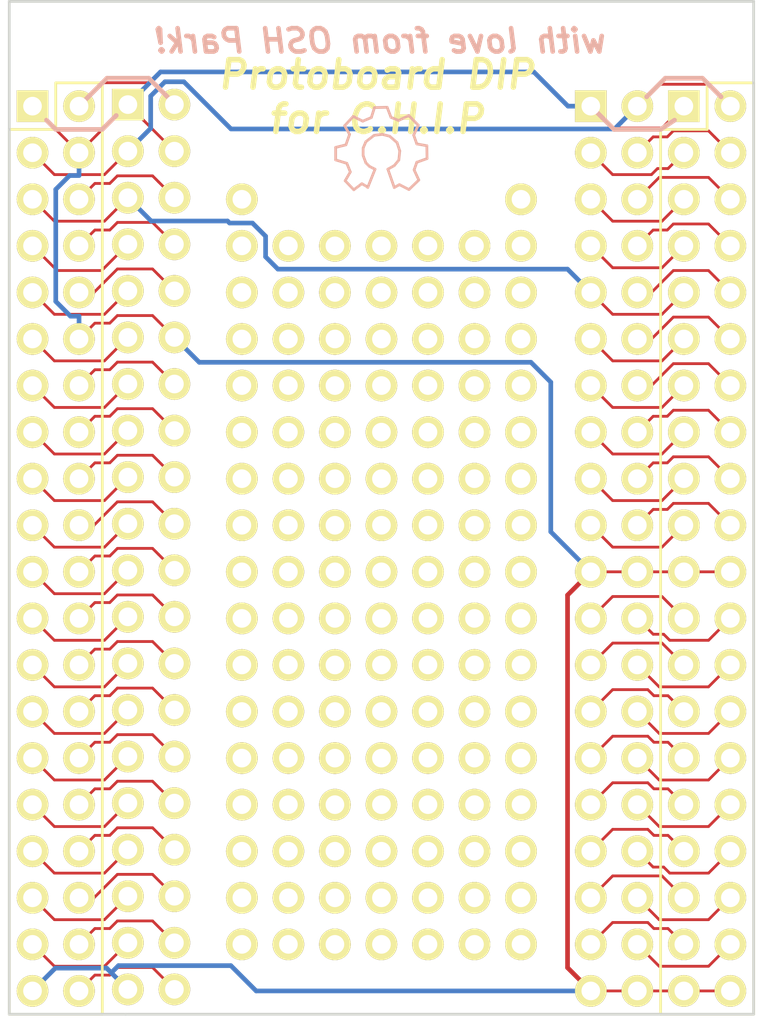
<source format=kicad_pcb>
(kicad_pcb (version 20171130) (host pcbnew "(5.1.12)-1")

  (general
    (thickness 1.6)
    (drawings 84)
    (tracks 376)
    (zones 0)
    (modules 121)
    (nets 71)
  )

  (page A4)
  (title_block
    (title "Protoboard DIP for C.H.I.P. Computer")
    (date 2016-05-07)
    (rev v1.0)
    (company "This design uses a KiCad DIP template created by Jenner for Wickerlib")
    (comment 1 "Released under the CERN Open Hardware License v1.2")
    (comment 2 "wickerboxen@gmail.com - http://wickerbox.net/ ")
  )

  (layers
    (0 F.Cu signal)
    (31 B.Cu signal)
    (34 B.Paste user hide)
    (35 F.Paste user hide)
    (36 B.SilkS user hide)
    (37 F.SilkS user hide)
    (38 B.Mask user hide)
    (39 F.Mask user hide)
    (44 Edge.Cuts user)
    (46 B.CrtYd user hide)
    (47 F.CrtYd user hide)
    (48 B.Fab user hide)
    (49 F.Fab user hide)
  )

  (setup
    (last_trace_width 0.254)
    (user_trace_width 0.1524)
    (user_trace_width 0.254)
    (user_trace_width 0.3302)
    (user_trace_width 0.508)
    (user_trace_width 0.762)
    (user_trace_width 1.27)
    (trace_clearance 0.254)
    (zone_clearance 0.508)
    (zone_45_only no)
    (trace_min 0.1524)
    (via_size 0.6858)
    (via_drill 0.3302)
    (via_min_size 0.6858)
    (via_min_drill 0.3302)
    (user_via 0.6858 0.3302)
    (user_via 0.762 0.4064)
    (user_via 0.8636 0.508)
    (uvia_size 0.6858)
    (uvia_drill 0.3302)
    (uvias_allowed no)
    (uvia_min_size 0)
    (uvia_min_drill 0)
    (edge_width 0.15)
    (segment_width 0.254)
    (pcb_text_width 0.3)
    (pcb_text_size 1.5 1.5)
    (mod_edge_width 0.15)
    (mod_text_size 1 1)
    (mod_text_width 0.15)
    (pad_size 1.7272 1.7272)
    (pad_drill 1.016)
    (pad_to_mask_clearance 0.2)
    (aux_axis_origin 120.65 121.92)
    (grid_origin 115.57 121.92)
    (visible_elements 7FFFFFFF)
    (pcbplotparams
      (layerselection 0x010f0_80000001)
      (usegerberextensions true)
      (usegerberattributes true)
      (usegerberadvancedattributes true)
      (creategerberjobfile true)
      (excludeedgelayer true)
      (linewidth 0.100000)
      (plotframeref false)
      (viasonmask false)
      (mode 1)
      (useauxorigin false)
      (hpglpennumber 1)
      (hpglpenspeed 20)
      (hpglpendiameter 15.000000)
      (psnegative false)
      (psa4output false)
      (plotreference true)
      (plotvalue true)
      (plotinvisibletext false)
      (padsonsilk false)
      (subtractmaskfromsilk false)
      (outputformat 1)
      (mirror false)
      (drillshape 0)
      (scaleselection 1)
      (outputdirectory "gerbers"))
  )

  (net 0 "")
  (net 1 GND)
  (net 2 +5V)
  (net 3 +3.3V)
  (net 4 VCHG)
  (net 5 /TS)
  (net 6 +1.8V)
  (net 7 VBAT)
  (net 8 /TWI1-SDA)
  (net 9 /PWRON)
  (net 10 /TWI1-SCK)
  (net 11 /X1)
  (net 12 /X2)
  (net 13 /Y1)
  (net 14 /Y2)
  (net 15 /LCD-D2)
  (net 16 /PWM0)
  (net 17 /LCD-D4)
  (net 18 /LCD-D3)
  (net 19 /LCD-D6)
  (net 20 /LCD-D5)
  (net 21 /LCD-D10)
  (net 22 /LCD-D7)
  (net 23 /LCD-D12)
  (net 24 /LCD-D11)
  (net 25 /LCD-D14)
  (net 26 /LCD-D13)
  (net 27 /LCD-D18)
  (net 28 /LCD-D15)
  (net 29 /LCD-D20)
  (net 30 /LCD-D19)
  (net 31 /LCD-D22)
  (net 32 /LCD-D21)
  (net 33 /LCD-CLK)
  (net 34 /LCD-D23)
  (net 35 /LCD-VSYNC)
  (net 36 /LCD-HSYNC)
  (net 37 /LCD-DE)
  (net 38 /UART1-TX)
  (net 39 /HPL)
  (net 40 /UART1-RX)
  (net 41 /HPCOM)
  (net 42 /FEL)
  (net 43 /HPR)
  (net 44 /MICM)
  (net 45 /LRADC)
  (net 46 /MICIN1)
  (net 47 /XIO-P0)
  (net 48 /XIO-P1)
  (net 49 /XIO-P2)
  (net 50 /XIO-P3)
  (net 51 /XIO-P4)
  (net 52 /XIO-P5)
  (net 53 /XIO-P6)
  (net 54 /XIO-P7)
  (net 55 /AP-EINT1)
  (net 56 /AP-EINT3)
  (net 57 /TWI2-SDA)
  (net 58 /TWI2-SCK)
  (net 59 /CSIPCK)
  (net 60 /CSICK)
  (net 61 /CSIHSYNC)
  (net 62 /CSIVSYNC)
  (net 63 /CSID0)
  (net 64 /CSID1)
  (net 65 /CSID2)
  (net 66 /CSID3)
  (net 67 /CSID4)
  (net 68 /CSID5)
  (net 69 /CSID6)
  (net 70 /CSID7)

  (net_class Default "This is the default net class."
    (clearance 0.254)
    (trace_width 0.254)
    (via_dia 0.6858)
    (via_drill 0.3302)
    (uvia_dia 0.6858)
    (uvia_drill 0.3302)
    (add_net +1.8V)
    (add_net +3.3V)
    (add_net +5V)
    (add_net /AP-EINT1)
    (add_net /AP-EINT3)
    (add_net /CSICK)
    (add_net /CSID0)
    (add_net /CSID1)
    (add_net /CSID2)
    (add_net /CSID3)
    (add_net /CSID4)
    (add_net /CSID5)
    (add_net /CSID6)
    (add_net /CSID7)
    (add_net /CSIHSYNC)
    (add_net /CSIPCK)
    (add_net /CSIVSYNC)
    (add_net /FEL)
    (add_net /HPCOM)
    (add_net /HPL)
    (add_net /HPR)
    (add_net /LCD-CLK)
    (add_net /LCD-D10)
    (add_net /LCD-D11)
    (add_net /LCD-D12)
    (add_net /LCD-D13)
    (add_net /LCD-D14)
    (add_net /LCD-D15)
    (add_net /LCD-D18)
    (add_net /LCD-D19)
    (add_net /LCD-D2)
    (add_net /LCD-D20)
    (add_net /LCD-D21)
    (add_net /LCD-D22)
    (add_net /LCD-D23)
    (add_net /LCD-D3)
    (add_net /LCD-D4)
    (add_net /LCD-D5)
    (add_net /LCD-D6)
    (add_net /LCD-D7)
    (add_net /LCD-DE)
    (add_net /LCD-HSYNC)
    (add_net /LCD-VSYNC)
    (add_net /LRADC)
    (add_net /MICIN1)
    (add_net /MICM)
    (add_net /PWM0)
    (add_net /PWRON)
    (add_net /TS)
    (add_net /TWI1-SCK)
    (add_net /TWI1-SDA)
    (add_net /TWI2-SCK)
    (add_net /TWI2-SDA)
    (add_net /UART1-RX)
    (add_net /UART1-TX)
    (add_net /X1)
    (add_net /X2)
    (add_net /XIO-P0)
    (add_net /XIO-P1)
    (add_net /XIO-P2)
    (add_net /XIO-P3)
    (add_net /XIO-P4)
    (add_net /XIO-P5)
    (add_net /XIO-P6)
    (add_net /XIO-P7)
    (add_net /Y1)
    (add_net /Y2)
    (add_net GND)
    (add_net VBAT)
    (add_net VCHG)
  )

  (module CHIP-DIPs:PINHOLE-40MIL (layer F.Cu) (tedit 572EAAC3) (tstamp 5736F309)
    (at 144.018 81.28)
    (descr "Standard 2x20 DIP header based on KiCad Pin Header 2x20")
    (tags "pin header")
    (path /572EA21C)
    (fp_text reference V65_2 (at 0.508 -2.54) (layer F.SilkS) hide
      (effects (font (size 1.016 1.016) (thickness 0.1524)))
    )
    (fp_text value PINHOLE-40MIL (at -2.1 2.88 90) (layer F.Fab) hide
      (effects (font (size 1 1) (thickness 0.15)))
    )
    (pad 1 thru_hole circle (at 0 0) (size 1.7272 1.7272) (drill 1.016) (layers *.Cu *.Mask F.SilkS))
    (model Pin_Headers.3dshapes/Pin_Header_Straight_2x20.wrl
      (offset (xyz 1.269999980926514 -24.12999963760376 0))
      (scale (xyz 1 1 1))
      (rotate (xyz 0 0 90))
    )
  )

  (module CHIP-DIPs:PINHOLE-40MIL (layer F.Cu) (tedit 572EAAC3) (tstamp 5736F305)
    (at 144.018 78.74)
    (descr "Standard 2x20 DIP header based on KiCad Pin Header 2x20")
    (tags "pin header")
    (path /572EA21C)
    (fp_text reference V64_2 (at 0.508 -2.54) (layer F.SilkS) hide
      (effects (font (size 1.016 1.016) (thickness 0.1524)))
    )
    (fp_text value PINHOLE-40MIL (at -2.1 2.88 90) (layer F.Fab) hide
      (effects (font (size 1 1) (thickness 0.15)))
    )
    (pad 1 thru_hole circle (at 0 0) (size 1.7272 1.7272) (drill 1.016) (layers *.Cu *.Mask F.SilkS))
    (model Pin_Headers.3dshapes/Pin_Header_Straight_2x20.wrl
      (offset (xyz 1.269999980926514 -24.12999963760376 0))
      (scale (xyz 1 1 1))
      (rotate (xyz 0 0 90))
    )
  )

  (module CHIP-DIPs:PINHOLE-40MIL (layer F.Cu) (tedit 572EAAC3) (tstamp 5736F301)
    (at 144.018 83.82)
    (descr "Standard 2x20 DIP header based on KiCad Pin Header 2x20")
    (tags "pin header")
    (path /572EA21C)
    (fp_text reference V66_2 (at 0.508 -2.54) (layer F.SilkS) hide
      (effects (font (size 1.016 1.016) (thickness 0.1524)))
    )
    (fp_text value PINHOLE-40MIL (at -2.1 2.88 90) (layer F.Fab) hide
      (effects (font (size 1 1) (thickness 0.15)))
    )
    (pad 1 thru_hole circle (at 0 0) (size 1.7272 1.7272) (drill 1.016) (layers *.Cu *.Mask F.SilkS))
    (model Pin_Headers.3dshapes/Pin_Header_Straight_2x20.wrl
      (offset (xyz 1.269999980926514 -24.12999963760376 0))
      (scale (xyz 1 1 1))
      (rotate (xyz 0 0 90))
    )
  )

  (module CHIP-DIPs:PINHOLE-40MIL (layer F.Cu) (tedit 572EAAC3) (tstamp 5736F2FD)
    (at 144.018 91.44)
    (descr "Standard 2x20 DIP header based on KiCad Pin Header 2x20")
    (tags "pin header")
    (path /572EA21C)
    (fp_text reference V69_2 (at 0.508 -2.54) (layer F.SilkS) hide
      (effects (font (size 1.016 1.016) (thickness 0.1524)))
    )
    (fp_text value PINHOLE-40MIL (at -2.1 2.88 90) (layer F.Fab) hide
      (effects (font (size 1 1) (thickness 0.15)))
    )
    (pad 1 thru_hole circle (at 0 0) (size 1.7272 1.7272) (drill 1.016) (layers *.Cu *.Mask F.SilkS))
    (model Pin_Headers.3dshapes/Pin_Header_Straight_2x20.wrl
      (offset (xyz 1.269999980926514 -24.12999963760376 0))
      (scale (xyz 1 1 1))
      (rotate (xyz 0 0 90))
    )
  )

  (module CHIP-DIPs:PINHOLE-40MIL (layer F.Cu) (tedit 572EAAC3) (tstamp 5736F2F9)
    (at 144.018 93.98)
    (descr "Standard 2x20 DIP header based on KiCad Pin Header 2x20")
    (tags "pin header")
    (path /572EA21C)
    (fp_text reference V610_2 (at 0.508 -2.54) (layer F.SilkS) hide
      (effects (font (size 1.016 1.016) (thickness 0.1524)))
    )
    (fp_text value PINHOLE-40MIL (at -2.1 2.88 90) (layer F.Fab) hide
      (effects (font (size 1 1) (thickness 0.15)))
    )
    (pad 1 thru_hole circle (at 0 0) (size 1.7272 1.7272) (drill 1.016) (layers *.Cu *.Mask F.SilkS))
    (model Pin_Headers.3dshapes/Pin_Header_Straight_2x20.wrl
      (offset (xyz 1.269999980926514 -24.12999963760376 0))
      (scale (xyz 1 1 1))
      (rotate (xyz 0 0 90))
    )
  )

  (module CHIP-DIPs:PINHOLE-40MIL (layer F.Cu) (tedit 572EAAC3) (tstamp 5736F2F5)
    (at 144.018 99.06)
    (descr "Standard 2x20 DIP header based on KiCad Pin Header 2x20")
    (tags "pin header")
    (path /572EA21C)
    (fp_text reference V612_2 (at 0.508 -2.54) (layer F.SilkS) hide
      (effects (font (size 1.016 1.016) (thickness 0.1524)))
    )
    (fp_text value PINHOLE-40MIL (at -2.1 2.88 90) (layer F.Fab) hide
      (effects (font (size 1 1) (thickness 0.15)))
    )
    (pad 1 thru_hole circle (at 0 0) (size 1.7272 1.7272) (drill 1.016) (layers *.Cu *.Mask F.SilkS))
    (model Pin_Headers.3dshapes/Pin_Header_Straight_2x20.wrl
      (offset (xyz 1.269999980926514 -24.12999963760376 0))
      (scale (xyz 1 1 1))
      (rotate (xyz 0 0 90))
    )
  )

  (module CHIP-DIPs:PINHOLE-40MIL (layer F.Cu) (tedit 572EAAC3) (tstamp 5736F2F1)
    (at 144.018 96.52)
    (descr "Standard 2x20 DIP header based on KiCad Pin Header 2x20")
    (tags "pin header")
    (path /572EA21C)
    (fp_text reference V611_2 (at 0.508 -2.54) (layer F.SilkS) hide
      (effects (font (size 1.016 1.016) (thickness 0.1524)))
    )
    (fp_text value PINHOLE-40MIL (at -2.1 2.88 90) (layer F.Fab) hide
      (effects (font (size 1 1) (thickness 0.15)))
    )
    (pad 1 thru_hole circle (at 0 0) (size 1.7272 1.7272) (drill 1.016) (layers *.Cu *.Mask F.SilkS))
    (model Pin_Headers.3dshapes/Pin_Header_Straight_2x20.wrl
      (offset (xyz 1.269999980926514 -24.12999963760376 0))
      (scale (xyz 1 1 1))
      (rotate (xyz 0 0 90))
    )
  )

  (module CHIP-DIPs:PINHOLE-40MIL (layer F.Cu) (tedit 572EAAC3) (tstamp 5736F2ED)
    (at 144.018 86.36)
    (descr "Standard 2x20 DIP header based on KiCad Pin Header 2x20")
    (tags "pin header")
    (path /572EA21C)
    (fp_text reference V67_2 (at 0.508 -2.54) (layer F.SilkS) hide
      (effects (font (size 1.016 1.016) (thickness 0.1524)))
    )
    (fp_text value PINHOLE-40MIL (at -2.1 2.88 90) (layer F.Fab) hide
      (effects (font (size 1 1) (thickness 0.15)))
    )
    (pad 1 thru_hole circle (at 0 0) (size 1.7272 1.7272) (drill 1.016) (layers *.Cu *.Mask F.SilkS))
    (model Pin_Headers.3dshapes/Pin_Header_Straight_2x20.wrl
      (offset (xyz 1.269999980926514 -24.12999963760376 0))
      (scale (xyz 1 1 1))
      (rotate (xyz 0 0 90))
    )
  )

  (module CHIP-DIPs:PINHOLE-40MIL (layer F.Cu) (tedit 572EAAC3) (tstamp 5736F2E9)
    (at 144.018 88.9)
    (descr "Standard 2x20 DIP header based on KiCad Pin Header 2x20")
    (tags "pin header")
    (path /572EA21C)
    (fp_text reference V68_2 (at 0.508 -2.54) (layer F.SilkS) hide
      (effects (font (size 1.016 1.016) (thickness 0.1524)))
    )
    (fp_text value PINHOLE-40MIL (at -2.1 2.88 90) (layer F.Fab) hide
      (effects (font (size 1 1) (thickness 0.15)))
    )
    (pad 1 thru_hole circle (at 0 0) (size 1.7272 1.7272) (drill 1.016) (layers *.Cu *.Mask F.SilkS))
    (model Pin_Headers.3dshapes/Pin_Header_Straight_2x20.wrl
      (offset (xyz 1.269999980926514 -24.12999963760376 0))
      (scale (xyz 1 1 1))
      (rotate (xyz 0 0 90))
    )
  )

  (module CHIP-DIPs:PINHOLE-40MIL (layer F.Cu) (tedit 572EAAC3) (tstamp 5736F2E5)
    (at 144.018 111.76)
    (descr "Standard 2x20 DIP header based on KiCad Pin Header 2x20")
    (tags "pin header")
    (path /572EA21C)
    (fp_text reference V617_2 (at 0.508 -2.54) (layer F.SilkS) hide
      (effects (font (size 1.016 1.016) (thickness 0.1524)))
    )
    (fp_text value PINHOLE-40MIL (at -2.1 2.88 90) (layer F.Fab) hide
      (effects (font (size 1 1) (thickness 0.15)))
    )
    (pad 1 thru_hole circle (at 0 0) (size 1.7272 1.7272) (drill 1.016) (layers *.Cu *.Mask F.SilkS))
    (model Pin_Headers.3dshapes/Pin_Header_Straight_2x20.wrl
      (offset (xyz 1.269999980926514 -24.12999963760376 0))
      (scale (xyz 1 1 1))
      (rotate (xyz 0 0 90))
    )
  )

  (module CHIP-DIPs:PINHOLE-40MIL (layer F.Cu) (tedit 572EAAC3) (tstamp 5736F2E1)
    (at 144.018 109.22)
    (descr "Standard 2x20 DIP header based on KiCad Pin Header 2x20")
    (tags "pin header")
    (path /572EA21C)
    (fp_text reference V616_2 (at 0.508 -2.54) (layer F.SilkS) hide
      (effects (font (size 1.016 1.016) (thickness 0.1524)))
    )
    (fp_text value PINHOLE-40MIL (at -2.1 2.88 90) (layer F.Fab) hide
      (effects (font (size 1 1) (thickness 0.15)))
    )
    (pad 1 thru_hole circle (at 0 0) (size 1.7272 1.7272) (drill 1.016) (layers *.Cu *.Mask F.SilkS))
    (model Pin_Headers.3dshapes/Pin_Header_Straight_2x20.wrl
      (offset (xyz 1.269999980926514 -24.12999963760376 0))
      (scale (xyz 1 1 1))
      (rotate (xyz 0 0 90))
    )
  )

  (module CHIP-DIPs:PINHOLE-40MIL (layer F.Cu) (tedit 572EAAC3) (tstamp 5736F2DD)
    (at 144.018 101.6)
    (descr "Standard 2x20 DIP header based on KiCad Pin Header 2x20")
    (tags "pin header")
    (path /572EA21C)
    (fp_text reference V613_2 (at 0.508 -2.54) (layer F.SilkS) hide
      (effects (font (size 1.016 1.016) (thickness 0.1524)))
    )
    (fp_text value PINHOLE-40MIL (at -2.1 2.88 90) (layer F.Fab) hide
      (effects (font (size 1 1) (thickness 0.15)))
    )
    (pad 1 thru_hole circle (at 0 0) (size 1.7272 1.7272) (drill 1.016) (layers *.Cu *.Mask F.SilkS))
    (model Pin_Headers.3dshapes/Pin_Header_Straight_2x20.wrl
      (offset (xyz 1.269999980926514 -24.12999963760376 0))
      (scale (xyz 1 1 1))
      (rotate (xyz 0 0 90))
    )
  )

  (module CHIP-DIPs:PINHOLE-40MIL (layer F.Cu) (tedit 572EAAC3) (tstamp 5736F2D9)
    (at 144.018 104.14)
    (descr "Standard 2x20 DIP header based on KiCad Pin Header 2x20")
    (tags "pin header")
    (path /572EA21C)
    (fp_text reference V614_2 (at 0.508 -2.54) (layer F.SilkS) hide
      (effects (font (size 1.016 1.016) (thickness 0.1524)))
    )
    (fp_text value PINHOLE-40MIL (at -2.1 2.88 90) (layer F.Fab) hide
      (effects (font (size 1 1) (thickness 0.15)))
    )
    (pad 1 thru_hole circle (at 0 0) (size 1.7272 1.7272) (drill 1.016) (layers *.Cu *.Mask F.SilkS))
    (model Pin_Headers.3dshapes/Pin_Header_Straight_2x20.wrl
      (offset (xyz 1.269999980926514 -24.12999963760376 0))
      (scale (xyz 1 1 1))
      (rotate (xyz 0 0 90))
    )
  )

  (module CHIP-DIPs:PINHOLE-40MIL (layer F.Cu) (tedit 572EAAC3) (tstamp 5736F2D5)
    (at 144.018 114.3)
    (descr "Standard 2x20 DIP header based on KiCad Pin Header 2x20")
    (tags "pin header")
    (path /572EA21C)
    (fp_text reference V618_2 (at 0.508 -2.54) (layer F.SilkS) hide
      (effects (font (size 1.016 1.016) (thickness 0.1524)))
    )
    (fp_text value PINHOLE-40MIL (at -2.1 2.88 90) (layer F.Fab) hide
      (effects (font (size 1 1) (thickness 0.15)))
    )
    (pad 1 thru_hole circle (at 0 0) (size 1.7272 1.7272) (drill 1.016) (layers *.Cu *.Mask F.SilkS))
    (model Pin_Headers.3dshapes/Pin_Header_Straight_2x20.wrl
      (offset (xyz 1.269999980926514 -24.12999963760376 0))
      (scale (xyz 1 1 1))
      (rotate (xyz 0 0 90))
    )
  )

  (module CHIP-DIPs:PINHOLE-40MIL (layer F.Cu) (tedit 572EAAC3) (tstamp 5736F2D1)
    (at 144.018 116.84)
    (descr "Standard 2x20 DIP header based on KiCad Pin Header 2x20")
    (tags "pin header")
    (path /572EA21C)
    (fp_text reference V619_2 (at 0.508 -2.54) (layer F.SilkS) hide
      (effects (font (size 1.016 1.016) (thickness 0.1524)))
    )
    (fp_text value PINHOLE-40MIL (at -2.1 2.88 90) (layer F.Fab) hide
      (effects (font (size 1 1) (thickness 0.15)))
    )
    (pad 1 thru_hole circle (at 0 0) (size 1.7272 1.7272) (drill 1.016) (layers *.Cu *.Mask F.SilkS))
    (model Pin_Headers.3dshapes/Pin_Header_Straight_2x20.wrl
      (offset (xyz 1.269999980926514 -24.12999963760376 0))
      (scale (xyz 1 1 1))
      (rotate (xyz 0 0 90))
    )
  )

  (module CHIP-DIPs:PINHOLE-40MIL (layer F.Cu) (tedit 572EAAC3) (tstamp 5736F2CD)
    (at 144.018 106.68)
    (descr "Standard 2x20 DIP header based on KiCad Pin Header 2x20")
    (tags "pin header")
    (path /572EA21C)
    (fp_text reference V615_2 (at 0.508 -2.54) (layer F.SilkS) hide
      (effects (font (size 1.016 1.016) (thickness 0.1524)))
    )
    (fp_text value PINHOLE-40MIL (at -2.1 2.88 90) (layer F.Fab) hide
      (effects (font (size 1 1) (thickness 0.15)))
    )
    (pad 1 thru_hole circle (at 0 0) (size 1.7272 1.7272) (drill 1.016) (layers *.Cu *.Mask F.SilkS))
    (model Pin_Headers.3dshapes/Pin_Header_Straight_2x20.wrl
      (offset (xyz 1.269999980926514 -24.12999963760376 0))
      (scale (xyz 1 1 1))
      (rotate (xyz 0 0 90))
    )
  )

  (module CHIP-DIPs:PINHOLE-40MIL (layer F.Cu) (tedit 572EAAC3) (tstamp 572EB46D)
    (at 141.478 116.84)
    (descr "Standard 2x20 DIP header based on KiCad Pin Header 2x20")
    (tags "pin header")
    (path /572EA21C)
    (fp_text reference V519 (at 0.508 -2.54) (layer F.SilkS) hide
      (effects (font (size 1.016 1.016) (thickness 0.1524)))
    )
    (fp_text value PINHOLE-40MIL (at -2.1 2.88 90) (layer F.Fab) hide
      (effects (font (size 1 1) (thickness 0.15)))
    )
    (pad 1 thru_hole circle (at 0 0) (size 1.7272 1.7272) (drill 1.016) (layers *.Cu *.Mask F.SilkS))
    (model Pin_Headers.3dshapes/Pin_Header_Straight_2x20.wrl
      (offset (xyz 1.269999980926514 -24.12999963760376 0))
      (scale (xyz 1 1 1))
      (rotate (xyz 0 0 90))
    )
  )

  (module CHIP-DIPs:PINHOLE-40MIL (layer F.Cu) (tedit 572EAAC3) (tstamp 572EB445)
    (at 141.478 114.3)
    (descr "Standard 2x20 DIP header based on KiCad Pin Header 2x20")
    (tags "pin header")
    (path /572EA21C)
    (fp_text reference V518 (at 0.508 -2.54) (layer F.SilkS) hide
      (effects (font (size 1.016 1.016) (thickness 0.1524)))
    )
    (fp_text value PINHOLE-40MIL (at -2.1 2.88 90) (layer F.Fab) hide
      (effects (font (size 1 1) (thickness 0.15)))
    )
    (pad 1 thru_hole circle (at 0 0) (size 1.7272 1.7272) (drill 1.016) (layers *.Cu *.Mask F.SilkS))
    (model Pin_Headers.3dshapes/Pin_Header_Straight_2x20.wrl
      (offset (xyz 1.269999980926514 -24.12999963760376 0))
      (scale (xyz 1 1 1))
      (rotate (xyz 0 0 90))
    )
  )

  (module CHIP-DIPs:PINHOLE-40MIL (layer F.Cu) (tedit 572EAAC3) (tstamp 572EB471)
    (at 146.558 116.84)
    (descr "Standard 2x20 DIP header based on KiCad Pin Header 2x20")
    (tags "pin header")
    (path /572EA21C)
    (fp_text reference V619 (at 0.508 -2.54) (layer F.SilkS) hide
      (effects (font (size 1.016 1.016) (thickness 0.1524)))
    )
    (fp_text value PINHOLE-40MIL (at -2.1 2.88 90) (layer F.Fab) hide
      (effects (font (size 1 1) (thickness 0.15)))
    )
    (pad 1 thru_hole circle (at 0 0) (size 1.7272 1.7272) (drill 1.016) (layers *.Cu *.Mask F.SilkS))
    (model Pin_Headers.3dshapes/Pin_Header_Straight_2x20.wrl
      (offset (xyz 1.269999980926514 -24.12999963760376 0))
      (scale (xyz 1 1 1))
      (rotate (xyz 0 0 90))
    )
  )

  (module CHIP-DIPs:PINHOLE-40MIL (layer F.Cu) (tedit 572EAAC3) (tstamp 572EB449)
    (at 146.558 114.3)
    (descr "Standard 2x20 DIP header based on KiCad Pin Header 2x20")
    (tags "pin header")
    (path /572EA21C)
    (fp_text reference V618 (at 0.508 -2.54) (layer F.SilkS) hide
      (effects (font (size 1.016 1.016) (thickness 0.1524)))
    )
    (fp_text value PINHOLE-40MIL (at -2.1 2.88 90) (layer F.Fab) hide
      (effects (font (size 1 1) (thickness 0.15)))
    )
    (pad 1 thru_hole circle (at 0 0) (size 1.7272 1.7272) (drill 1.016) (layers *.Cu *.Mask F.SilkS))
    (model Pin_Headers.3dshapes/Pin_Header_Straight_2x20.wrl
      (offset (xyz 1.269999980926514 -24.12999963760376 0))
      (scale (xyz 1 1 1))
      (rotate (xyz 0 0 90))
    )
  )

  (module CHIP-DIPs:PINHOLE-40MIL (layer F.Cu) (tedit 572EAAC3) (tstamp 572EB479)
    (at 151.638 116.84)
    (descr "Standard 2x20 DIP header based on KiCad Pin Header 2x20")
    (tags "pin header")
    (path /572EA21C)
    (fp_text reference V819 (at 0.508 -2.54) (layer F.SilkS) hide
      (effects (font (size 1.016 1.016) (thickness 0.1524)))
    )
    (fp_text value PINHOLE-40MIL (at -2.1 2.88 90) (layer F.Fab) hide
      (effects (font (size 1 1) (thickness 0.15)))
    )
    (pad 1 thru_hole circle (at 0 0) (size 1.7272 1.7272) (drill 1.016) (layers *.Cu *.Mask F.SilkS))
    (model Pin_Headers.3dshapes/Pin_Header_Straight_2x20.wrl
      (offset (xyz 1.269999980926514 -24.12999963760376 0))
      (scale (xyz 1 1 1))
      (rotate (xyz 0 0 90))
    )
  )

  (module CHIP-DIPs:PINHOLE-40MIL (layer F.Cu) (tedit 572EAAC3) (tstamp 572EB475)
    (at 149.098 116.84)
    (descr "Standard 2x20 DIP header based on KiCad Pin Header 2x20")
    (tags "pin header")
    (path /572EA21C)
    (fp_text reference V719 (at 0.508 -2.54) (layer F.SilkS) hide
      (effects (font (size 1.016 1.016) (thickness 0.1524)))
    )
    (fp_text value PINHOLE-40MIL (at -2.1 2.88 90) (layer F.Fab) hide
      (effects (font (size 1 1) (thickness 0.15)))
    )
    (pad 1 thru_hole circle (at 0 0) (size 1.7272 1.7272) (drill 1.016) (layers *.Cu *.Mask F.SilkS))
    (model Pin_Headers.3dshapes/Pin_Header_Straight_2x20.wrl
      (offset (xyz 1.269999980926514 -24.12999963760376 0))
      (scale (xyz 1 1 1))
      (rotate (xyz 0 0 90))
    )
  )

  (module CHIP-DIPs:PINHOLE-40MIL (layer F.Cu) (tedit 572EAAC3) (tstamp 572EB469)
    (at 138.938 116.84)
    (descr "Standard 2x20 DIP header based on KiCad Pin Header 2x20")
    (tags "pin header")
    (path /572EA21C)
    (fp_text reference V419 (at 0.508 -2.54) (layer F.SilkS) hide
      (effects (font (size 1.016 1.016) (thickness 0.1524)))
    )
    (fp_text value PINHOLE-40MIL (at -2.1 2.88 90) (layer F.Fab) hide
      (effects (font (size 1 1) (thickness 0.15)))
    )
    (pad 1 thru_hole circle (at 0 0) (size 1.7272 1.7272) (drill 1.016) (layers *.Cu *.Mask F.SilkS))
    (model Pin_Headers.3dshapes/Pin_Header_Straight_2x20.wrl
      (offset (xyz 1.269999980926514 -24.12999963760376 0))
      (scale (xyz 1 1 1))
      (rotate (xyz 0 0 90))
    )
  )

  (module CHIP-DIPs:PINHOLE-40MIL (layer F.Cu) (tedit 572EAAC3) (tstamp 572EB465)
    (at 136.398 116.84)
    (descr "Standard 2x20 DIP header based on KiCad Pin Header 2x20")
    (tags "pin header")
    (path /572EA21C)
    (fp_text reference V319 (at 0.508 -2.54) (layer F.SilkS) hide
      (effects (font (size 1.016 1.016) (thickness 0.1524)))
    )
    (fp_text value PINHOLE-40MIL (at -2.1 2.88 90) (layer F.Fab) hide
      (effects (font (size 1 1) (thickness 0.15)))
    )
    (pad 1 thru_hole circle (at 0 0) (size 1.7272 1.7272) (drill 1.016) (layers *.Cu *.Mask F.SilkS))
    (model Pin_Headers.3dshapes/Pin_Header_Straight_2x20.wrl
      (offset (xyz 1.269999980926514 -24.12999963760376 0))
      (scale (xyz 1 1 1))
      (rotate (xyz 0 0 90))
    )
  )

  (module CHIP-DIPs:PINHOLE-40MIL (layer F.Cu) (tedit 572EAAC3) (tstamp 572EB451)
    (at 151.638 114.3)
    (descr "Standard 2x20 DIP header based on KiCad Pin Header 2x20")
    (tags "pin header")
    (path /572EA21C)
    (fp_text reference V818 (at 0.508 -2.54) (layer F.SilkS) hide
      (effects (font (size 1.016 1.016) (thickness 0.1524)))
    )
    (fp_text value PINHOLE-40MIL (at -2.1 2.88 90) (layer F.Fab) hide
      (effects (font (size 1 1) (thickness 0.15)))
    )
    (pad 1 thru_hole circle (at 0 0) (size 1.7272 1.7272) (drill 1.016) (layers *.Cu *.Mask F.SilkS))
    (model Pin_Headers.3dshapes/Pin_Header_Straight_2x20.wrl
      (offset (xyz 1.269999980926514 -24.12999963760376 0))
      (scale (xyz 1 1 1))
      (rotate (xyz 0 0 90))
    )
  )

  (module CHIP-DIPs:PINHOLE-40MIL (layer F.Cu) (tedit 572EAAC3) (tstamp 572EB44D)
    (at 149.098 114.3)
    (descr "Standard 2x20 DIP header based on KiCad Pin Header 2x20")
    (tags "pin header")
    (path /572EA21C)
    (fp_text reference V718 (at 0.508 -2.54) (layer F.SilkS) hide
      (effects (font (size 1.016 1.016) (thickness 0.1524)))
    )
    (fp_text value PINHOLE-40MIL (at -2.1 2.88 90) (layer F.Fab) hide
      (effects (font (size 1 1) (thickness 0.15)))
    )
    (pad 1 thru_hole circle (at 0 0) (size 1.7272 1.7272) (drill 1.016) (layers *.Cu *.Mask F.SilkS))
    (model Pin_Headers.3dshapes/Pin_Header_Straight_2x20.wrl
      (offset (xyz 1.269999980926514 -24.12999963760376 0))
      (scale (xyz 1 1 1))
      (rotate (xyz 0 0 90))
    )
  )

  (module CHIP-DIPs:PINHOLE-40MIL (layer F.Cu) (tedit 572EAAC3) (tstamp 572EB441)
    (at 138.938 114.3)
    (descr "Standard 2x20 DIP header based on KiCad Pin Header 2x20")
    (tags "pin header")
    (path /572EA21C)
    (fp_text reference V418 (at 0.508 -2.54) (layer F.SilkS) hide
      (effects (font (size 1.016 1.016) (thickness 0.1524)))
    )
    (fp_text value PINHOLE-40MIL (at -2.1 2.88 90) (layer F.Fab) hide
      (effects (font (size 1 1) (thickness 0.15)))
    )
    (pad 1 thru_hole circle (at 0 0) (size 1.7272 1.7272) (drill 1.016) (layers *.Cu *.Mask F.SilkS))
    (model Pin_Headers.3dshapes/Pin_Header_Straight_2x20.wrl
      (offset (xyz 1.269999980926514 -24.12999963760376 0))
      (scale (xyz 1 1 1))
      (rotate (xyz 0 0 90))
    )
  )

  (module CHIP-DIPs:PINHOLE-40MIL (layer F.Cu) (tedit 572EAAC3) (tstamp 572EB43D)
    (at 136.398 114.3)
    (descr "Standard 2x20 DIP header based on KiCad Pin Header 2x20")
    (tags "pin header")
    (path /572EA21C)
    (fp_text reference V318 (at 0.508 -2.54) (layer F.SilkS) hide
      (effects (font (size 1.016 1.016) (thickness 0.1524)))
    )
    (fp_text value PINHOLE-40MIL (at -2.1 2.88 90) (layer F.Fab) hide
      (effects (font (size 1 1) (thickness 0.15)))
    )
    (pad 1 thru_hole circle (at 0 0) (size 1.7272 1.7272) (drill 1.016) (layers *.Cu *.Mask F.SilkS))
    (model Pin_Headers.3dshapes/Pin_Header_Straight_2x20.wrl
      (offset (xyz 1.269999980926514 -24.12999963760376 0))
      (scale (xyz 1 1 1))
      (rotate (xyz 0 0 90))
    )
  )

  (module CHIP-DIPs:PINHOLE-40MIL (layer F.Cu) (tedit 572EAAC3) (tstamp 572EB429)
    (at 151.638 111.76)
    (descr "Standard 2x20 DIP header based on KiCad Pin Header 2x20")
    (tags "pin header")
    (path /572EA21C)
    (fp_text reference V817 (at 0.508 -2.54) (layer F.SilkS) hide
      (effects (font (size 1.016 1.016) (thickness 0.1524)))
    )
    (fp_text value PINHOLE-40MIL (at -2.1 2.88 90) (layer F.Fab) hide
      (effects (font (size 1 1) (thickness 0.15)))
    )
    (pad 1 thru_hole circle (at 0 0) (size 1.7272 1.7272) (drill 1.016) (layers *.Cu *.Mask F.SilkS))
    (model Pin_Headers.3dshapes/Pin_Header_Straight_2x20.wrl
      (offset (xyz 1.269999980926514 -24.12999963760376 0))
      (scale (xyz 1 1 1))
      (rotate (xyz 0 0 90))
    )
  )

  (module CHIP-DIPs:PINHOLE-40MIL (layer F.Cu) (tedit 572EAAC3) (tstamp 572EB425)
    (at 149.098 111.76)
    (descr "Standard 2x20 DIP header based on KiCad Pin Header 2x20")
    (tags "pin header")
    (path /572EA21C)
    (fp_text reference V717 (at 0.508 -2.54) (layer F.SilkS) hide
      (effects (font (size 1.016 1.016) (thickness 0.1524)))
    )
    (fp_text value PINHOLE-40MIL (at -2.1 2.88 90) (layer F.Fab) hide
      (effects (font (size 1 1) (thickness 0.15)))
    )
    (pad 1 thru_hole circle (at 0 0) (size 1.7272 1.7272) (drill 1.016) (layers *.Cu *.Mask F.SilkS))
    (model Pin_Headers.3dshapes/Pin_Header_Straight_2x20.wrl
      (offset (xyz 1.269999980926514 -24.12999963760376 0))
      (scale (xyz 1 1 1))
      (rotate (xyz 0 0 90))
    )
  )

  (module CHIP-DIPs:PINHOLE-40MIL (layer F.Cu) (tedit 572EAAC3) (tstamp 572EB421)
    (at 146.558 111.76)
    (descr "Standard 2x20 DIP header based on KiCad Pin Header 2x20")
    (tags "pin header")
    (path /572EA21C)
    (fp_text reference V617 (at 0.508 -2.54) (layer F.SilkS) hide
      (effects (font (size 1.016 1.016) (thickness 0.1524)))
    )
    (fp_text value PINHOLE-40MIL (at -2.1 2.88 90) (layer F.Fab) hide
      (effects (font (size 1 1) (thickness 0.15)))
    )
    (pad 1 thru_hole circle (at 0 0) (size 1.7272 1.7272) (drill 1.016) (layers *.Cu *.Mask F.SilkS))
    (model Pin_Headers.3dshapes/Pin_Header_Straight_2x20.wrl
      (offset (xyz 1.269999980926514 -24.12999963760376 0))
      (scale (xyz 1 1 1))
      (rotate (xyz 0 0 90))
    )
  )

  (module CHIP-DIPs:PINHOLE-40MIL (layer F.Cu) (tedit 572EAAC3) (tstamp 572EB41D)
    (at 141.478 111.76)
    (descr "Standard 2x20 DIP header based on KiCad Pin Header 2x20")
    (tags "pin header")
    (path /572EA21C)
    (fp_text reference V517 (at 0.508 -2.54) (layer F.SilkS) hide
      (effects (font (size 1.016 1.016) (thickness 0.1524)))
    )
    (fp_text value PINHOLE-40MIL (at -2.1 2.88 90) (layer F.Fab) hide
      (effects (font (size 1 1) (thickness 0.15)))
    )
    (pad 1 thru_hole circle (at 0 0) (size 1.7272 1.7272) (drill 1.016) (layers *.Cu *.Mask F.SilkS))
    (model Pin_Headers.3dshapes/Pin_Header_Straight_2x20.wrl
      (offset (xyz 1.269999980926514 -24.12999963760376 0))
      (scale (xyz 1 1 1))
      (rotate (xyz 0 0 90))
    )
  )

  (module CHIP-DIPs:PINHOLE-40MIL (layer F.Cu) (tedit 572EAAC3) (tstamp 572EB419)
    (at 138.938 111.76)
    (descr "Standard 2x20 DIP header based on KiCad Pin Header 2x20")
    (tags "pin header")
    (path /572EA21C)
    (fp_text reference V417 (at 0.508 -2.54) (layer F.SilkS) hide
      (effects (font (size 1.016 1.016) (thickness 0.1524)))
    )
    (fp_text value PINHOLE-40MIL (at -2.1 2.88 90) (layer F.Fab) hide
      (effects (font (size 1 1) (thickness 0.15)))
    )
    (pad 1 thru_hole circle (at 0 0) (size 1.7272 1.7272) (drill 1.016) (layers *.Cu *.Mask F.SilkS))
    (model Pin_Headers.3dshapes/Pin_Header_Straight_2x20.wrl
      (offset (xyz 1.269999980926514 -24.12999963760376 0))
      (scale (xyz 1 1 1))
      (rotate (xyz 0 0 90))
    )
  )

  (module CHIP-DIPs:PINHOLE-40MIL (layer F.Cu) (tedit 572EAAC3) (tstamp 572EB415)
    (at 136.398 111.76)
    (descr "Standard 2x20 DIP header based on KiCad Pin Header 2x20")
    (tags "pin header")
    (path /572EA21C)
    (fp_text reference V317 (at 0.508 -2.54) (layer F.SilkS) hide
      (effects (font (size 1.016 1.016) (thickness 0.1524)))
    )
    (fp_text value PINHOLE-40MIL (at -2.1 2.88 90) (layer F.Fab) hide
      (effects (font (size 1 1) (thickness 0.15)))
    )
    (pad 1 thru_hole circle (at 0 0) (size 1.7272 1.7272) (drill 1.016) (layers *.Cu *.Mask F.SilkS))
    (model Pin_Headers.3dshapes/Pin_Header_Straight_2x20.wrl
      (offset (xyz 1.269999980926514 -24.12999963760376 0))
      (scale (xyz 1 1 1))
      (rotate (xyz 0 0 90))
    )
  )

  (module CHIP-DIPs:PINHOLE-40MIL (layer F.Cu) (tedit 572EAAC3) (tstamp 572EB401)
    (at 151.638 109.22)
    (descr "Standard 2x20 DIP header based on KiCad Pin Header 2x20")
    (tags "pin header")
    (path /572EA21C)
    (fp_text reference V816 (at 0.508 -2.54) (layer F.SilkS) hide
      (effects (font (size 1.016 1.016) (thickness 0.1524)))
    )
    (fp_text value PINHOLE-40MIL (at -2.1 2.88 90) (layer F.Fab) hide
      (effects (font (size 1 1) (thickness 0.15)))
    )
    (pad 1 thru_hole circle (at 0 0) (size 1.7272 1.7272) (drill 1.016) (layers *.Cu *.Mask F.SilkS))
    (model Pin_Headers.3dshapes/Pin_Header_Straight_2x20.wrl
      (offset (xyz 1.269999980926514 -24.12999963760376 0))
      (scale (xyz 1 1 1))
      (rotate (xyz 0 0 90))
    )
  )

  (module CHIP-DIPs:PINHOLE-40MIL (layer F.Cu) (tedit 572EAAC3) (tstamp 572EB3FD)
    (at 149.098 109.22)
    (descr "Standard 2x20 DIP header based on KiCad Pin Header 2x20")
    (tags "pin header")
    (path /572EA21C)
    (fp_text reference V716 (at 0.508 -2.54) (layer F.SilkS) hide
      (effects (font (size 1.016 1.016) (thickness 0.1524)))
    )
    (fp_text value PINHOLE-40MIL (at -2.1 2.88 90) (layer F.Fab) hide
      (effects (font (size 1 1) (thickness 0.15)))
    )
    (pad 1 thru_hole circle (at 0 0) (size 1.7272 1.7272) (drill 1.016) (layers *.Cu *.Mask F.SilkS))
    (model Pin_Headers.3dshapes/Pin_Header_Straight_2x20.wrl
      (offset (xyz 1.269999980926514 -24.12999963760376 0))
      (scale (xyz 1 1 1))
      (rotate (xyz 0 0 90))
    )
  )

  (module CHIP-DIPs:PINHOLE-40MIL (layer F.Cu) (tedit 572EAAC3) (tstamp 572EB3F9)
    (at 146.558 109.22)
    (descr "Standard 2x20 DIP header based on KiCad Pin Header 2x20")
    (tags "pin header")
    (path /572EA21C)
    (fp_text reference V616 (at 0.508 -2.54) (layer F.SilkS) hide
      (effects (font (size 1.016 1.016) (thickness 0.1524)))
    )
    (fp_text value PINHOLE-40MIL (at -2.1 2.88 90) (layer F.Fab) hide
      (effects (font (size 1 1) (thickness 0.15)))
    )
    (pad 1 thru_hole circle (at 0 0) (size 1.7272 1.7272) (drill 1.016) (layers *.Cu *.Mask F.SilkS))
    (model Pin_Headers.3dshapes/Pin_Header_Straight_2x20.wrl
      (offset (xyz 1.269999980926514 -24.12999963760376 0))
      (scale (xyz 1 1 1))
      (rotate (xyz 0 0 90))
    )
  )

  (module CHIP-DIPs:PINHOLE-40MIL (layer F.Cu) (tedit 572EAAC3) (tstamp 572EB3F5)
    (at 141.478 109.22)
    (descr "Standard 2x20 DIP header based on KiCad Pin Header 2x20")
    (tags "pin header")
    (path /572EA21C)
    (fp_text reference V516 (at 0.508 -2.54) (layer F.SilkS) hide
      (effects (font (size 1.016 1.016) (thickness 0.1524)))
    )
    (fp_text value PINHOLE-40MIL (at -2.1 2.88 90) (layer F.Fab) hide
      (effects (font (size 1 1) (thickness 0.15)))
    )
    (pad 1 thru_hole circle (at 0 0) (size 1.7272 1.7272) (drill 1.016) (layers *.Cu *.Mask F.SilkS))
    (model Pin_Headers.3dshapes/Pin_Header_Straight_2x20.wrl
      (offset (xyz 1.269999980926514 -24.12999963760376 0))
      (scale (xyz 1 1 1))
      (rotate (xyz 0 0 90))
    )
  )

  (module CHIP-DIPs:PINHOLE-40MIL (layer F.Cu) (tedit 572EAAC3) (tstamp 572EB3F1)
    (at 138.938 109.22)
    (descr "Standard 2x20 DIP header based on KiCad Pin Header 2x20")
    (tags "pin header")
    (path /572EA21C)
    (fp_text reference V416 (at 0.508 -2.54) (layer F.SilkS) hide
      (effects (font (size 1.016 1.016) (thickness 0.1524)))
    )
    (fp_text value PINHOLE-40MIL (at -2.1 2.88 90) (layer F.Fab) hide
      (effects (font (size 1 1) (thickness 0.15)))
    )
    (pad 1 thru_hole circle (at 0 0) (size 1.7272 1.7272) (drill 1.016) (layers *.Cu *.Mask F.SilkS))
    (model Pin_Headers.3dshapes/Pin_Header_Straight_2x20.wrl
      (offset (xyz 1.269999980926514 -24.12999963760376 0))
      (scale (xyz 1 1 1))
      (rotate (xyz 0 0 90))
    )
  )

  (module CHIP-DIPs:PINHOLE-40MIL (layer F.Cu) (tedit 572EAAC3) (tstamp 572EB3ED)
    (at 136.398 109.22)
    (descr "Standard 2x20 DIP header based on KiCad Pin Header 2x20")
    (tags "pin header")
    (path /572EA21C)
    (fp_text reference V316 (at 0.508 -2.54) (layer F.SilkS) hide
      (effects (font (size 1.016 1.016) (thickness 0.1524)))
    )
    (fp_text value PINHOLE-40MIL (at -2.1 2.88 90) (layer F.Fab) hide
      (effects (font (size 1 1) (thickness 0.15)))
    )
    (pad 1 thru_hole circle (at 0 0) (size 1.7272 1.7272) (drill 1.016) (layers *.Cu *.Mask F.SilkS))
    (model Pin_Headers.3dshapes/Pin_Header_Straight_2x20.wrl
      (offset (xyz 1.269999980926514 -24.12999963760376 0))
      (scale (xyz 1 1 1))
      (rotate (xyz 0 0 90))
    )
  )

  (module CHIP-DIPs:PINHOLE-40MIL (layer F.Cu) (tedit 572EAAC3) (tstamp 572EB3D9)
    (at 151.638 106.68)
    (descr "Standard 2x20 DIP header based on KiCad Pin Header 2x20")
    (tags "pin header")
    (path /572EA21C)
    (fp_text reference V815 (at 0.508 -2.54) (layer F.SilkS) hide
      (effects (font (size 1.016 1.016) (thickness 0.1524)))
    )
    (fp_text value PINHOLE-40MIL (at -2.1 2.88 90) (layer F.Fab) hide
      (effects (font (size 1 1) (thickness 0.15)))
    )
    (pad 1 thru_hole circle (at 0 0) (size 1.7272 1.7272) (drill 1.016) (layers *.Cu *.Mask F.SilkS))
    (model Pin_Headers.3dshapes/Pin_Header_Straight_2x20.wrl
      (offset (xyz 1.269999980926514 -24.12999963760376 0))
      (scale (xyz 1 1 1))
      (rotate (xyz 0 0 90))
    )
  )

  (module CHIP-DIPs:PINHOLE-40MIL (layer F.Cu) (tedit 572EAAC3) (tstamp 572EB3D5)
    (at 149.098 106.68)
    (descr "Standard 2x20 DIP header based on KiCad Pin Header 2x20")
    (tags "pin header")
    (path /572EA21C)
    (fp_text reference V715 (at 0.508 -2.54) (layer F.SilkS) hide
      (effects (font (size 1.016 1.016) (thickness 0.1524)))
    )
    (fp_text value PINHOLE-40MIL (at -2.1 2.88 90) (layer F.Fab) hide
      (effects (font (size 1 1) (thickness 0.15)))
    )
    (pad 1 thru_hole circle (at 0 0) (size 1.7272 1.7272) (drill 1.016) (layers *.Cu *.Mask F.SilkS))
    (model Pin_Headers.3dshapes/Pin_Header_Straight_2x20.wrl
      (offset (xyz 1.269999980926514 -24.12999963760376 0))
      (scale (xyz 1 1 1))
      (rotate (xyz 0 0 90))
    )
  )

  (module CHIP-DIPs:PINHOLE-40MIL (layer F.Cu) (tedit 572EAAC3) (tstamp 572EB3D1)
    (at 146.558 106.68)
    (descr "Standard 2x20 DIP header based on KiCad Pin Header 2x20")
    (tags "pin header")
    (path /572EA21C)
    (fp_text reference V615 (at 0.508 -2.54) (layer F.SilkS) hide
      (effects (font (size 1.016 1.016) (thickness 0.1524)))
    )
    (fp_text value PINHOLE-40MIL (at -2.1 2.88 90) (layer F.Fab) hide
      (effects (font (size 1 1) (thickness 0.15)))
    )
    (pad 1 thru_hole circle (at 0 0) (size 1.7272 1.7272) (drill 1.016) (layers *.Cu *.Mask F.SilkS))
    (model Pin_Headers.3dshapes/Pin_Header_Straight_2x20.wrl
      (offset (xyz 1.269999980926514 -24.12999963760376 0))
      (scale (xyz 1 1 1))
      (rotate (xyz 0 0 90))
    )
  )

  (module CHIP-DIPs:PINHOLE-40MIL (layer F.Cu) (tedit 572EAAC3) (tstamp 572EB3CD)
    (at 141.478 106.68)
    (descr "Standard 2x20 DIP header based on KiCad Pin Header 2x20")
    (tags "pin header")
    (path /572EA21C)
    (fp_text reference V515 (at 0.508 -2.54) (layer F.SilkS) hide
      (effects (font (size 1.016 1.016) (thickness 0.1524)))
    )
    (fp_text value PINHOLE-40MIL (at -2.1 2.88 90) (layer F.Fab) hide
      (effects (font (size 1 1) (thickness 0.15)))
    )
    (pad 1 thru_hole circle (at 0 0) (size 1.7272 1.7272) (drill 1.016) (layers *.Cu *.Mask F.SilkS))
    (model Pin_Headers.3dshapes/Pin_Header_Straight_2x20.wrl
      (offset (xyz 1.269999980926514 -24.12999963760376 0))
      (scale (xyz 1 1 1))
      (rotate (xyz 0 0 90))
    )
  )

  (module CHIP-DIPs:PINHOLE-40MIL (layer F.Cu) (tedit 572EAAC3) (tstamp 572EB3C9)
    (at 138.938 106.68)
    (descr "Standard 2x20 DIP header based on KiCad Pin Header 2x20")
    (tags "pin header")
    (path /572EA21C)
    (fp_text reference V415 (at 0.508 -2.54) (layer F.SilkS) hide
      (effects (font (size 1.016 1.016) (thickness 0.1524)))
    )
    (fp_text value PINHOLE-40MIL (at -2.1 2.88 90) (layer F.Fab) hide
      (effects (font (size 1 1) (thickness 0.15)))
    )
    (pad 1 thru_hole circle (at 0 0) (size 1.7272 1.7272) (drill 1.016) (layers *.Cu *.Mask F.SilkS))
    (model Pin_Headers.3dshapes/Pin_Header_Straight_2x20.wrl
      (offset (xyz 1.269999980926514 -24.12999963760376 0))
      (scale (xyz 1 1 1))
      (rotate (xyz 0 0 90))
    )
  )

  (module CHIP-DIPs:PINHOLE-40MIL (layer F.Cu) (tedit 572EAAC3) (tstamp 572EB3C5)
    (at 136.398 106.68)
    (descr "Standard 2x20 DIP header based on KiCad Pin Header 2x20")
    (tags "pin header")
    (path /572EA21C)
    (fp_text reference V315 (at 0.508 -2.54) (layer F.SilkS) hide
      (effects (font (size 1.016 1.016) (thickness 0.1524)))
    )
    (fp_text value PINHOLE-40MIL (at -2.1 2.88 90) (layer F.Fab) hide
      (effects (font (size 1 1) (thickness 0.15)))
    )
    (pad 1 thru_hole circle (at 0 0) (size 1.7272 1.7272) (drill 1.016) (layers *.Cu *.Mask F.SilkS))
    (model Pin_Headers.3dshapes/Pin_Header_Straight_2x20.wrl
      (offset (xyz 1.269999980926514 -24.12999963760376 0))
      (scale (xyz 1 1 1))
      (rotate (xyz 0 0 90))
    )
  )

  (module CHIP-DIPs:PINHOLE-40MIL (layer F.Cu) (tedit 572EAAC3) (tstamp 572EB3B1)
    (at 151.638 104.14)
    (descr "Standard 2x20 DIP header based on KiCad Pin Header 2x20")
    (tags "pin header")
    (path /572EA21C)
    (fp_text reference V814 (at 0.508 -2.54) (layer F.SilkS) hide
      (effects (font (size 1.016 1.016) (thickness 0.1524)))
    )
    (fp_text value PINHOLE-40MIL (at -2.1 2.88 90) (layer F.Fab) hide
      (effects (font (size 1 1) (thickness 0.15)))
    )
    (pad 1 thru_hole circle (at 0 0) (size 1.7272 1.7272) (drill 1.016) (layers *.Cu *.Mask F.SilkS))
    (model Pin_Headers.3dshapes/Pin_Header_Straight_2x20.wrl
      (offset (xyz 1.269999980926514 -24.12999963760376 0))
      (scale (xyz 1 1 1))
      (rotate (xyz 0 0 90))
    )
  )

  (module CHIP-DIPs:PINHOLE-40MIL (layer F.Cu) (tedit 572EAAC3) (tstamp 572EB3AD)
    (at 149.098 104.14)
    (descr "Standard 2x20 DIP header based on KiCad Pin Header 2x20")
    (tags "pin header")
    (path /572EA21C)
    (fp_text reference V714 (at 0.508 -2.54) (layer F.SilkS) hide
      (effects (font (size 1.016 1.016) (thickness 0.1524)))
    )
    (fp_text value PINHOLE-40MIL (at -2.1 2.88 90) (layer F.Fab) hide
      (effects (font (size 1 1) (thickness 0.15)))
    )
    (pad 1 thru_hole circle (at 0 0) (size 1.7272 1.7272) (drill 1.016) (layers *.Cu *.Mask F.SilkS))
    (model Pin_Headers.3dshapes/Pin_Header_Straight_2x20.wrl
      (offset (xyz 1.269999980926514 -24.12999963760376 0))
      (scale (xyz 1 1 1))
      (rotate (xyz 0 0 90))
    )
  )

  (module CHIP-DIPs:PINHOLE-40MIL (layer F.Cu) (tedit 572EAAC3) (tstamp 572EB3A9)
    (at 146.558 104.14)
    (descr "Standard 2x20 DIP header based on KiCad Pin Header 2x20")
    (tags "pin header")
    (path /572EA21C)
    (fp_text reference V614 (at 0.508 -2.54) (layer F.SilkS) hide
      (effects (font (size 1.016 1.016) (thickness 0.1524)))
    )
    (fp_text value PINHOLE-40MIL (at -2.1 2.88 90) (layer F.Fab) hide
      (effects (font (size 1 1) (thickness 0.15)))
    )
    (pad 1 thru_hole circle (at 0 0) (size 1.7272 1.7272) (drill 1.016) (layers *.Cu *.Mask F.SilkS))
    (model Pin_Headers.3dshapes/Pin_Header_Straight_2x20.wrl
      (offset (xyz 1.269999980926514 -24.12999963760376 0))
      (scale (xyz 1 1 1))
      (rotate (xyz 0 0 90))
    )
  )

  (module CHIP-DIPs:PINHOLE-40MIL (layer F.Cu) (tedit 572EAAC3) (tstamp 572EB3A5)
    (at 141.478 104.14)
    (descr "Standard 2x20 DIP header based on KiCad Pin Header 2x20")
    (tags "pin header")
    (path /572EA21C)
    (fp_text reference V514 (at 0.508 -2.54) (layer F.SilkS) hide
      (effects (font (size 1.016 1.016) (thickness 0.1524)))
    )
    (fp_text value PINHOLE-40MIL (at -2.1 2.88 90) (layer F.Fab) hide
      (effects (font (size 1 1) (thickness 0.15)))
    )
    (pad 1 thru_hole circle (at 0 0) (size 1.7272 1.7272) (drill 1.016) (layers *.Cu *.Mask F.SilkS))
    (model Pin_Headers.3dshapes/Pin_Header_Straight_2x20.wrl
      (offset (xyz 1.269999980926514 -24.12999963760376 0))
      (scale (xyz 1 1 1))
      (rotate (xyz 0 0 90))
    )
  )

  (module CHIP-DIPs:PINHOLE-40MIL (layer F.Cu) (tedit 572EAAC3) (tstamp 572EB3A1)
    (at 138.938 104.14)
    (descr "Standard 2x20 DIP header based on KiCad Pin Header 2x20")
    (tags "pin header")
    (path /572EA21C)
    (fp_text reference V414 (at 0.508 -2.54) (layer F.SilkS) hide
      (effects (font (size 1.016 1.016) (thickness 0.1524)))
    )
    (fp_text value PINHOLE-40MIL (at -2.1 2.88 90) (layer F.Fab) hide
      (effects (font (size 1 1) (thickness 0.15)))
    )
    (pad 1 thru_hole circle (at 0 0) (size 1.7272 1.7272) (drill 1.016) (layers *.Cu *.Mask F.SilkS))
    (model Pin_Headers.3dshapes/Pin_Header_Straight_2x20.wrl
      (offset (xyz 1.269999980926514 -24.12999963760376 0))
      (scale (xyz 1 1 1))
      (rotate (xyz 0 0 90))
    )
  )

  (module CHIP-DIPs:PINHOLE-40MIL (layer F.Cu) (tedit 572EAAC3) (tstamp 572EB39D)
    (at 136.398 104.14)
    (descr "Standard 2x20 DIP header based on KiCad Pin Header 2x20")
    (tags "pin header")
    (path /572EA21C)
    (fp_text reference V314 (at 0.508 -2.54) (layer F.SilkS) hide
      (effects (font (size 1.016 1.016) (thickness 0.1524)))
    )
    (fp_text value PINHOLE-40MIL (at -2.1 2.88 90) (layer F.Fab) hide
      (effects (font (size 1 1) (thickness 0.15)))
    )
    (pad 1 thru_hole circle (at 0 0) (size 1.7272 1.7272) (drill 1.016) (layers *.Cu *.Mask F.SilkS))
    (model Pin_Headers.3dshapes/Pin_Header_Straight_2x20.wrl
      (offset (xyz 1.269999980926514 -24.12999963760376 0))
      (scale (xyz 1 1 1))
      (rotate (xyz 0 0 90))
    )
  )

  (module CHIP-DIPs:PINHOLE-40MIL (layer F.Cu) (tedit 572EAAC3) (tstamp 572EB389)
    (at 151.638 101.6)
    (descr "Standard 2x20 DIP header based on KiCad Pin Header 2x20")
    (tags "pin header")
    (path /572EA21C)
    (fp_text reference V813 (at 0.508 -2.54) (layer F.SilkS) hide
      (effects (font (size 1.016 1.016) (thickness 0.1524)))
    )
    (fp_text value PINHOLE-40MIL (at -2.1 2.88 90) (layer F.Fab) hide
      (effects (font (size 1 1) (thickness 0.15)))
    )
    (pad 1 thru_hole circle (at 0 0) (size 1.7272 1.7272) (drill 1.016) (layers *.Cu *.Mask F.SilkS))
    (model Pin_Headers.3dshapes/Pin_Header_Straight_2x20.wrl
      (offset (xyz 1.269999980926514 -24.12999963760376 0))
      (scale (xyz 1 1 1))
      (rotate (xyz 0 0 90))
    )
  )

  (module CHIP-DIPs:PINHOLE-40MIL (layer F.Cu) (tedit 572EAAC3) (tstamp 572EB385)
    (at 149.098 101.6)
    (descr "Standard 2x20 DIP header based on KiCad Pin Header 2x20")
    (tags "pin header")
    (path /572EA21C)
    (fp_text reference V713 (at 0.508 -2.54) (layer F.SilkS) hide
      (effects (font (size 1.016 1.016) (thickness 0.1524)))
    )
    (fp_text value PINHOLE-40MIL (at -2.1 2.88 90) (layer F.Fab) hide
      (effects (font (size 1 1) (thickness 0.15)))
    )
    (pad 1 thru_hole circle (at 0 0) (size 1.7272 1.7272) (drill 1.016) (layers *.Cu *.Mask F.SilkS))
    (model Pin_Headers.3dshapes/Pin_Header_Straight_2x20.wrl
      (offset (xyz 1.269999980926514 -24.12999963760376 0))
      (scale (xyz 1 1 1))
      (rotate (xyz 0 0 90))
    )
  )

  (module CHIP-DIPs:PINHOLE-40MIL (layer F.Cu) (tedit 572EAAC3) (tstamp 572EB381)
    (at 146.558 101.6)
    (descr "Standard 2x20 DIP header based on KiCad Pin Header 2x20")
    (tags "pin header")
    (path /572EA21C)
    (fp_text reference V613 (at 0.508 -2.54) (layer F.SilkS) hide
      (effects (font (size 1.016 1.016) (thickness 0.1524)))
    )
    (fp_text value PINHOLE-40MIL (at -2.1 2.88 90) (layer F.Fab) hide
      (effects (font (size 1 1) (thickness 0.15)))
    )
    (pad 1 thru_hole circle (at 0 0) (size 1.7272 1.7272) (drill 1.016) (layers *.Cu *.Mask F.SilkS))
    (model Pin_Headers.3dshapes/Pin_Header_Straight_2x20.wrl
      (offset (xyz 1.269999980926514 -24.12999963760376 0))
      (scale (xyz 1 1 1))
      (rotate (xyz 0 0 90))
    )
  )

  (module CHIP-DIPs:PINHOLE-40MIL (layer F.Cu) (tedit 572EAAC3) (tstamp 572EB37D)
    (at 141.478 101.6)
    (descr "Standard 2x20 DIP header based on KiCad Pin Header 2x20")
    (tags "pin header")
    (path /572EA21C)
    (fp_text reference V513 (at 0.508 -2.54) (layer F.SilkS) hide
      (effects (font (size 1.016 1.016) (thickness 0.1524)))
    )
    (fp_text value PINHOLE-40MIL (at -2.1 2.88 90) (layer F.Fab) hide
      (effects (font (size 1 1) (thickness 0.15)))
    )
    (pad 1 thru_hole circle (at 0 0) (size 1.7272 1.7272) (drill 1.016) (layers *.Cu *.Mask F.SilkS))
    (model Pin_Headers.3dshapes/Pin_Header_Straight_2x20.wrl
      (offset (xyz 1.269999980926514 -24.12999963760376 0))
      (scale (xyz 1 1 1))
      (rotate (xyz 0 0 90))
    )
  )

  (module CHIP-DIPs:PINHOLE-40MIL (layer F.Cu) (tedit 572EAAC3) (tstamp 572EB379)
    (at 138.938 101.6)
    (descr "Standard 2x20 DIP header based on KiCad Pin Header 2x20")
    (tags "pin header")
    (path /572EA21C)
    (fp_text reference V413 (at 0.508 -2.54) (layer F.SilkS) hide
      (effects (font (size 1.016 1.016) (thickness 0.1524)))
    )
    (fp_text value PINHOLE-40MIL (at -2.1 2.88 90) (layer F.Fab) hide
      (effects (font (size 1 1) (thickness 0.15)))
    )
    (pad 1 thru_hole circle (at 0 0) (size 1.7272 1.7272) (drill 1.016) (layers *.Cu *.Mask F.SilkS))
    (model Pin_Headers.3dshapes/Pin_Header_Straight_2x20.wrl
      (offset (xyz 1.269999980926514 -24.12999963760376 0))
      (scale (xyz 1 1 1))
      (rotate (xyz 0 0 90))
    )
  )

  (module CHIP-DIPs:PINHOLE-40MIL (layer F.Cu) (tedit 572EAAC3) (tstamp 572EB375)
    (at 136.398 101.6)
    (descr "Standard 2x20 DIP header based on KiCad Pin Header 2x20")
    (tags "pin header")
    (path /572EA21C)
    (fp_text reference V313 (at 0.508 -2.54) (layer F.SilkS) hide
      (effects (font (size 1.016 1.016) (thickness 0.1524)))
    )
    (fp_text value PINHOLE-40MIL (at -2.1 2.88 90) (layer F.Fab) hide
      (effects (font (size 1 1) (thickness 0.15)))
    )
    (pad 1 thru_hole circle (at 0 0) (size 1.7272 1.7272) (drill 1.016) (layers *.Cu *.Mask F.SilkS))
    (model Pin_Headers.3dshapes/Pin_Header_Straight_2x20.wrl
      (offset (xyz 1.269999980926514 -24.12999963760376 0))
      (scale (xyz 1 1 1))
      (rotate (xyz 0 0 90))
    )
  )

  (module CHIP-DIPs:PINHOLE-40MIL (layer F.Cu) (tedit 572EAAC3) (tstamp 572EB361)
    (at 151.638 99.06)
    (descr "Standard 2x20 DIP header based on KiCad Pin Header 2x20")
    (tags "pin header")
    (path /572EA21C)
    (fp_text reference V812 (at 0.508 -2.54) (layer F.SilkS) hide
      (effects (font (size 1.016 1.016) (thickness 0.1524)))
    )
    (fp_text value PINHOLE-40MIL (at -2.1 2.88 90) (layer F.Fab) hide
      (effects (font (size 1 1) (thickness 0.15)))
    )
    (pad 1 thru_hole circle (at 0 0) (size 1.7272 1.7272) (drill 1.016) (layers *.Cu *.Mask F.SilkS))
    (model Pin_Headers.3dshapes/Pin_Header_Straight_2x20.wrl
      (offset (xyz 1.269999980926514 -24.12999963760376 0))
      (scale (xyz 1 1 1))
      (rotate (xyz 0 0 90))
    )
  )

  (module CHIP-DIPs:PINHOLE-40MIL (layer F.Cu) (tedit 572EAAC3) (tstamp 572EB35D)
    (at 149.098 99.06)
    (descr "Standard 2x20 DIP header based on KiCad Pin Header 2x20")
    (tags "pin header")
    (path /572EA21C)
    (fp_text reference V712 (at 0.508 -2.54) (layer F.SilkS) hide
      (effects (font (size 1.016 1.016) (thickness 0.1524)))
    )
    (fp_text value PINHOLE-40MIL (at -2.1 2.88 90) (layer F.Fab) hide
      (effects (font (size 1 1) (thickness 0.15)))
    )
    (pad 1 thru_hole circle (at 0 0) (size 1.7272 1.7272) (drill 1.016) (layers *.Cu *.Mask F.SilkS))
    (model Pin_Headers.3dshapes/Pin_Header_Straight_2x20.wrl
      (offset (xyz 1.269999980926514 -24.12999963760376 0))
      (scale (xyz 1 1 1))
      (rotate (xyz 0 0 90))
    )
  )

  (module CHIP-DIPs:PINHOLE-40MIL (layer F.Cu) (tedit 572EAAC3) (tstamp 572EB359)
    (at 146.558 99.06)
    (descr "Standard 2x20 DIP header based on KiCad Pin Header 2x20")
    (tags "pin header")
    (path /572EA21C)
    (fp_text reference V612 (at 0.508 -2.54) (layer F.SilkS) hide
      (effects (font (size 1.016 1.016) (thickness 0.1524)))
    )
    (fp_text value PINHOLE-40MIL (at -2.1 2.88 90) (layer F.Fab) hide
      (effects (font (size 1 1) (thickness 0.15)))
    )
    (pad 1 thru_hole circle (at 0 0) (size 1.7272 1.7272) (drill 1.016) (layers *.Cu *.Mask F.SilkS))
    (model Pin_Headers.3dshapes/Pin_Header_Straight_2x20.wrl
      (offset (xyz 1.269999980926514 -24.12999963760376 0))
      (scale (xyz 1 1 1))
      (rotate (xyz 0 0 90))
    )
  )

  (module CHIP-DIPs:PINHOLE-40MIL (layer F.Cu) (tedit 572EAAC3) (tstamp 572EB355)
    (at 141.478 99.06)
    (descr "Standard 2x20 DIP header based on KiCad Pin Header 2x20")
    (tags "pin header")
    (path /572EA21C)
    (fp_text reference V512 (at 0.508 -2.54) (layer F.SilkS) hide
      (effects (font (size 1.016 1.016) (thickness 0.1524)))
    )
    (fp_text value PINHOLE-40MIL (at -2.1 2.88 90) (layer F.Fab) hide
      (effects (font (size 1 1) (thickness 0.15)))
    )
    (pad 1 thru_hole circle (at 0 0) (size 1.7272 1.7272) (drill 1.016) (layers *.Cu *.Mask F.SilkS))
    (model Pin_Headers.3dshapes/Pin_Header_Straight_2x20.wrl
      (offset (xyz 1.269999980926514 -24.12999963760376 0))
      (scale (xyz 1 1 1))
      (rotate (xyz 0 0 90))
    )
  )

  (module CHIP-DIPs:PINHOLE-40MIL (layer F.Cu) (tedit 572EAAC3) (tstamp 572EB351)
    (at 138.938 99.06)
    (descr "Standard 2x20 DIP header based on KiCad Pin Header 2x20")
    (tags "pin header")
    (path /572EA21C)
    (fp_text reference V412 (at 0.508 -2.54) (layer F.SilkS) hide
      (effects (font (size 1.016 1.016) (thickness 0.1524)))
    )
    (fp_text value PINHOLE-40MIL (at -2.1 2.88 90) (layer F.Fab) hide
      (effects (font (size 1 1) (thickness 0.15)))
    )
    (pad 1 thru_hole circle (at 0 0) (size 1.7272 1.7272) (drill 1.016) (layers *.Cu *.Mask F.SilkS))
    (model Pin_Headers.3dshapes/Pin_Header_Straight_2x20.wrl
      (offset (xyz 1.269999980926514 -24.12999963760376 0))
      (scale (xyz 1 1 1))
      (rotate (xyz 0 0 90))
    )
  )

  (module CHIP-DIPs:PINHOLE-40MIL (layer F.Cu) (tedit 572EAAC3) (tstamp 572EB34D)
    (at 136.398 99.06)
    (descr "Standard 2x20 DIP header based on KiCad Pin Header 2x20")
    (tags "pin header")
    (path /572EA21C)
    (fp_text reference V312 (at 0.508 -2.54) (layer F.SilkS) hide
      (effects (font (size 1.016 1.016) (thickness 0.1524)))
    )
    (fp_text value PINHOLE-40MIL (at -2.1 2.88 90) (layer F.Fab) hide
      (effects (font (size 1 1) (thickness 0.15)))
    )
    (pad 1 thru_hole circle (at 0 0) (size 1.7272 1.7272) (drill 1.016) (layers *.Cu *.Mask F.SilkS))
    (model Pin_Headers.3dshapes/Pin_Header_Straight_2x20.wrl
      (offset (xyz 1.269999980926514 -24.12999963760376 0))
      (scale (xyz 1 1 1))
      (rotate (xyz 0 0 90))
    )
  )

  (module CHIP-DIPs:PINHOLE-40MIL (layer F.Cu) (tedit 572EAAC3) (tstamp 572EB339)
    (at 151.638 96.52)
    (descr "Standard 2x20 DIP header based on KiCad Pin Header 2x20")
    (tags "pin header")
    (path /572EA21C)
    (fp_text reference V811 (at 0.508 -2.54) (layer F.SilkS) hide
      (effects (font (size 1.016 1.016) (thickness 0.1524)))
    )
    (fp_text value PINHOLE-40MIL (at -2.1 2.88 90) (layer F.Fab) hide
      (effects (font (size 1 1) (thickness 0.15)))
    )
    (pad 1 thru_hole circle (at 0 0) (size 1.7272 1.7272) (drill 1.016) (layers *.Cu *.Mask F.SilkS))
    (model Pin_Headers.3dshapes/Pin_Header_Straight_2x20.wrl
      (offset (xyz 1.269999980926514 -24.12999963760376 0))
      (scale (xyz 1 1 1))
      (rotate (xyz 0 0 90))
    )
  )

  (module CHIP-DIPs:PINHOLE-40MIL (layer F.Cu) (tedit 572EAAC3) (tstamp 572EB335)
    (at 149.098 96.52)
    (descr "Standard 2x20 DIP header based on KiCad Pin Header 2x20")
    (tags "pin header")
    (path /572EA21C)
    (fp_text reference V711 (at 0.508 -2.54) (layer F.SilkS) hide
      (effects (font (size 1.016 1.016) (thickness 0.1524)))
    )
    (fp_text value PINHOLE-40MIL (at -2.1 2.88 90) (layer F.Fab) hide
      (effects (font (size 1 1) (thickness 0.15)))
    )
    (pad 1 thru_hole circle (at 0 0) (size 1.7272 1.7272) (drill 1.016) (layers *.Cu *.Mask F.SilkS))
    (model Pin_Headers.3dshapes/Pin_Header_Straight_2x20.wrl
      (offset (xyz 1.269999980926514 -24.12999963760376 0))
      (scale (xyz 1 1 1))
      (rotate (xyz 0 0 90))
    )
  )

  (module CHIP-DIPs:PINHOLE-40MIL (layer F.Cu) (tedit 572EAAC3) (tstamp 572EB331)
    (at 146.558 96.52)
    (descr "Standard 2x20 DIP header based on KiCad Pin Header 2x20")
    (tags "pin header")
    (path /572EA21C)
    (fp_text reference V611 (at 0.508 -2.54) (layer F.SilkS) hide
      (effects (font (size 1.016 1.016) (thickness 0.1524)))
    )
    (fp_text value PINHOLE-40MIL (at -2.1 2.88 90) (layer F.Fab) hide
      (effects (font (size 1 1) (thickness 0.15)))
    )
    (pad 1 thru_hole circle (at 0 0) (size 1.7272 1.7272) (drill 1.016) (layers *.Cu *.Mask F.SilkS))
    (model Pin_Headers.3dshapes/Pin_Header_Straight_2x20.wrl
      (offset (xyz 1.269999980926514 -24.12999963760376 0))
      (scale (xyz 1 1 1))
      (rotate (xyz 0 0 90))
    )
  )

  (module CHIP-DIPs:PINHOLE-40MIL (layer F.Cu) (tedit 572EAAC3) (tstamp 572EB32D)
    (at 141.478 96.52)
    (descr "Standard 2x20 DIP header based on KiCad Pin Header 2x20")
    (tags "pin header")
    (path /572EA21C)
    (fp_text reference V511 (at 0.508 -2.54) (layer F.SilkS) hide
      (effects (font (size 1.016 1.016) (thickness 0.1524)))
    )
    (fp_text value PINHOLE-40MIL (at -2.1 2.88 90) (layer F.Fab) hide
      (effects (font (size 1 1) (thickness 0.15)))
    )
    (pad 1 thru_hole circle (at 0 0) (size 1.7272 1.7272) (drill 1.016) (layers *.Cu *.Mask F.SilkS))
    (model Pin_Headers.3dshapes/Pin_Header_Straight_2x20.wrl
      (offset (xyz 1.269999980926514 -24.12999963760376 0))
      (scale (xyz 1 1 1))
      (rotate (xyz 0 0 90))
    )
  )

  (module CHIP-DIPs:PINHOLE-40MIL (layer F.Cu) (tedit 572EAAC3) (tstamp 572EB329)
    (at 138.938 96.52)
    (descr "Standard 2x20 DIP header based on KiCad Pin Header 2x20")
    (tags "pin header")
    (path /572EA21C)
    (fp_text reference V411 (at 0.508 -2.54) (layer F.SilkS) hide
      (effects (font (size 1.016 1.016) (thickness 0.1524)))
    )
    (fp_text value PINHOLE-40MIL (at -2.1 2.88 90) (layer F.Fab) hide
      (effects (font (size 1 1) (thickness 0.15)))
    )
    (pad 1 thru_hole circle (at 0 0) (size 1.7272 1.7272) (drill 1.016) (layers *.Cu *.Mask F.SilkS))
    (model Pin_Headers.3dshapes/Pin_Header_Straight_2x20.wrl
      (offset (xyz 1.269999980926514 -24.12999963760376 0))
      (scale (xyz 1 1 1))
      (rotate (xyz 0 0 90))
    )
  )

  (module CHIP-DIPs:PINHOLE-40MIL (layer F.Cu) (tedit 572EAAC3) (tstamp 572EB325)
    (at 136.398 96.52)
    (descr "Standard 2x20 DIP header based on KiCad Pin Header 2x20")
    (tags "pin header")
    (path /572EA21C)
    (fp_text reference V311 (at 0.508 -2.54) (layer F.SilkS) hide
      (effects (font (size 1.016 1.016) (thickness 0.1524)))
    )
    (fp_text value PINHOLE-40MIL (at -2.1 2.88 90) (layer F.Fab) hide
      (effects (font (size 1 1) (thickness 0.15)))
    )
    (pad 1 thru_hole circle (at 0 0) (size 1.7272 1.7272) (drill 1.016) (layers *.Cu *.Mask F.SilkS))
    (model Pin_Headers.3dshapes/Pin_Header_Straight_2x20.wrl
      (offset (xyz 1.269999980926514 -24.12999963760376 0))
      (scale (xyz 1 1 1))
      (rotate (xyz 0 0 90))
    )
  )

  (module CHIP-DIPs:PINHOLE-40MIL (layer F.Cu) (tedit 572EAAC3) (tstamp 572EB311)
    (at 151.638 93.98)
    (descr "Standard 2x20 DIP header based on KiCad Pin Header 2x20")
    (tags "pin header")
    (path /572EA21C)
    (fp_text reference V810 (at 0.508 -2.54) (layer F.SilkS) hide
      (effects (font (size 1.016 1.016) (thickness 0.1524)))
    )
    (fp_text value PINHOLE-40MIL (at -2.1 2.88 90) (layer F.Fab) hide
      (effects (font (size 1 1) (thickness 0.15)))
    )
    (pad 1 thru_hole circle (at 0 0) (size 1.7272 1.7272) (drill 1.016) (layers *.Cu *.Mask F.SilkS))
    (model Pin_Headers.3dshapes/Pin_Header_Straight_2x20.wrl
      (offset (xyz 1.269999980926514 -24.12999963760376 0))
      (scale (xyz 1 1 1))
      (rotate (xyz 0 0 90))
    )
  )

  (module CHIP-DIPs:PINHOLE-40MIL (layer F.Cu) (tedit 572EAAC3) (tstamp 572EB30D)
    (at 149.098 93.98)
    (descr "Standard 2x20 DIP header based on KiCad Pin Header 2x20")
    (tags "pin header")
    (path /572EA21C)
    (fp_text reference V710 (at 0.508 -2.54) (layer F.SilkS) hide
      (effects (font (size 1.016 1.016) (thickness 0.1524)))
    )
    (fp_text value PINHOLE-40MIL (at -2.1 2.88 90) (layer F.Fab) hide
      (effects (font (size 1 1) (thickness 0.15)))
    )
    (pad 1 thru_hole circle (at 0 0) (size 1.7272 1.7272) (drill 1.016) (layers *.Cu *.Mask F.SilkS))
    (model Pin_Headers.3dshapes/Pin_Header_Straight_2x20.wrl
      (offset (xyz 1.269999980926514 -24.12999963760376 0))
      (scale (xyz 1 1 1))
      (rotate (xyz 0 0 90))
    )
  )

  (module CHIP-DIPs:PINHOLE-40MIL (layer F.Cu) (tedit 572EAAC3) (tstamp 572EB309)
    (at 146.558 93.98)
    (descr "Standard 2x20 DIP header based on KiCad Pin Header 2x20")
    (tags "pin header")
    (path /572EA21C)
    (fp_text reference V610 (at 0.508 -2.54) (layer F.SilkS) hide
      (effects (font (size 1.016 1.016) (thickness 0.1524)))
    )
    (fp_text value PINHOLE-40MIL (at -2.1 2.88 90) (layer F.Fab) hide
      (effects (font (size 1 1) (thickness 0.15)))
    )
    (pad 1 thru_hole circle (at 0 0) (size 1.7272 1.7272) (drill 1.016) (layers *.Cu *.Mask F.SilkS))
    (model Pin_Headers.3dshapes/Pin_Header_Straight_2x20.wrl
      (offset (xyz 1.269999980926514 -24.12999963760376 0))
      (scale (xyz 1 1 1))
      (rotate (xyz 0 0 90))
    )
  )

  (module CHIP-DIPs:PINHOLE-40MIL (layer F.Cu) (tedit 572EAAC3) (tstamp 572EB305)
    (at 141.478 93.98)
    (descr "Standard 2x20 DIP header based on KiCad Pin Header 2x20")
    (tags "pin header")
    (path /572EA21C)
    (fp_text reference V510 (at 0.508 -2.54) (layer F.SilkS) hide
      (effects (font (size 1.016 1.016) (thickness 0.1524)))
    )
    (fp_text value PINHOLE-40MIL (at -2.1 2.88 90) (layer F.Fab) hide
      (effects (font (size 1 1) (thickness 0.15)))
    )
    (pad 1 thru_hole circle (at 0 0) (size 1.7272 1.7272) (drill 1.016) (layers *.Cu *.Mask F.SilkS))
    (model Pin_Headers.3dshapes/Pin_Header_Straight_2x20.wrl
      (offset (xyz 1.269999980926514 -24.12999963760376 0))
      (scale (xyz 1 1 1))
      (rotate (xyz 0 0 90))
    )
  )

  (module CHIP-DIPs:PINHOLE-40MIL (layer F.Cu) (tedit 572EAAC3) (tstamp 572EB301)
    (at 138.938 93.98)
    (descr "Standard 2x20 DIP header based on KiCad Pin Header 2x20")
    (tags "pin header")
    (path /572EA21C)
    (fp_text reference V410 (at 0.508 -2.54) (layer F.SilkS) hide
      (effects (font (size 1.016 1.016) (thickness 0.1524)))
    )
    (fp_text value PINHOLE-40MIL (at -2.1 2.88 90) (layer F.Fab) hide
      (effects (font (size 1 1) (thickness 0.15)))
    )
    (pad 1 thru_hole circle (at 0 0) (size 1.7272 1.7272) (drill 1.016) (layers *.Cu *.Mask F.SilkS))
    (model Pin_Headers.3dshapes/Pin_Header_Straight_2x20.wrl
      (offset (xyz 1.269999980926514 -24.12999963760376 0))
      (scale (xyz 1 1 1))
      (rotate (xyz 0 0 90))
    )
  )

  (module CHIP-DIPs:PINHOLE-40MIL (layer F.Cu) (tedit 572EAAC3) (tstamp 572EB2FD)
    (at 136.398 93.98)
    (descr "Standard 2x20 DIP header based on KiCad Pin Header 2x20")
    (tags "pin header")
    (path /572EA21C)
    (fp_text reference V310 (at 0.508 -2.54) (layer F.SilkS) hide
      (effects (font (size 1.016 1.016) (thickness 0.1524)))
    )
    (fp_text value PINHOLE-40MIL (at -2.1 2.88 90) (layer F.Fab) hide
      (effects (font (size 1 1) (thickness 0.15)))
    )
    (pad 1 thru_hole circle (at 0 0) (size 1.7272 1.7272) (drill 1.016) (layers *.Cu *.Mask F.SilkS))
    (model Pin_Headers.3dshapes/Pin_Header_Straight_2x20.wrl
      (offset (xyz 1.269999980926514 -24.12999963760376 0))
      (scale (xyz 1 1 1))
      (rotate (xyz 0 0 90))
    )
  )

  (module CHIP-DIPs:PINHOLE-40MIL (layer F.Cu) (tedit 572EAAC3) (tstamp 572EB2E9)
    (at 151.638 91.44)
    (descr "Standard 2x20 DIP header based on KiCad Pin Header 2x20")
    (tags "pin header")
    (path /572EA21C)
    (fp_text reference V89 (at 0.508 -2.54) (layer F.SilkS) hide
      (effects (font (size 1.016 1.016) (thickness 0.1524)))
    )
    (fp_text value PINHOLE-40MIL (at -2.1 2.88 90) (layer F.Fab) hide
      (effects (font (size 1 1) (thickness 0.15)))
    )
    (pad 1 thru_hole circle (at 0 0) (size 1.7272 1.7272) (drill 1.016) (layers *.Cu *.Mask F.SilkS))
    (model Pin_Headers.3dshapes/Pin_Header_Straight_2x20.wrl
      (offset (xyz 1.269999980926514 -24.12999963760376 0))
      (scale (xyz 1 1 1))
      (rotate (xyz 0 0 90))
    )
  )

  (module CHIP-DIPs:PINHOLE-40MIL (layer F.Cu) (tedit 572EAAC3) (tstamp 572EB2E5)
    (at 149.098 91.44)
    (descr "Standard 2x20 DIP header based on KiCad Pin Header 2x20")
    (tags "pin header")
    (path /572EA21C)
    (fp_text reference V79 (at 0.508 -2.54) (layer F.SilkS) hide
      (effects (font (size 1.016 1.016) (thickness 0.1524)))
    )
    (fp_text value PINHOLE-40MIL (at -2.1 2.88 90) (layer F.Fab) hide
      (effects (font (size 1 1) (thickness 0.15)))
    )
    (pad 1 thru_hole circle (at 0 0) (size 1.7272 1.7272) (drill 1.016) (layers *.Cu *.Mask F.SilkS))
    (model Pin_Headers.3dshapes/Pin_Header_Straight_2x20.wrl
      (offset (xyz 1.269999980926514 -24.12999963760376 0))
      (scale (xyz 1 1 1))
      (rotate (xyz 0 0 90))
    )
  )

  (module CHIP-DIPs:PINHOLE-40MIL (layer F.Cu) (tedit 572EAAC3) (tstamp 572EB2E1)
    (at 146.558 91.44)
    (descr "Standard 2x20 DIP header based on KiCad Pin Header 2x20")
    (tags "pin header")
    (path /572EA21C)
    (fp_text reference V69 (at 0.508 -2.54) (layer F.SilkS) hide
      (effects (font (size 1.016 1.016) (thickness 0.1524)))
    )
    (fp_text value PINHOLE-40MIL (at -2.1 2.88 90) (layer F.Fab) hide
      (effects (font (size 1 1) (thickness 0.15)))
    )
    (pad 1 thru_hole circle (at 0 0) (size 1.7272 1.7272) (drill 1.016) (layers *.Cu *.Mask F.SilkS))
    (model Pin_Headers.3dshapes/Pin_Header_Straight_2x20.wrl
      (offset (xyz 1.269999980926514 -24.12999963760376 0))
      (scale (xyz 1 1 1))
      (rotate (xyz 0 0 90))
    )
  )

  (module CHIP-DIPs:PINHOLE-40MIL (layer F.Cu) (tedit 572EAAC3) (tstamp 572EB2DD)
    (at 141.478 91.44)
    (descr "Standard 2x20 DIP header based on KiCad Pin Header 2x20")
    (tags "pin header")
    (path /572EA21C)
    (fp_text reference V59 (at 0.508 -2.54) (layer F.SilkS) hide
      (effects (font (size 1.016 1.016) (thickness 0.1524)))
    )
    (fp_text value PINHOLE-40MIL (at -2.1 2.88 90) (layer F.Fab) hide
      (effects (font (size 1 1) (thickness 0.15)))
    )
    (pad 1 thru_hole circle (at 0 0) (size 1.7272 1.7272) (drill 1.016) (layers *.Cu *.Mask F.SilkS))
    (model Pin_Headers.3dshapes/Pin_Header_Straight_2x20.wrl
      (offset (xyz 1.269999980926514 -24.12999963760376 0))
      (scale (xyz 1 1 1))
      (rotate (xyz 0 0 90))
    )
  )

  (module CHIP-DIPs:PINHOLE-40MIL (layer F.Cu) (tedit 572EAAC3) (tstamp 572EB2D9)
    (at 138.938 91.44)
    (descr "Standard 2x20 DIP header based on KiCad Pin Header 2x20")
    (tags "pin header")
    (path /572EA21C)
    (fp_text reference V49 (at 0.508 -2.54) (layer F.SilkS) hide
      (effects (font (size 1.016 1.016) (thickness 0.1524)))
    )
    (fp_text value PINHOLE-40MIL (at -2.1 2.88 90) (layer F.Fab) hide
      (effects (font (size 1 1) (thickness 0.15)))
    )
    (pad 1 thru_hole circle (at 0 0) (size 1.7272 1.7272) (drill 1.016) (layers *.Cu *.Mask F.SilkS))
    (model Pin_Headers.3dshapes/Pin_Header_Straight_2x20.wrl
      (offset (xyz 1.269999980926514 -24.12999963760376 0))
      (scale (xyz 1 1 1))
      (rotate (xyz 0 0 90))
    )
  )

  (module CHIP-DIPs:PINHOLE-40MIL (layer F.Cu) (tedit 572EAAC3) (tstamp 572EB2D5)
    (at 136.398 91.44)
    (descr "Standard 2x20 DIP header based on KiCad Pin Header 2x20")
    (tags "pin header")
    (path /572EA21C)
    (fp_text reference V39 (at 0.508 -2.54) (layer F.SilkS) hide
      (effects (font (size 1.016 1.016) (thickness 0.1524)))
    )
    (fp_text value PINHOLE-40MIL (at -2.1 2.88 90) (layer F.Fab) hide
      (effects (font (size 1 1) (thickness 0.15)))
    )
    (pad 1 thru_hole circle (at 0 0) (size 1.7272 1.7272) (drill 1.016) (layers *.Cu *.Mask F.SilkS))
    (model Pin_Headers.3dshapes/Pin_Header_Straight_2x20.wrl
      (offset (xyz 1.269999980926514 -24.12999963760376 0))
      (scale (xyz 1 1 1))
      (rotate (xyz 0 0 90))
    )
  )

  (module CHIP-DIPs:PINHOLE-40MIL (layer F.Cu) (tedit 572EAAC3) (tstamp 572EB2C1)
    (at 151.638 88.9)
    (descr "Standard 2x20 DIP header based on KiCad Pin Header 2x20")
    (tags "pin header")
    (path /572EA21C)
    (fp_text reference V88 (at 0.508 -2.54) (layer F.SilkS) hide
      (effects (font (size 1.016 1.016) (thickness 0.1524)))
    )
    (fp_text value PINHOLE-40MIL (at -2.1 2.88 90) (layer F.Fab) hide
      (effects (font (size 1 1) (thickness 0.15)))
    )
    (pad 1 thru_hole circle (at 0 0) (size 1.7272 1.7272) (drill 1.016) (layers *.Cu *.Mask F.SilkS))
    (model Pin_Headers.3dshapes/Pin_Header_Straight_2x20.wrl
      (offset (xyz 1.269999980926514 -24.12999963760376 0))
      (scale (xyz 1 1 1))
      (rotate (xyz 0 0 90))
    )
  )

  (module CHIP-DIPs:PINHOLE-40MIL (layer F.Cu) (tedit 572EAAC3) (tstamp 572EB2BD)
    (at 149.098 88.9)
    (descr "Standard 2x20 DIP header based on KiCad Pin Header 2x20")
    (tags "pin header")
    (path /572EA21C)
    (fp_text reference V78 (at 0.508 -2.54) (layer F.SilkS) hide
      (effects (font (size 1.016 1.016) (thickness 0.1524)))
    )
    (fp_text value PINHOLE-40MIL (at -2.1 2.88 90) (layer F.Fab) hide
      (effects (font (size 1 1) (thickness 0.15)))
    )
    (pad 1 thru_hole circle (at 0 0) (size 1.7272 1.7272) (drill 1.016) (layers *.Cu *.Mask F.SilkS))
    (model Pin_Headers.3dshapes/Pin_Header_Straight_2x20.wrl
      (offset (xyz 1.269999980926514 -24.12999963760376 0))
      (scale (xyz 1 1 1))
      (rotate (xyz 0 0 90))
    )
  )

  (module CHIP-DIPs:PINHOLE-40MIL (layer F.Cu) (tedit 572EAAC3) (tstamp 572EB2B9)
    (at 146.558 88.9)
    (descr "Standard 2x20 DIP header based on KiCad Pin Header 2x20")
    (tags "pin header")
    (path /572EA21C)
    (fp_text reference V68 (at 0.508 -2.54) (layer F.SilkS) hide
      (effects (font (size 1.016 1.016) (thickness 0.1524)))
    )
    (fp_text value PINHOLE-40MIL (at -2.1 2.88 90) (layer F.Fab) hide
      (effects (font (size 1 1) (thickness 0.15)))
    )
    (pad 1 thru_hole circle (at 0 0) (size 1.7272 1.7272) (drill 1.016) (layers *.Cu *.Mask F.SilkS))
    (model Pin_Headers.3dshapes/Pin_Header_Straight_2x20.wrl
      (offset (xyz 1.269999980926514 -24.12999963760376 0))
      (scale (xyz 1 1 1))
      (rotate (xyz 0 0 90))
    )
  )

  (module CHIP-DIPs:PINHOLE-40MIL (layer F.Cu) (tedit 572EAAC3) (tstamp 572EB2B5)
    (at 141.478 88.9)
    (descr "Standard 2x20 DIP header based on KiCad Pin Header 2x20")
    (tags "pin header")
    (path /572EA21C)
    (fp_text reference V58 (at 0.508 -2.54) (layer F.SilkS) hide
      (effects (font (size 1.016 1.016) (thickness 0.1524)))
    )
    (fp_text value PINHOLE-40MIL (at -2.1 2.88 90) (layer F.Fab) hide
      (effects (font (size 1 1) (thickness 0.15)))
    )
    (pad 1 thru_hole circle (at 0 0) (size 1.7272 1.7272) (drill 1.016) (layers *.Cu *.Mask F.SilkS))
    (model Pin_Headers.3dshapes/Pin_Header_Straight_2x20.wrl
      (offset (xyz 1.269999980926514 -24.12999963760376 0))
      (scale (xyz 1 1 1))
      (rotate (xyz 0 0 90))
    )
  )

  (module CHIP-DIPs:PINHOLE-40MIL (layer F.Cu) (tedit 572EAAC3) (tstamp 572EB2B1)
    (at 138.938 88.9)
    (descr "Standard 2x20 DIP header based on KiCad Pin Header 2x20")
    (tags "pin header")
    (path /572EA21C)
    (fp_text reference V48 (at 0.508 -2.54) (layer F.SilkS) hide
      (effects (font (size 1.016 1.016) (thickness 0.1524)))
    )
    (fp_text value PINHOLE-40MIL (at -2.1 2.88 90) (layer F.Fab) hide
      (effects (font (size 1 1) (thickness 0.15)))
    )
    (pad 1 thru_hole circle (at 0 0) (size 1.7272 1.7272) (drill 1.016) (layers *.Cu *.Mask F.SilkS))
    (model Pin_Headers.3dshapes/Pin_Header_Straight_2x20.wrl
      (offset (xyz 1.269999980926514 -24.12999963760376 0))
      (scale (xyz 1 1 1))
      (rotate (xyz 0 0 90))
    )
  )

  (module CHIP-DIPs:PINHOLE-40MIL (layer F.Cu) (tedit 572EAAC3) (tstamp 572EB2AD)
    (at 136.398 88.9)
    (descr "Standard 2x20 DIP header based on KiCad Pin Header 2x20")
    (tags "pin header")
    (path /572EA21C)
    (fp_text reference V38 (at 0.508 -2.54) (layer F.SilkS) hide
      (effects (font (size 1.016 1.016) (thickness 0.1524)))
    )
    (fp_text value PINHOLE-40MIL (at -2.1 2.88 90) (layer F.Fab) hide
      (effects (font (size 1 1) (thickness 0.15)))
    )
    (pad 1 thru_hole circle (at 0 0) (size 1.7272 1.7272) (drill 1.016) (layers *.Cu *.Mask F.SilkS))
    (model Pin_Headers.3dshapes/Pin_Header_Straight_2x20.wrl
      (offset (xyz 1.269999980926514 -24.12999963760376 0))
      (scale (xyz 1 1 1))
      (rotate (xyz 0 0 90))
    )
  )

  (module CHIP-DIPs:PINHOLE-40MIL (layer F.Cu) (tedit 572EAAC3) (tstamp 572EB299)
    (at 151.638 86.36)
    (descr "Standard 2x20 DIP header based on KiCad Pin Header 2x20")
    (tags "pin header")
    (path /572EA21C)
    (fp_text reference V87 (at 0.508 -2.54) (layer F.SilkS) hide
      (effects (font (size 1.016 1.016) (thickness 0.1524)))
    )
    (fp_text value PINHOLE-40MIL (at -2.1 2.88 90) (layer F.Fab) hide
      (effects (font (size 1 1) (thickness 0.15)))
    )
    (pad 1 thru_hole circle (at 0 0) (size 1.7272 1.7272) (drill 1.016) (layers *.Cu *.Mask F.SilkS))
    (model Pin_Headers.3dshapes/Pin_Header_Straight_2x20.wrl
      (offset (xyz 1.269999980926514 -24.12999963760376 0))
      (scale (xyz 1 1 1))
      (rotate (xyz 0 0 90))
    )
  )

  (module CHIP-DIPs:PINHOLE-40MIL (layer F.Cu) (tedit 572EAAC3) (tstamp 572EB295)
    (at 149.098 86.36)
    (descr "Standard 2x20 DIP header based on KiCad Pin Header 2x20")
    (tags "pin header")
    (path /572EA21C)
    (fp_text reference V77 (at 0.508 -2.54) (layer F.SilkS) hide
      (effects (font (size 1.016 1.016) (thickness 0.1524)))
    )
    (fp_text value PINHOLE-40MIL (at -2.1 2.88 90) (layer F.Fab) hide
      (effects (font (size 1 1) (thickness 0.15)))
    )
    (pad 1 thru_hole circle (at 0 0) (size 1.7272 1.7272) (drill 1.016) (layers *.Cu *.Mask F.SilkS))
    (model Pin_Headers.3dshapes/Pin_Header_Straight_2x20.wrl
      (offset (xyz 1.269999980926514 -24.12999963760376 0))
      (scale (xyz 1 1 1))
      (rotate (xyz 0 0 90))
    )
  )

  (module CHIP-DIPs:PINHOLE-40MIL (layer F.Cu) (tedit 572EAAC3) (tstamp 572EB291)
    (at 146.558 86.36)
    (descr "Standard 2x20 DIP header based on KiCad Pin Header 2x20")
    (tags "pin header")
    (path /572EA21C)
    (fp_text reference V67 (at 0.508 -2.54) (layer F.SilkS) hide
      (effects (font (size 1.016 1.016) (thickness 0.1524)))
    )
    (fp_text value PINHOLE-40MIL (at -2.1 2.88 90) (layer F.Fab) hide
      (effects (font (size 1 1) (thickness 0.15)))
    )
    (pad 1 thru_hole circle (at 0 0) (size 1.7272 1.7272) (drill 1.016) (layers *.Cu *.Mask F.SilkS))
    (model Pin_Headers.3dshapes/Pin_Header_Straight_2x20.wrl
      (offset (xyz 1.269999980926514 -24.12999963760376 0))
      (scale (xyz 1 1 1))
      (rotate (xyz 0 0 90))
    )
  )

  (module CHIP-DIPs:PINHOLE-40MIL (layer F.Cu) (tedit 572EAAC3) (tstamp 572EB28D)
    (at 141.478 86.36)
    (descr "Standard 2x20 DIP header based on KiCad Pin Header 2x20")
    (tags "pin header")
    (path /572EA21C)
    (fp_text reference V57 (at 0.508 -2.54) (layer F.SilkS) hide
      (effects (font (size 1.016 1.016) (thickness 0.1524)))
    )
    (fp_text value PINHOLE-40MIL (at -2.1 2.88 90) (layer F.Fab) hide
      (effects (font (size 1 1) (thickness 0.15)))
    )
    (pad 1 thru_hole circle (at 0 0) (size 1.7272 1.7272) (drill 1.016) (layers *.Cu *.Mask F.SilkS))
    (model Pin_Headers.3dshapes/Pin_Header_Straight_2x20.wrl
      (offset (xyz 1.269999980926514 -24.12999963760376 0))
      (scale (xyz 1 1 1))
      (rotate (xyz 0 0 90))
    )
  )

  (module CHIP-DIPs:PINHOLE-40MIL (layer F.Cu) (tedit 572EAAC3) (tstamp 572EB289)
    (at 138.938 86.36)
    (descr "Standard 2x20 DIP header based on KiCad Pin Header 2x20")
    (tags "pin header")
    (path /572EA21C)
    (fp_text reference V47 (at 0.508 -2.54) (layer F.SilkS) hide
      (effects (font (size 1.016 1.016) (thickness 0.1524)))
    )
    (fp_text value PINHOLE-40MIL (at -2.1 2.88 90) (layer F.Fab) hide
      (effects (font (size 1 1) (thickness 0.15)))
    )
    (pad 1 thru_hole circle (at 0 0) (size 1.7272 1.7272) (drill 1.016) (layers *.Cu *.Mask F.SilkS))
    (model Pin_Headers.3dshapes/Pin_Header_Straight_2x20.wrl
      (offset (xyz 1.269999980926514 -24.12999963760376 0))
      (scale (xyz 1 1 1))
      (rotate (xyz 0 0 90))
    )
  )

  (module CHIP-DIPs:PINHOLE-40MIL (layer F.Cu) (tedit 572EAAC3) (tstamp 572EB285)
    (at 136.398 86.36)
    (descr "Standard 2x20 DIP header based on KiCad Pin Header 2x20")
    (tags "pin header")
    (path /572EA21C)
    (fp_text reference V37 (at 0.508 -2.54) (layer F.SilkS) hide
      (effects (font (size 1.016 1.016) (thickness 0.1524)))
    )
    (fp_text value PINHOLE-40MIL (at -2.1 2.88 90) (layer F.Fab) hide
      (effects (font (size 1 1) (thickness 0.15)))
    )
    (pad 1 thru_hole circle (at 0 0) (size 1.7272 1.7272) (drill 1.016) (layers *.Cu *.Mask F.SilkS))
    (model Pin_Headers.3dshapes/Pin_Header_Straight_2x20.wrl
      (offset (xyz 1.269999980926514 -24.12999963760376 0))
      (scale (xyz 1 1 1))
      (rotate (xyz 0 0 90))
    )
  )

  (module CHIP-DIPs:PINHOLE-40MIL (layer F.Cu) (tedit 572EAAC3) (tstamp 572EB271)
    (at 151.638 83.82)
    (descr "Standard 2x20 DIP header based on KiCad Pin Header 2x20")
    (tags "pin header")
    (path /572EA21C)
    (fp_text reference V86 (at 0.508 -2.54) (layer F.SilkS) hide
      (effects (font (size 1.016 1.016) (thickness 0.1524)))
    )
    (fp_text value PINHOLE-40MIL (at -2.1 2.88 90) (layer F.Fab) hide
      (effects (font (size 1 1) (thickness 0.15)))
    )
    (pad 1 thru_hole circle (at 0 0) (size 1.7272 1.7272) (drill 1.016) (layers *.Cu *.Mask F.SilkS))
    (model Pin_Headers.3dshapes/Pin_Header_Straight_2x20.wrl
      (offset (xyz 1.269999980926514 -24.12999963760376 0))
      (scale (xyz 1 1 1))
      (rotate (xyz 0 0 90))
    )
  )

  (module CHIP-DIPs:PINHOLE-40MIL (layer F.Cu) (tedit 572EAAC3) (tstamp 572EB26D)
    (at 149.098 83.82)
    (descr "Standard 2x20 DIP header based on KiCad Pin Header 2x20")
    (tags "pin header")
    (path /572EA21C)
    (fp_text reference V76 (at 0.508 -2.54) (layer F.SilkS) hide
      (effects (font (size 1.016 1.016) (thickness 0.1524)))
    )
    (fp_text value PINHOLE-40MIL (at -2.1 2.88 90) (layer F.Fab) hide
      (effects (font (size 1 1) (thickness 0.15)))
    )
    (pad 1 thru_hole circle (at 0 0) (size 1.7272 1.7272) (drill 1.016) (layers *.Cu *.Mask F.SilkS))
    (model Pin_Headers.3dshapes/Pin_Header_Straight_2x20.wrl
      (offset (xyz 1.269999980926514 -24.12999963760376 0))
      (scale (xyz 1 1 1))
      (rotate (xyz 0 0 90))
    )
  )

  (module CHIP-DIPs:PINHOLE-40MIL (layer F.Cu) (tedit 572EAAC3) (tstamp 572EB269)
    (at 146.558 83.82)
    (descr "Standard 2x20 DIP header based on KiCad Pin Header 2x20")
    (tags "pin header")
    (path /572EA21C)
    (fp_text reference V66 (at 0.508 -2.54) (layer F.SilkS) hide
      (effects (font (size 1.016 1.016) (thickness 0.1524)))
    )
    (fp_text value PINHOLE-40MIL (at -2.1 2.88 90) (layer F.Fab) hide
      (effects (font (size 1 1) (thickness 0.15)))
    )
    (pad 1 thru_hole circle (at 0 0) (size 1.7272 1.7272) (drill 1.016) (layers *.Cu *.Mask F.SilkS))
    (model Pin_Headers.3dshapes/Pin_Header_Straight_2x20.wrl
      (offset (xyz 1.269999980926514 -24.12999963760376 0))
      (scale (xyz 1 1 1))
      (rotate (xyz 0 0 90))
    )
  )

  (module CHIP-DIPs:PINHOLE-40MIL (layer F.Cu) (tedit 572EAAC3) (tstamp 572EB265)
    (at 141.478 83.82)
    (descr "Standard 2x20 DIP header based on KiCad Pin Header 2x20")
    (tags "pin header")
    (path /572EA21C)
    (fp_text reference V56 (at 0.508 -2.54) (layer F.SilkS) hide
      (effects (font (size 1.016 1.016) (thickness 0.1524)))
    )
    (fp_text value PINHOLE-40MIL (at -2.1 2.88 90) (layer F.Fab) hide
      (effects (font (size 1 1) (thickness 0.15)))
    )
    (pad 1 thru_hole circle (at 0 0) (size 1.7272 1.7272) (drill 1.016) (layers *.Cu *.Mask F.SilkS))
    (model Pin_Headers.3dshapes/Pin_Header_Straight_2x20.wrl
      (offset (xyz 1.269999980926514 -24.12999963760376 0))
      (scale (xyz 1 1 1))
      (rotate (xyz 0 0 90))
    )
  )

  (module CHIP-DIPs:PINHOLE-40MIL (layer F.Cu) (tedit 572EAAC3) (tstamp 572EB261)
    (at 138.938 83.82)
    (descr "Standard 2x20 DIP header based on KiCad Pin Header 2x20")
    (tags "pin header")
    (path /572EA21C)
    (fp_text reference V46 (at 0.508 -2.54) (layer F.SilkS) hide
      (effects (font (size 1.016 1.016) (thickness 0.1524)))
    )
    (fp_text value PINHOLE-40MIL (at -2.1 2.88 90) (layer F.Fab) hide
      (effects (font (size 1 1) (thickness 0.15)))
    )
    (pad 1 thru_hole circle (at 0 0) (size 1.7272 1.7272) (drill 1.016) (layers *.Cu *.Mask F.SilkS))
    (model Pin_Headers.3dshapes/Pin_Header_Straight_2x20.wrl
      (offset (xyz 1.269999980926514 -24.12999963760376 0))
      (scale (xyz 1 1 1))
      (rotate (xyz 0 0 90))
    )
  )

  (module CHIP-DIPs:PINHOLE-40MIL (layer F.Cu) (tedit 572EAAC3) (tstamp 572EB25D)
    (at 136.398 83.82)
    (descr "Standard 2x20 DIP header based on KiCad Pin Header 2x20")
    (tags "pin header")
    (path /572EA21C)
    (fp_text reference V36 (at 0.508 -2.54) (layer F.SilkS) hide
      (effects (font (size 1.016 1.016) (thickness 0.1524)))
    )
    (fp_text value PINHOLE-40MIL (at -2.1 2.88 90) (layer F.Fab) hide
      (effects (font (size 1 1) (thickness 0.15)))
    )
    (pad 1 thru_hole circle (at 0 0) (size 1.7272 1.7272) (drill 1.016) (layers *.Cu *.Mask F.SilkS))
    (model Pin_Headers.3dshapes/Pin_Header_Straight_2x20.wrl
      (offset (xyz 1.269999980926514 -24.12999963760376 0))
      (scale (xyz 1 1 1))
      (rotate (xyz 0 0 90))
    )
  )

  (module CHIP-DIPs:PINHOLE-40MIL (layer F.Cu) (tedit 572EAAC3) (tstamp 572EB249)
    (at 151.638 81.28)
    (descr "Standard 2x20 DIP header based on KiCad Pin Header 2x20")
    (tags "pin header")
    (path /572EA21C)
    (fp_text reference V85 (at 0.508 -2.54) (layer F.SilkS) hide
      (effects (font (size 1.016 1.016) (thickness 0.1524)))
    )
    (fp_text value PINHOLE-40MIL (at -2.1 2.88 90) (layer F.Fab) hide
      (effects (font (size 1 1) (thickness 0.15)))
    )
    (pad 1 thru_hole circle (at 0 0) (size 1.7272 1.7272) (drill 1.016) (layers *.Cu *.Mask F.SilkS))
    (model Pin_Headers.3dshapes/Pin_Header_Straight_2x20.wrl
      (offset (xyz 1.269999980926514 -24.12999963760376 0))
      (scale (xyz 1 1 1))
      (rotate (xyz 0 0 90))
    )
  )

  (module CHIP-DIPs:PINHOLE-40MIL (layer F.Cu) (tedit 572EAAC3) (tstamp 572EB245)
    (at 149.098 81.28)
    (descr "Standard 2x20 DIP header based on KiCad Pin Header 2x20")
    (tags "pin header")
    (path /572EA21C)
    (fp_text reference V75 (at 0.508 -2.54) (layer F.SilkS) hide
      (effects (font (size 1.016 1.016) (thickness 0.1524)))
    )
    (fp_text value PINHOLE-40MIL (at -2.1 2.88 90) (layer F.Fab) hide
      (effects (font (size 1 1) (thickness 0.15)))
    )
    (pad 1 thru_hole circle (at 0 0) (size 1.7272 1.7272) (drill 1.016) (layers *.Cu *.Mask F.SilkS))
    (model Pin_Headers.3dshapes/Pin_Header_Straight_2x20.wrl
      (offset (xyz 1.269999980926514 -24.12999963760376 0))
      (scale (xyz 1 1 1))
      (rotate (xyz 0 0 90))
    )
  )

  (module CHIP-DIPs:PINHOLE-40MIL (layer F.Cu) (tedit 572EAAC3) (tstamp 572EB241)
    (at 146.558 81.28)
    (descr "Standard 2x20 DIP header based on KiCad Pin Header 2x20")
    (tags "pin header")
    (path /572EA21C)
    (fp_text reference V65 (at 0.508 -2.54) (layer F.SilkS) hide
      (effects (font (size 1.016 1.016) (thickness 0.1524)))
    )
    (fp_text value PINHOLE-40MIL (at -2.1 2.88 90) (layer F.Fab) hide
      (effects (font (size 1 1) (thickness 0.15)))
    )
    (pad 1 thru_hole circle (at 0 0) (size 1.7272 1.7272) (drill 1.016) (layers *.Cu *.Mask F.SilkS))
    (model Pin_Headers.3dshapes/Pin_Header_Straight_2x20.wrl
      (offset (xyz 1.269999980926514 -24.12999963760376 0))
      (scale (xyz 1 1 1))
      (rotate (xyz 0 0 90))
    )
  )

  (module CHIP-DIPs:PINHOLE-40MIL (layer F.Cu) (tedit 572EAAC3) (tstamp 572EB23D)
    (at 141.478 81.28)
    (descr "Standard 2x20 DIP header based on KiCad Pin Header 2x20")
    (tags "pin header")
    (path /572EA21C)
    (fp_text reference V55 (at 0.508 -2.54) (layer F.SilkS) hide
      (effects (font (size 1.016 1.016) (thickness 0.1524)))
    )
    (fp_text value PINHOLE-40MIL (at -2.1 2.88 90) (layer F.Fab) hide
      (effects (font (size 1 1) (thickness 0.15)))
    )
    (pad 1 thru_hole circle (at 0 0) (size 1.7272 1.7272) (drill 1.016) (layers *.Cu *.Mask F.SilkS))
    (model Pin_Headers.3dshapes/Pin_Header_Straight_2x20.wrl
      (offset (xyz 1.269999980926514 -24.12999963760376 0))
      (scale (xyz 1 1 1))
      (rotate (xyz 0 0 90))
    )
  )

  (module CHIP-DIPs:PINHOLE-40MIL (layer F.Cu) (tedit 572EAAC3) (tstamp 572EB239)
    (at 138.938 81.28)
    (descr "Standard 2x20 DIP header based on KiCad Pin Header 2x20")
    (tags "pin header")
    (path /572EA21C)
    (fp_text reference V45 (at 0.508 -2.54) (layer F.SilkS) hide
      (effects (font (size 1.016 1.016) (thickness 0.1524)))
    )
    (fp_text value PINHOLE-40MIL (at -2.1 2.88 90) (layer F.Fab) hide
      (effects (font (size 1 1) (thickness 0.15)))
    )
    (pad 1 thru_hole circle (at 0 0) (size 1.7272 1.7272) (drill 1.016) (layers *.Cu *.Mask F.SilkS))
    (model Pin_Headers.3dshapes/Pin_Header_Straight_2x20.wrl
      (offset (xyz 1.269999980926514 -24.12999963760376 0))
      (scale (xyz 1 1 1))
      (rotate (xyz 0 0 90))
    )
  )

  (module CHIP-DIPs:PINHOLE-40MIL (layer F.Cu) (tedit 572EAAC3) (tstamp 572EB235)
    (at 136.398 81.28)
    (descr "Standard 2x20 DIP header based on KiCad Pin Header 2x20")
    (tags "pin header")
    (path /572EA21C)
    (fp_text reference V35 (at 0.508 -2.54) (layer F.SilkS) hide
      (effects (font (size 1.016 1.016) (thickness 0.1524)))
    )
    (fp_text value PINHOLE-40MIL (at -2.1 2.88 90) (layer F.Fab) hide
      (effects (font (size 1 1) (thickness 0.15)))
    )
    (pad 1 thru_hole circle (at 0 0) (size 1.7272 1.7272) (drill 1.016) (layers *.Cu *.Mask F.SilkS))
    (model Pin_Headers.3dshapes/Pin_Header_Straight_2x20.wrl
      (offset (xyz 1.269999980926514 -24.12999963760376 0))
      (scale (xyz 1 1 1))
      (rotate (xyz 0 0 90))
    )
  )

  (module CHIP-DIPs:PINHOLE-40MIL (layer F.Cu) (tedit 572EAAC3) (tstamp 572EB221)
    (at 151.638 78.74)
    (descr "Standard 2x20 DIP header based on KiCad Pin Header 2x20")
    (tags "pin header")
    (path /572EA21C)
    (fp_text reference V84 (at 0.508 -2.54) (layer F.SilkS) hide
      (effects (font (size 1.016 1.016) (thickness 0.1524)))
    )
    (fp_text value PINHOLE-40MIL (at -2.1 2.88 90) (layer F.Fab) hide
      (effects (font (size 1 1) (thickness 0.15)))
    )
    (pad 1 thru_hole circle (at 0 0) (size 1.7272 1.7272) (drill 1.016) (layers *.Cu *.Mask F.SilkS))
    (model Pin_Headers.3dshapes/Pin_Header_Straight_2x20.wrl
      (offset (xyz 1.269999980926514 -24.12999963760376 0))
      (scale (xyz 1 1 1))
      (rotate (xyz 0 0 90))
    )
  )

  (module CHIP-DIPs:PINHOLE-40MIL (layer F.Cu) (tedit 572EAAC3) (tstamp 572EB21D)
    (at 149.098 78.74)
    (descr "Standard 2x20 DIP header based on KiCad Pin Header 2x20")
    (tags "pin header")
    (path /572EA21C)
    (fp_text reference V74 (at 0.508 -2.54) (layer F.SilkS) hide
      (effects (font (size 1.016 1.016) (thickness 0.1524)))
    )
    (fp_text value PINHOLE-40MIL (at -2.1 2.88 90) (layer F.Fab) hide
      (effects (font (size 1 1) (thickness 0.15)))
    )
    (pad 1 thru_hole circle (at 0 0) (size 1.7272 1.7272) (drill 1.016) (layers *.Cu *.Mask F.SilkS))
    (model Pin_Headers.3dshapes/Pin_Header_Straight_2x20.wrl
      (offset (xyz 1.269999980926514 -24.12999963760376 0))
      (scale (xyz 1 1 1))
      (rotate (xyz 0 0 90))
    )
  )

  (module CHIP-DIPs:PINHOLE-40MIL (layer F.Cu) (tedit 572EAAC3) (tstamp 572EB219)
    (at 146.558 78.74)
    (descr "Standard 2x20 DIP header based on KiCad Pin Header 2x20")
    (tags "pin header")
    (path /572EA21C)
    (fp_text reference V64 (at 0.508 -2.54) (layer F.SilkS) hide
      (effects (font (size 1.016 1.016) (thickness 0.1524)))
    )
    (fp_text value PINHOLE-40MIL (at -2.1 2.88 90) (layer F.Fab) hide
      (effects (font (size 1 1) (thickness 0.15)))
    )
    (pad 1 thru_hole circle (at 0 0) (size 1.7272 1.7272) (drill 1.016) (layers *.Cu *.Mask F.SilkS))
    (model Pin_Headers.3dshapes/Pin_Header_Straight_2x20.wrl
      (offset (xyz 1.269999980926514 -24.12999963760376 0))
      (scale (xyz 1 1 1))
      (rotate (xyz 0 0 90))
    )
  )

  (module CHIP-DIPs:PINHOLE-40MIL (layer F.Cu) (tedit 572EAAC3) (tstamp 572EB215)
    (at 141.478 78.74)
    (descr "Standard 2x20 DIP header based on KiCad Pin Header 2x20")
    (tags "pin header")
    (path /572EA21C)
    (fp_text reference V54 (at 0.508 -2.54) (layer F.SilkS) hide
      (effects (font (size 1.016 1.016) (thickness 0.1524)))
    )
    (fp_text value PINHOLE-40MIL (at -2.1 2.88 90) (layer F.Fab) hide
      (effects (font (size 1 1) (thickness 0.15)))
    )
    (pad 1 thru_hole circle (at 0 0) (size 1.7272 1.7272) (drill 1.016) (layers *.Cu *.Mask F.SilkS))
    (model Pin_Headers.3dshapes/Pin_Header_Straight_2x20.wrl
      (offset (xyz 1.269999980926514 -24.12999963760376 0))
      (scale (xyz 1 1 1))
      (rotate (xyz 0 0 90))
    )
  )

  (module CHIP-DIPs:PINHOLE-40MIL (layer F.Cu) (tedit 572EAAC3) (tstamp 572EB211)
    (at 138.938 78.74)
    (descr "Standard 2x20 DIP header based on KiCad Pin Header 2x20")
    (tags "pin header")
    (path /572EA21C)
    (fp_text reference V44 (at 0.508 -2.54) (layer F.SilkS) hide
      (effects (font (size 1.016 1.016) (thickness 0.1524)))
    )
    (fp_text value PINHOLE-40MIL (at -2.1 2.88 90) (layer F.Fab) hide
      (effects (font (size 1 1) (thickness 0.15)))
    )
    (pad 1 thru_hole circle (at 0 0) (size 1.7272 1.7272) (drill 1.016) (layers *.Cu *.Mask F.SilkS))
    (model Pin_Headers.3dshapes/Pin_Header_Straight_2x20.wrl
      (offset (xyz 1.269999980926514 -24.12999963760376 0))
      (scale (xyz 1 1 1))
      (rotate (xyz 0 0 90))
    )
  )

  (module CHIP-DIPs:PINHOLE-40MIL (layer F.Cu) (tedit 572EAAC3) (tstamp 572EB20D)
    (at 136.398 78.74)
    (descr "Standard 2x20 DIP header based on KiCad Pin Header 2x20")
    (tags "pin header")
    (path /572EA21C)
    (fp_text reference V34 (at 0.508 -2.54) (layer F.SilkS) hide
      (effects (font (size 1.016 1.016) (thickness 0.1524)))
    )
    (fp_text value PINHOLE-40MIL (at -2.1 2.88 90) (layer F.Fab) hide
      (effects (font (size 1 1) (thickness 0.15)))
    )
    (pad 1 thru_hole circle (at 0 0) (size 1.7272 1.7272) (drill 1.016) (layers *.Cu *.Mask F.SilkS))
    (model Pin_Headers.3dshapes/Pin_Header_Straight_2x20.wrl
      (offset (xyz 1.269999980926514 -24.12999963760376 0))
      (scale (xyz 1 1 1))
      (rotate (xyz 0 0 90))
    )
  )

  (module CHIP-DIPs:PINHOLE-40MIL (layer F.Cu) (tedit 572EAAC3) (tstamp 572EB1F9)
    (at 151.638 76.2)
    (descr "Standard 2x20 DIP header based on KiCad Pin Header 2x20")
    (tags "pin header")
    (path /572EA21C)
    (fp_text reference V83 (at 0.508 -2.54) (layer F.SilkS) hide
      (effects (font (size 1.016 1.016) (thickness 0.1524)))
    )
    (fp_text value PINHOLE-40MIL (at -2.1 2.88 90) (layer F.Fab) hide
      (effects (font (size 1 1) (thickness 0.15)))
    )
    (pad 1 thru_hole circle (at 0 0) (size 1.7272 1.7272) (drill 1.016) (layers *.Cu *.Mask F.SilkS))
    (model Pin_Headers.3dshapes/Pin_Header_Straight_2x20.wrl
      (offset (xyz 1.269999980926514 -24.12999963760376 0))
      (scale (xyz 1 1 1))
      (rotate (xyz 0 0 90))
    )
  )

  (module CHIP-DIPs:PINHOLE-40MIL (layer F.Cu) (tedit 572EAAC3) (tstamp 572EB1E5)
    (at 136.398 76.2)
    (descr "Standard 2x20 DIP header based on KiCad Pin Header 2x20")
    (tags "pin header")
    (path /572EA21C)
    (fp_text reference V33 (at 0.508 -2.54) (layer F.SilkS) hide
      (effects (font (size 1.016 1.016) (thickness 0.1524)))
    )
    (fp_text value PINHOLE-40MIL (at -2.1 2.88 90) (layer F.Fab) hide
      (effects (font (size 1 1) (thickness 0.15)))
    )
    (pad 1 thru_hole circle (at 0 0) (size 1.7272 1.7272) (drill 1.016) (layers *.Cu *.Mask F.SilkS))
    (model Pin_Headers.3dshapes/Pin_Header_Straight_2x20.wrl
      (offset (xyz 1.269999980926514 -24.12999963760376 0))
      (scale (xyz 1 1 1))
      (rotate (xyz 0 0 90))
    )
  )

  (module CHIP-DIPs:DIP_Header_2x20 (layer F.Cu) (tedit 572EB04C) (tstamp 572EA43B)
    (at 124.968 71.12)
    (descr "Standard 2x20 DIP header based on KiCad Pin Header 2x20")
    (tags "pin header")
    (path /572EA21C)
    (fp_text reference J13 (at 0.508 -2.54) (layer B.SilkS) hide
      (effects (font (size 1.016 1.016) (thickness 0.1524)) (justify mirror))
    )
    (fp_text value DIP-HEADER-2x20 (at -3.048 5.588 90) (layer F.Fab) hide
      (effects (font (size 1 1) (thickness 0.15)))
    )
    (fp_line (start 1.27 1.27) (end -1.27 1.27) (layer F.SilkS) (width 0.15))
    (fp_line (start 1.27 -1.27) (end 1.27 1.27) (layer F.SilkS) (width 0.15))
    (fp_line (start 3.81 -1.27) (end 1.27 -1.27) (layer F.SilkS) (width 0.15))
    (fp_line (start 3.81 49.53) (end -1.27 49.53) (layer F.SilkS) (width 0.15))
    (fp_line (start -1.27 1.27) (end -1.27 49.53) (layer F.SilkS) (width 0.15))
    (fp_line (start 3.81 49.53) (end 3.81 -1.27) (layer F.SilkS) (width 0.15))
    (fp_line (start -1.75 50.05) (end 4.3 50.05) (layer F.CrtYd) (width 0.05))
    (fp_line (start -1.75 -1.75) (end 4.3 -1.75) (layer F.CrtYd) (width 0.05))
    (fp_line (start 4.3 -1.75) (end 4.3 50.05) (layer F.CrtYd) (width 0.05))
    (fp_line (start -1.75 -1.75) (end -1.75 50.05) (layer F.CrtYd) (width 0.05))
    (pad 1 thru_hole rect (at 0 0) (size 1.7272 1.7272) (drill 1.016) (layers *.Cu *.Mask F.SilkS)
      (net 1 GND))
    (pad 2 thru_hole oval (at 2.54 0) (size 1.7272 1.7272) (drill 1.016) (layers *.Cu *.Mask F.SilkS)
      (net 4 VCHG))
    (pad 3 thru_hole oval (at 0 2.54) (size 1.7272 1.7272) (drill 1.016) (layers *.Cu *.Mask F.SilkS)
      (net 2 +5V))
    (pad 4 thru_hole oval (at 2.54 2.54) (size 1.7272 1.7272) (drill 1.016) (layers *.Cu *.Mask F.SilkS)
      (net 1 GND))
    (pad 5 thru_hole oval (at 0 5.08) (size 1.7272 1.7272) (drill 1.016) (layers *.Cu *.Mask F.SilkS)
      (net 3 +3.3V))
    (pad 6 thru_hole oval (at 2.54 5.08) (size 1.7272 1.7272) (drill 1.016) (layers *.Cu *.Mask F.SilkS)
      (net 5 /TS))
    (pad 7 thru_hole oval (at 0 7.62) (size 1.7272 1.7272) (drill 1.016) (layers *.Cu *.Mask F.SilkS)
      (net 6 +1.8V))
    (pad 8 thru_hole oval (at 2.54 7.62) (size 1.7272 1.7272) (drill 1.016) (layers *.Cu *.Mask F.SilkS)
      (net 7 VBAT))
    (pad 9 thru_hole oval (at 0 10.16) (size 1.7272 1.7272) (drill 1.016) (layers *.Cu *.Mask F.SilkS)
      (net 8 /TWI1-SDA))
    (pad 10 thru_hole oval (at 2.54 10.16) (size 1.7272 1.7272) (drill 1.016) (layers *.Cu *.Mask F.SilkS)
      (net 9 /PWRON))
    (pad 11 thru_hole oval (at 0 12.7) (size 1.7272 1.7272) (drill 1.016) (layers *.Cu *.Mask F.SilkS)
      (net 10 /TWI1-SCK))
    (pad 12 thru_hole oval (at 2.54 12.7) (size 1.7272 1.7272) (drill 1.016) (layers *.Cu *.Mask F.SilkS)
      (net 1 GND))
    (pad 13 thru_hole oval (at 0 15.24) (size 1.7272 1.7272) (drill 1.016) (layers *.Cu *.Mask F.SilkS)
      (net 11 /X1))
    (pad 14 thru_hole oval (at 2.54 15.24) (size 1.7272 1.7272) (drill 1.016) (layers *.Cu *.Mask F.SilkS)
      (net 12 /X2))
    (pad 15 thru_hole oval (at 0 17.78) (size 1.7272 1.7272) (drill 1.016) (layers *.Cu *.Mask F.SilkS)
      (net 13 /Y1))
    (pad 16 thru_hole oval (at 2.54 17.78) (size 1.7272 1.7272) (drill 1.016) (layers *.Cu *.Mask F.SilkS)
      (net 14 /Y2))
    (pad 17 thru_hole oval (at 0 20.32) (size 1.7272 1.7272) (drill 1.016) (layers *.Cu *.Mask F.SilkS)
      (net 15 /LCD-D2))
    (pad 18 thru_hole oval (at 2.54 20.32) (size 1.7272 1.7272) (drill 1.016) (layers *.Cu *.Mask F.SilkS)
      (net 16 /PWM0))
    (pad 19 thru_hole oval (at 0 22.86) (size 1.7272 1.7272) (drill 1.016) (layers *.Cu *.Mask F.SilkS)
      (net 17 /LCD-D4))
    (pad 20 thru_hole oval (at 2.54 22.86) (size 1.7272 1.7272) (drill 1.016) (layers *.Cu *.Mask F.SilkS)
      (net 18 /LCD-D3))
    (pad 21 thru_hole oval (at 0 25.4) (size 1.7272 1.7272) (drill 1.016) (layers *.Cu *.Mask F.SilkS)
      (net 19 /LCD-D6))
    (pad 22 thru_hole oval (at 2.54 25.4) (size 1.7272 1.7272) (drill 1.016) (layers *.Cu *.Mask F.SilkS)
      (net 20 /LCD-D5))
    (pad 23 thru_hole oval (at 0 27.94) (size 1.7272 1.7272) (drill 1.016) (layers *.Cu *.Mask F.SilkS)
      (net 21 /LCD-D10))
    (pad 24 thru_hole oval (at 2.54 27.94) (size 1.7272 1.7272) (drill 1.016) (layers *.Cu *.Mask F.SilkS)
      (net 22 /LCD-D7))
    (pad 25 thru_hole oval (at 0 30.48) (size 1.7272 1.7272) (drill 1.016) (layers *.Cu *.Mask F.SilkS)
      (net 23 /LCD-D12))
    (pad 26 thru_hole oval (at 2.54 30.48) (size 1.7272 1.7272) (drill 1.016) (layers *.Cu *.Mask F.SilkS)
      (net 24 /LCD-D11))
    (pad 27 thru_hole oval (at 0 33.02) (size 1.7272 1.7272) (drill 1.016) (layers *.Cu *.Mask F.SilkS)
      (net 25 /LCD-D14))
    (pad 28 thru_hole oval (at 2.54 33.02) (size 1.7272 1.7272) (drill 1.016) (layers *.Cu *.Mask F.SilkS)
      (net 26 /LCD-D13))
    (pad 29 thru_hole oval (at 0 35.56) (size 1.7272 1.7272) (drill 1.016) (layers *.Cu *.Mask F.SilkS)
      (net 27 /LCD-D18))
    (pad 30 thru_hole oval (at 2.54 35.56) (size 1.7272 1.7272) (drill 1.016) (layers *.Cu *.Mask F.SilkS)
      (net 28 /LCD-D15))
    (pad 31 thru_hole oval (at 0 38.1) (size 1.7272 1.7272) (drill 1.016) (layers *.Cu *.Mask F.SilkS)
      (net 29 /LCD-D20))
    (pad 32 thru_hole oval (at 2.54 38.1) (size 1.7272 1.7272) (drill 1.016) (layers *.Cu *.Mask F.SilkS)
      (net 30 /LCD-D19))
    (pad 33 thru_hole oval (at 0 40.64) (size 1.7272 1.7272) (drill 1.016) (layers *.Cu *.Mask F.SilkS)
      (net 31 /LCD-D22))
    (pad 34 thru_hole oval (at 2.54 40.64) (size 1.7272 1.7272) (drill 1.016) (layers *.Cu *.Mask F.SilkS)
      (net 32 /LCD-D21))
    (pad 35 thru_hole oval (at 0 43.18) (size 1.7272 1.7272) (drill 1.016) (layers *.Cu *.Mask F.SilkS)
      (net 33 /LCD-CLK))
    (pad 36 thru_hole oval (at 2.54 43.18) (size 1.7272 1.7272) (drill 1.016) (layers *.Cu *.Mask F.SilkS)
      (net 34 /LCD-D23))
    (pad 37 thru_hole oval (at 0 45.72) (size 1.7272 1.7272) (drill 1.016) (layers *.Cu *.Mask F.SilkS)
      (net 35 /LCD-VSYNC))
    (pad 38 thru_hole oval (at 2.54 45.72) (size 1.7272 1.7272) (drill 1.016) (layers *.Cu *.Mask F.SilkS)
      (net 36 /LCD-HSYNC))
    (pad 39 thru_hole oval (at 0 48.26) (size 1.7272 1.7272) (drill 1.016) (layers *.Cu *.Mask F.SilkS)
      (net 1 GND))
    (pad 40 thru_hole oval (at 2.54 48.26) (size 1.7272 1.7272) (drill 1.016) (layers *.Cu *.Mask F.SilkS)
      (net 37 /LCD-DE))
    (model Pin_Headers.3dshapes/Pin_Header_Straight_2x20.wrl
      (offset (xyz 1.269999980926514 -24.12999963760376 0))
      (scale (xyz 1 1 1))
      (rotate (xyz 0 0 90))
    )
  )

  (module CHIP-DIPs:DIP_Header_2x20 (layer F.Cu) (tedit 572EB04F) (tstamp 572EA467)
    (at 160.528 71.12)
    (descr "Standard 2x20 DIP header based on KiCad Pin Header 2x20")
    (tags "pin header")
    (path /572EA292)
    (fp_text reference J14 (at 2.032 -2.54) (layer B.SilkS) hide
      (effects (font (size 1.016 1.016) (thickness 0.1524)) (justify mirror))
    )
    (fp_text value DIP-HEADER-2x20 (at -3.048 5.588 90) (layer F.Fab) hide
      (effects (font (size 1 1) (thickness 0.15)))
    )
    (fp_line (start 1.27 1.27) (end -1.27 1.27) (layer F.SilkS) (width 0.15))
    (fp_line (start 1.27 -1.27) (end 1.27 1.27) (layer F.SilkS) (width 0.15))
    (fp_line (start 3.81 -1.27) (end 1.27 -1.27) (layer F.SilkS) (width 0.15))
    (fp_line (start 3.81 49.53) (end -1.27 49.53) (layer F.SilkS) (width 0.15))
    (fp_line (start -1.27 1.27) (end -1.27 49.53) (layer F.SilkS) (width 0.15))
    (fp_line (start 3.81 49.53) (end 3.81 -1.27) (layer F.SilkS) (width 0.15))
    (fp_line (start -1.75 50.05) (end 4.3 50.05) (layer F.CrtYd) (width 0.05))
    (fp_line (start -1.75 -1.75) (end 4.3 -1.75) (layer F.CrtYd) (width 0.05))
    (fp_line (start 4.3 -1.75) (end 4.3 50.05) (layer F.CrtYd) (width 0.05))
    (fp_line (start -1.75 -1.75) (end -1.75 50.05) (layer F.CrtYd) (width 0.05))
    (pad 1 thru_hole rect (at 0 0) (size 1.7272 1.7272) (drill 1.016) (layers *.Cu *.Mask F.SilkS)
      (net 1 GND))
    (pad 2 thru_hole oval (at 2.54 0) (size 1.7272 1.7272) (drill 1.016) (layers *.Cu *.Mask F.SilkS)
      (net 2 +5V))
    (pad 3 thru_hole oval (at 0 2.54) (size 1.7272 1.7272) (drill 1.016) (layers *.Cu *.Mask F.SilkS)
      (net 38 /UART1-TX))
    (pad 4 thru_hole oval (at 2.54 2.54) (size 1.7272 1.7272) (drill 1.016) (layers *.Cu *.Mask F.SilkS)
      (net 39 /HPL))
    (pad 5 thru_hole oval (at 0 5.08) (size 1.7272 1.7272) (drill 1.016) (layers *.Cu *.Mask F.SilkS)
      (net 40 /UART1-RX))
    (pad 6 thru_hole oval (at 2.54 5.08) (size 1.7272 1.7272) (drill 1.016) (layers *.Cu *.Mask F.SilkS)
      (net 41 /HPCOM))
    (pad 7 thru_hole oval (at 0 7.62) (size 1.7272 1.7272) (drill 1.016) (layers *.Cu *.Mask F.SilkS)
      (net 42 /FEL))
    (pad 8 thru_hole oval (at 2.54 7.62) (size 1.7272 1.7272) (drill 1.016) (layers *.Cu *.Mask F.SilkS)
      (net 43 /HPR))
    (pad 9 thru_hole oval (at 0 10.16) (size 1.7272 1.7272) (drill 1.016) (layers *.Cu *.Mask F.SilkS)
      (net 3 +3.3V))
    (pad 10 thru_hole oval (at 2.54 10.16) (size 1.7272 1.7272) (drill 1.016) (layers *.Cu *.Mask F.SilkS)
      (net 44 /MICM))
    (pad 11 thru_hole oval (at 0 12.7) (size 1.7272 1.7272) (drill 1.016) (layers *.Cu *.Mask F.SilkS)
      (net 45 /LRADC))
    (pad 12 thru_hole oval (at 2.54 12.7) (size 1.7272 1.7272) (drill 1.016) (layers *.Cu *.Mask F.SilkS)
      (net 46 /MICIN1))
    (pad 13 thru_hole oval (at 0 15.24) (size 1.7272 1.7272) (drill 1.016) (layers *.Cu *.Mask F.SilkS)
      (net 47 /XIO-P0))
    (pad 14 thru_hole oval (at 2.54 15.24) (size 1.7272 1.7272) (drill 1.016) (layers *.Cu *.Mask F.SilkS)
      (net 48 /XIO-P1))
    (pad 15 thru_hole oval (at 0 17.78) (size 1.7272 1.7272) (drill 1.016) (layers *.Cu *.Mask F.SilkS)
      (net 49 /XIO-P2))
    (pad 16 thru_hole oval (at 2.54 17.78) (size 1.7272 1.7272) (drill 1.016) (layers *.Cu *.Mask F.SilkS)
      (net 50 /XIO-P3))
    (pad 17 thru_hole oval (at 0 20.32) (size 1.7272 1.7272) (drill 1.016) (layers *.Cu *.Mask F.SilkS)
      (net 51 /XIO-P4))
    (pad 18 thru_hole oval (at 2.54 20.32) (size 1.7272 1.7272) (drill 1.016) (layers *.Cu *.Mask F.SilkS)
      (net 52 /XIO-P5))
    (pad 19 thru_hole oval (at 0 22.86) (size 1.7272 1.7272) (drill 1.016) (layers *.Cu *.Mask F.SilkS)
      (net 53 /XIO-P6))
    (pad 20 thru_hole oval (at 2.54 22.86) (size 1.7272 1.7272) (drill 1.016) (layers *.Cu *.Mask F.SilkS)
      (net 54 /XIO-P7))
    (pad 21 thru_hole oval (at 0 25.4) (size 1.7272 1.7272) (drill 1.016) (layers *.Cu *.Mask F.SilkS)
      (net 1 GND))
    (pad 22 thru_hole oval (at 2.54 25.4) (size 1.7272 1.7272) (drill 1.016) (layers *.Cu *.Mask F.SilkS)
      (net 1 GND))
    (pad 23 thru_hole oval (at 0 27.94) (size 1.7272 1.7272) (drill 1.016) (layers *.Cu *.Mask F.SilkS)
      (net 55 /AP-EINT1))
    (pad 24 thru_hole oval (at 2.54 27.94) (size 1.7272 1.7272) (drill 1.016) (layers *.Cu *.Mask F.SilkS)
      (net 56 /AP-EINT3))
    (pad 25 thru_hole oval (at 0 30.48) (size 1.7272 1.7272) (drill 1.016) (layers *.Cu *.Mask F.SilkS)
      (net 57 /TWI2-SDA))
    (pad 26 thru_hole oval (at 2.54 30.48) (size 1.7272 1.7272) (drill 1.016) (layers *.Cu *.Mask F.SilkS)
      (net 58 /TWI2-SCK))
    (pad 27 thru_hole oval (at 0 33.02) (size 1.7272 1.7272) (drill 1.016) (layers *.Cu *.Mask F.SilkS)
      (net 59 /CSIPCK))
    (pad 28 thru_hole oval (at 2.54 33.02) (size 1.7272 1.7272) (drill 1.016) (layers *.Cu *.Mask F.SilkS)
      (net 60 /CSICK))
    (pad 29 thru_hole oval (at 0 35.56) (size 1.7272 1.7272) (drill 1.016) (layers *.Cu *.Mask F.SilkS)
      (net 61 /CSIHSYNC))
    (pad 30 thru_hole oval (at 2.54 35.56) (size 1.7272 1.7272) (drill 1.016) (layers *.Cu *.Mask F.SilkS)
      (net 62 /CSIVSYNC))
    (pad 31 thru_hole oval (at 0 38.1) (size 1.7272 1.7272) (drill 1.016) (layers *.Cu *.Mask F.SilkS)
      (net 63 /CSID0))
    (pad 32 thru_hole oval (at 2.54 38.1) (size 1.7272 1.7272) (drill 1.016) (layers *.Cu *.Mask F.SilkS)
      (net 64 /CSID1))
    (pad 33 thru_hole oval (at 0 40.64) (size 1.7272 1.7272) (drill 1.016) (layers *.Cu *.Mask F.SilkS)
      (net 65 /CSID2))
    (pad 34 thru_hole oval (at 2.54 40.64) (size 1.7272 1.7272) (drill 1.016) (layers *.Cu *.Mask F.SilkS)
      (net 66 /CSID3))
    (pad 35 thru_hole oval (at 0 43.18) (size 1.7272 1.7272) (drill 1.016) (layers *.Cu *.Mask F.SilkS)
      (net 67 /CSID4))
    (pad 36 thru_hole oval (at 2.54 43.18) (size 1.7272 1.7272) (drill 1.016) (layers *.Cu *.Mask F.SilkS)
      (net 68 /CSID5))
    (pad 37 thru_hole oval (at 0 45.72) (size 1.7272 1.7272) (drill 1.016) (layers *.Cu *.Mask F.SilkS)
      (net 69 /CSID6))
    (pad 38 thru_hole oval (at 2.54 45.72) (size 1.7272 1.7272) (drill 1.016) (layers *.Cu *.Mask F.SilkS)
      (net 70 /CSID7))
    (pad 39 thru_hole oval (at 0 48.26) (size 1.7272 1.7272) (drill 1.016) (layers *.Cu *.Mask F.SilkS)
      (net 1 GND))
    (pad 40 thru_hole oval (at 2.54 48.26) (size 1.7272 1.7272) (drill 1.016) (layers *.Cu *.Mask F.SilkS)
      (net 1 GND))
    (model Pin_Headers.3dshapes/Pin_Header_Straight_2x20.wrl
      (offset (xyz 1.269999980926514 -24.12999963760376 0))
      (scale (xyz 1 1 1))
      (rotate (xyz 0 0 90))
    )
  )

  (module CHIP-DIPs:Symbol_OSHW-Logo_SilkScreen (layer B.Cu) (tedit 572EAEC9) (tstamp 572EB163)
    (at 144.018 73.66 180)
    (descr "Symbol, OSHW-Logo, Silk Screen,")
    (tags "Symbol, OSHW-Logo, Silk Screen,")
    (fp_text reference REF** (at 0.09906 4.38912 180) (layer B.SilkS) hide
      (effects (font (size 1 1) (thickness 0.15)) (justify mirror))
    )
    (fp_text value Symbol_OSHW-Logo_SilkScreen (at 0.30988 -6.56082 180) (layer B.Fab) hide
      (effects (font (size 1 1) (thickness 0.15)) (justify mirror))
    )
    (fp_line (start 0.35052 -0.89916) (end 0.7493 -1.89992) (layer B.SilkS) (width 0.15))
    (fp_line (start -0.35052 -0.89916) (end -0.70104 -1.89992) (layer B.SilkS) (width 0.15))
    (fp_line (start -0.70104 -0.70104) (end -0.35052 -0.89916) (layer B.SilkS) (width 0.15))
    (fp_line (start -0.94996 -0.39878) (end -0.70104 -0.70104) (layer B.SilkS) (width 0.15))
    (fp_line (start -1.00076 0.09906) (end -0.94996 -0.39878) (layer B.SilkS) (width 0.15))
    (fp_line (start -0.8509 0.55118) (end -1.00076 0.09906) (layer B.SilkS) (width 0.15))
    (fp_line (start -0.44958 0.89916) (end -0.8509 0.55118) (layer B.SilkS) (width 0.15))
    (fp_line (start -0.0508 1.00076) (end -0.44958 0.89916) (layer B.SilkS) (width 0.15))
    (fp_line (start 0.39878 0.94996) (end -0.0508 1.00076) (layer B.SilkS) (width 0.15))
    (fp_line (start 0.8509 0.59944) (end 0.39878 0.94996) (layer B.SilkS) (width 0.15))
    (fp_line (start 1.00076 0.24892) (end 0.8509 0.59944) (layer B.SilkS) (width 0.15))
    (fp_line (start 1.00076 -0.14986) (end 1.00076 0.24892) (layer B.SilkS) (width 0.15))
    (fp_line (start 0.8509 -0.55118) (end 1.00076 -0.14986) (layer B.SilkS) (width 0.15))
    (fp_line (start 0.65024 -0.7493) (end 0.8509 -0.55118) (layer B.SilkS) (width 0.15))
    (fp_line (start 0.35052 -0.89916) (end 0.65024 -0.7493) (layer B.SilkS) (width 0.15))
    (fp_line (start -1.9304 -0.5207) (end -1.7907 -0.91948) (layer B.SilkS) (width 0.15))
    (fp_line (start -2.4892 -0.32004) (end -1.9304 -0.5207) (layer B.SilkS) (width 0.15))
    (fp_line (start -2.47904 0.381) (end -2.4892 -0.32004) (layer B.SilkS) (width 0.15))
    (fp_line (start -1.9304 0.48006) (end -2.47904 0.381) (layer B.SilkS) (width 0.15))
    (fp_line (start -1.76022 0.96012) (end -1.9304 0.48006) (layer B.SilkS) (width 0.15))
    (fp_line (start -2.00914 1.50114) (end -1.76022 0.96012) (layer B.SilkS) (width 0.15))
    (fp_line (start -1.49098 2.02946) (end -2.00914 1.50114) (layer B.SilkS) (width 0.15))
    (fp_line (start -0.9398 1.76022) (end -1.49098 2.02946) (layer B.SilkS) (width 0.15))
    (fp_line (start -0.5207 1.9304) (end -0.9398 1.76022) (layer B.SilkS) (width 0.15))
    (fp_line (start -0.30988 2.47904) (end -0.5207 1.9304) (layer B.SilkS) (width 0.15))
    (fp_line (start 0.381 2.46126) (end -0.30988 2.47904) (layer B.SilkS) (width 0.15))
    (fp_line (start 0.55118 1.92024) (end 0.381 2.46126) (layer B.SilkS) (width 0.15))
    (fp_line (start 1.02108 1.71958) (end 0.55118 1.92024) (layer B.SilkS) (width 0.15))
    (fp_line (start 1.53924 1.9812) (end 1.02108 1.71958) (layer B.SilkS) (width 0.15))
    (fp_line (start 2.00914 1.47066) (end 1.53924 1.9812) (layer B.SilkS) (width 0.15))
    (fp_line (start 1.7399 1.00076) (end 2.00914 1.47066) (layer B.SilkS) (width 0.15))
    (fp_line (start 1.94056 0.42926) (end 1.7399 1.00076) (layer B.SilkS) (width 0.15))
    (fp_line (start 2.49936 0.28956) (end 1.94056 0.42926) (layer B.SilkS) (width 0.15))
    (fp_line (start 2.49936 -0.39116) (end 2.49936 0.28956) (layer B.SilkS) (width 0.15))
    (fp_line (start 1.88976 -0.57912) (end 2.49936 -0.39116) (layer B.SilkS) (width 0.15))
    (fp_line (start 1.69926 -1.04902) (end 1.88976 -0.57912) (layer B.SilkS) (width 0.15))
    (fp_line (start 1.9812 -1.52908) (end 1.69926 -1.04902) (layer B.SilkS) (width 0.15))
    (fp_line (start 1.50876 -2.0193) (end 1.9812 -1.52908) (layer B.SilkS) (width 0.15))
    (fp_line (start 1.06934 -1.6891) (end 1.50876 -2.0193) (layer B.SilkS) (width 0.15))
    (fp_line (start 0.73914 -1.8796) (end 1.06934 -1.6891) (layer B.SilkS) (width 0.15))
    (fp_line (start -0.98044 -1.7399) (end -0.70104 -1.89992) (layer B.SilkS) (width 0.15))
    (fp_line (start -1.50114 -2.00914) (end -0.98044 -1.7399) (layer B.SilkS) (width 0.15))
    (fp_line (start -2.03962 -1.49098) (end -1.50114 -2.00914) (layer B.SilkS) (width 0.15))
    (fp_line (start -1.78054 -0.92964) (end -2.03962 -1.49098) (layer B.SilkS) (width 0.15))
  )

  (module CHIP-DIPs:Protoboard_Holes_1x20 (layer F.Cu) (tedit 5736BA2B) (tstamp 5736E4B8)
    (at 155.448 71.12)
    (descr "Strip of protoboard holes")
    (tags "pin header")
    (path /5736DABE)
    (fp_text reference DNP3 (at 0 -5.1) (layer F.SilkS) hide
      (effects (font (size 1 1) (thickness 0.15)))
    )
    (fp_text value HOLES (at 0 -3.1) (layer F.Fab)
      (effects (font (size 1 1) (thickness 0.15)))
    )
    (pad 1 thru_hole rect (at 0 0) (size 1.7272 1.7272) (drill 1.016) (layers *.Cu *.Mask F.SilkS)
      (net 1 GND))
    (pad 2 thru_hole circle (at 0 2.54) (size 1.7272 1.7272) (drill 1.016) (layers *.Cu *.Mask F.SilkS)
      (net 38 /UART1-TX))
    (pad 3 thru_hole circle (at 0 5.08) (size 1.7272 1.7272) (drill 1.016) (layers *.Cu *.Mask F.SilkS)
      (net 40 /UART1-RX))
    (pad 4 thru_hole circle (at 0 7.62) (size 1.7272 1.7272) (drill 1.016) (layers *.Cu *.Mask F.SilkS)
      (net 42 /FEL))
    (pad 5 thru_hole circle (at 0 10.16) (size 1.7272 1.7272) (drill 1.016) (layers *.Cu *.Mask F.SilkS)
      (net 3 +3.3V))
    (pad 6 thru_hole circle (at 0 12.7) (size 1.7272 1.7272) (drill 1.016) (layers *.Cu *.Mask F.SilkS)
      (net 45 /LRADC))
    (pad 7 thru_hole circle (at 0 15.24) (size 1.7272 1.7272) (drill 1.016) (layers *.Cu *.Mask F.SilkS)
      (net 47 /XIO-P0))
    (pad 8 thru_hole circle (at 0 17.78) (size 1.7272 1.7272) (drill 1.016) (layers *.Cu *.Mask F.SilkS)
      (net 49 /XIO-P2))
    (pad 9 thru_hole circle (at 0 20.32) (size 1.7272 1.7272) (drill 1.016) (layers *.Cu *.Mask F.SilkS)
      (net 51 /XIO-P4))
    (pad 10 thru_hole circle (at 0 22.86) (size 1.7272 1.7272) (drill 1.016) (layers *.Cu *.Mask F.SilkS)
      (net 53 /XIO-P6))
    (pad 11 thru_hole circle (at 0 25.4) (size 1.7272 1.7272) (drill 1.016) (layers *.Cu *.Mask F.SilkS)
      (net 1 GND))
    (pad 12 thru_hole circle (at 0 27.94) (size 1.7272 1.7272) (drill 1.016) (layers *.Cu *.Mask F.SilkS)
      (net 55 /AP-EINT1))
    (pad 13 thru_hole circle (at 0 30.48) (size 1.7272 1.7272) (drill 1.016) (layers *.Cu *.Mask F.SilkS)
      (net 57 /TWI2-SDA))
    (pad 14 thru_hole circle (at 0 33.02) (size 1.7272 1.7272) (drill 1.016) (layers *.Cu *.Mask F.SilkS)
      (net 59 /CSIPCK))
    (pad 15 thru_hole circle (at 0 35.56) (size 1.7272 1.7272) (drill 1.016) (layers *.Cu *.Mask F.SilkS)
      (net 61 /CSIHSYNC))
    (pad 16 thru_hole circle (at 0 38.1) (size 1.7272 1.7272) (drill 1.016) (layers *.Cu *.Mask F.SilkS)
      (net 63 /CSID0))
    (pad 17 thru_hole circle (at 0 40.64) (size 1.7272 1.7272) (drill 1.016) (layers *.Cu *.Mask F.SilkS)
      (net 65 /CSID2))
    (pad 18 thru_hole circle (at 0 43.18) (size 1.7272 1.7272) (drill 1.016) (layers *.Cu *.Mask F.SilkS)
      (net 67 /CSID4))
    (pad 19 thru_hole circle (at 0 45.72) (size 1.7272 1.7272) (drill 1.016) (layers *.Cu *.Mask F.SilkS)
      (net 69 /CSID6))
    (pad 20 thru_hole circle (at 0 48.26) (size 1.7272 1.7272) (drill 1.016) (layers *.Cu *.Mask F.SilkS)
      (net 1 GND))
    (model Pin_Headers.3dshapes/Pin_Header_Straight_1x20.wrl
      (offset (xyz 0 -24.12999963760376 0))
      (scale (xyz 1 1 1))
      (rotate (xyz 0 0 90))
    )
  )

  (module CHIP-DIPs:Protoboard_Holes_1x20 (layer F.Cu) (tedit 5736B366) (tstamp 5736E4D4)
    (at 157.988 71.12)
    (descr "Strip of protoboard holes")
    (tags "pin header")
    (path /5736DC79)
    (fp_text reference DNP4 (at 0 -5.1) (layer F.SilkS) hide
      (effects (font (size 1 1) (thickness 0.15)))
    )
    (fp_text value HOLES (at 0 -3.1) (layer F.Fab)
      (effects (font (size 1 1) (thickness 0.15)))
    )
    (pad 1 thru_hole circle (at 0 0) (size 1.7272 1.7272) (drill 1.016) (layers *.Cu *.Mask F.SilkS)
      (net 2 +5V))
    (pad 2 thru_hole circle (at 0 2.54) (size 1.7272 1.7272) (drill 1.016) (layers *.Cu *.Mask F.SilkS)
      (net 39 /HPL))
    (pad 3 thru_hole circle (at 0 5.08) (size 1.7272 1.7272) (drill 1.016) (layers *.Cu *.Mask F.SilkS)
      (net 41 /HPCOM))
    (pad 4 thru_hole circle (at 0 7.62) (size 1.7272 1.7272) (drill 1.016) (layers *.Cu *.Mask F.SilkS)
      (net 43 /HPR))
    (pad 5 thru_hole circle (at 0 10.16) (size 1.7272 1.7272) (drill 1.016) (layers *.Cu *.Mask F.SilkS)
      (net 44 /MICM))
    (pad 6 thru_hole circle (at 0 12.7) (size 1.7272 1.7272) (drill 1.016) (layers *.Cu *.Mask F.SilkS)
      (net 46 /MICIN1))
    (pad 7 thru_hole circle (at 0 15.24) (size 1.7272 1.7272) (drill 1.016) (layers *.Cu *.Mask F.SilkS)
      (net 48 /XIO-P1))
    (pad 8 thru_hole circle (at 0 17.78) (size 1.7272 1.7272) (drill 1.016) (layers *.Cu *.Mask F.SilkS)
      (net 50 /XIO-P3))
    (pad 9 thru_hole circle (at 0 20.32) (size 1.7272 1.7272) (drill 1.016) (layers *.Cu *.Mask F.SilkS)
      (net 52 /XIO-P5))
    (pad 10 thru_hole circle (at 0 22.86) (size 1.7272 1.7272) (drill 1.016) (layers *.Cu *.Mask F.SilkS)
      (net 54 /XIO-P7))
    (pad 11 thru_hole circle (at 0 25.4) (size 1.7272 1.7272) (drill 1.016) (layers *.Cu *.Mask F.SilkS)
      (net 1 GND))
    (pad 12 thru_hole circle (at 0 27.94) (size 1.7272 1.7272) (drill 1.016) (layers *.Cu *.Mask F.SilkS)
      (net 56 /AP-EINT3))
    (pad 13 thru_hole circle (at 0 30.48) (size 1.7272 1.7272) (drill 1.016) (layers *.Cu *.Mask F.SilkS)
      (net 58 /TWI2-SCK))
    (pad 14 thru_hole circle (at 0 33.02) (size 1.7272 1.7272) (drill 1.016) (layers *.Cu *.Mask F.SilkS)
      (net 60 /CSICK))
    (pad 15 thru_hole circle (at 0 35.56) (size 1.7272 1.7272) (drill 1.016) (layers *.Cu *.Mask F.SilkS)
      (net 62 /CSIVSYNC))
    (pad 16 thru_hole circle (at 0 38.1) (size 1.7272 1.7272) (drill 1.016) (layers *.Cu *.Mask F.SilkS)
      (net 64 /CSID1))
    (pad 17 thru_hole circle (at 0 40.64) (size 1.7272 1.7272) (drill 1.016) (layers *.Cu *.Mask F.SilkS)
      (net 66 /CSID3))
    (pad 18 thru_hole circle (at 0 43.18) (size 1.7272 1.7272) (drill 1.016) (layers *.Cu *.Mask F.SilkS)
      (net 68 /CSID5))
    (pad 19 thru_hole circle (at 0 45.72) (size 1.7272 1.7272) (drill 1.016) (layers *.Cu *.Mask F.SilkS)
      (net 70 /CSID7))
    (pad 20 thru_hole circle (at 0 48.26) (size 1.7272 1.7272) (drill 1.016) (layers *.Cu *.Mask F.SilkS)
      (net 1 GND))
    (model Pin_Headers.3dshapes/Pin_Header_Straight_1x20.wrl
      (offset (xyz 0 -24.12999963760376 0))
      (scale (xyz 1 1 1))
      (rotate (xyz 0 0 90))
    )
  )

  (module CHIP-DIPs:Protoboard_Holes_1x20 (layer F.Cu) (tedit 5736B366) (tstamp 5736E49C)
    (at 132.715 71.035)
    (descr "Strip of protoboard holes")
    (tags "pin header")
    (path /5736D7D1)
    (fp_text reference DNP2 (at 0 -5.1) (layer F.SilkS) hide
      (effects (font (size 1 1) (thickness 0.15)))
    )
    (fp_text value HOLES (at 0 -3.1) (layer F.Fab)
      (effects (font (size 1 1) (thickness 0.15)))
    )
    (pad 1 thru_hole circle (at 0 0) (size 1.7272 1.7272) (drill 1.016) (layers *.Cu *.Mask F.SilkS)
      (net 4 VCHG))
    (pad 2 thru_hole circle (at 0 2.54) (size 1.7272 1.7272) (drill 1.016) (layers *.Cu *.Mask F.SilkS)
      (net 1 GND))
    (pad 3 thru_hole circle (at 0 5.08) (size 1.7272 1.7272) (drill 1.016) (layers *.Cu *.Mask F.SilkS)
      (net 5 /TS))
    (pad 4 thru_hole circle (at 0 7.62) (size 1.7272 1.7272) (drill 1.016) (layers *.Cu *.Mask F.SilkS)
      (net 7 VBAT))
    (pad 5 thru_hole circle (at 0 10.16) (size 1.7272 1.7272) (drill 1.016) (layers *.Cu *.Mask F.SilkS)
      (net 9 /PWRON))
    (pad 6 thru_hole circle (at 0 12.7) (size 1.7272 1.7272) (drill 1.016) (layers *.Cu *.Mask F.SilkS)
      (net 1 GND))
    (pad 7 thru_hole circle (at 0 15.24) (size 1.7272 1.7272) (drill 1.016) (layers *.Cu *.Mask F.SilkS)
      (net 12 /X2))
    (pad 8 thru_hole circle (at 0 17.78) (size 1.7272 1.7272) (drill 1.016) (layers *.Cu *.Mask F.SilkS)
      (net 14 /Y2))
    (pad 9 thru_hole circle (at 0 20.32) (size 1.7272 1.7272) (drill 1.016) (layers *.Cu *.Mask F.SilkS)
      (net 16 /PWM0))
    (pad 10 thru_hole circle (at 0 22.86) (size 1.7272 1.7272) (drill 1.016) (layers *.Cu *.Mask F.SilkS)
      (net 18 /LCD-D3))
    (pad 11 thru_hole circle (at 0 25.4) (size 1.7272 1.7272) (drill 1.016) (layers *.Cu *.Mask F.SilkS)
      (net 20 /LCD-D5))
    (pad 12 thru_hole circle (at 0 27.94) (size 1.7272 1.7272) (drill 1.016) (layers *.Cu *.Mask F.SilkS)
      (net 22 /LCD-D7))
    (pad 13 thru_hole circle (at 0 30.48) (size 1.7272 1.7272) (drill 1.016) (layers *.Cu *.Mask F.SilkS)
      (net 24 /LCD-D11))
    (pad 14 thru_hole circle (at 0 33.02) (size 1.7272 1.7272) (drill 1.016) (layers *.Cu *.Mask F.SilkS)
      (net 26 /LCD-D13))
    (pad 15 thru_hole circle (at 0 35.56) (size 1.7272 1.7272) (drill 1.016) (layers *.Cu *.Mask F.SilkS)
      (net 28 /LCD-D15))
    (pad 16 thru_hole circle (at 0 38.1) (size 1.7272 1.7272) (drill 1.016) (layers *.Cu *.Mask F.SilkS)
      (net 30 /LCD-D19))
    (pad 17 thru_hole circle (at 0 40.64) (size 1.7272 1.7272) (drill 1.016) (layers *.Cu *.Mask F.SilkS)
      (net 32 /LCD-D21))
    (pad 18 thru_hole circle (at 0 43.18) (size 1.7272 1.7272) (drill 1.016) (layers *.Cu *.Mask F.SilkS)
      (net 34 /LCD-D23))
    (pad 19 thru_hole circle (at 0 45.72) (size 1.7272 1.7272) (drill 1.016) (layers *.Cu *.Mask F.SilkS)
      (net 36 /LCD-HSYNC))
    (pad 20 thru_hole circle (at 0 48.26) (size 1.7272 1.7272) (drill 1.016) (layers *.Cu *.Mask F.SilkS)
      (net 37 /LCD-DE))
    (model Pin_Headers.3dshapes/Pin_Header_Straight_1x20.wrl
      (offset (xyz 0 -24.12999963760376 0))
      (scale (xyz 1 1 1))
      (rotate (xyz 0 0 90))
    )
  )

  (module CHIP-DIPs:Protoboard_Holes_1x20 (layer F.Cu) (tedit 5736BA24) (tstamp 0)
    (at 130.175 71.035)
    (descr "Strip of protoboard holes")
    (tags "pin header")
    (path /5736B01B)
    (fp_text reference DNP1 (at 0 -5.1) (layer F.SilkS) hide
      (effects (font (size 1 1) (thickness 0.15)))
    )
    (fp_text value HOLES (at 0 -3.1) (layer F.Fab)
      (effects (font (size 1 1) (thickness 0.15)))
    )
    (pad 1 thru_hole rect (at 0 0) (size 1.7272 1.7272) (drill 1.016) (layers *.Cu *.Mask F.SilkS)
      (net 1 GND))
    (pad 2 thru_hole circle (at 0 2.54) (size 1.7272 1.7272) (drill 1.016) (layers *.Cu *.Mask F.SilkS)
      (net 2 +5V))
    (pad 3 thru_hole circle (at 0 5.08) (size 1.7272 1.7272) (drill 1.016) (layers *.Cu *.Mask F.SilkS)
      (net 3 +3.3V))
    (pad 4 thru_hole circle (at 0 7.62) (size 1.7272 1.7272) (drill 1.016) (layers *.Cu *.Mask F.SilkS)
      (net 6 +1.8V))
    (pad 5 thru_hole circle (at 0 10.16) (size 1.7272 1.7272) (drill 1.016) (layers *.Cu *.Mask F.SilkS)
      (net 8 /TWI1-SDA))
    (pad 6 thru_hole circle (at 0 12.7) (size 1.7272 1.7272) (drill 1.016) (layers *.Cu *.Mask F.SilkS)
      (net 10 /TWI1-SCK))
    (pad 7 thru_hole circle (at 0 15.24) (size 1.7272 1.7272) (drill 1.016) (layers *.Cu *.Mask F.SilkS)
      (net 11 /X1))
    (pad 8 thru_hole circle (at 0 17.78) (size 1.7272 1.7272) (drill 1.016) (layers *.Cu *.Mask F.SilkS)
      (net 13 /Y1))
    (pad 9 thru_hole circle (at 0 20.32) (size 1.7272 1.7272) (drill 1.016) (layers *.Cu *.Mask F.SilkS)
      (net 15 /LCD-D2))
    (pad 10 thru_hole circle (at 0 22.86) (size 1.7272 1.7272) (drill 1.016) (layers *.Cu *.Mask F.SilkS)
      (net 17 /LCD-D4))
    (pad 11 thru_hole circle (at 0 25.4) (size 1.7272 1.7272) (drill 1.016) (layers *.Cu *.Mask F.SilkS)
      (net 19 /LCD-D6))
    (pad 12 thru_hole circle (at 0 27.94) (size 1.7272 1.7272) (drill 1.016) (layers *.Cu *.Mask F.SilkS)
      (net 21 /LCD-D10))
    (pad 13 thru_hole circle (at 0 30.48) (size 1.7272 1.7272) (drill 1.016) (layers *.Cu *.Mask F.SilkS)
      (net 23 /LCD-D12))
    (pad 14 thru_hole circle (at 0 33.02) (size 1.7272 1.7272) (drill 1.016) (layers *.Cu *.Mask F.SilkS)
      (net 25 /LCD-D14))
    (pad 15 thru_hole circle (at 0 35.56) (size 1.7272 1.7272) (drill 1.016) (layers *.Cu *.Mask F.SilkS)
      (net 27 /LCD-D18))
    (pad 16 thru_hole circle (at 0 38.1) (size 1.7272 1.7272) (drill 1.016) (layers *.Cu *.Mask F.SilkS)
      (net 29 /LCD-D20))
    (pad 17 thru_hole circle (at 0 40.64) (size 1.7272 1.7272) (drill 1.016) (layers *.Cu *.Mask F.SilkS)
      (net 31 /LCD-D22))
    (pad 18 thru_hole circle (at 0 43.18) (size 1.7272 1.7272) (drill 1.016) (layers *.Cu *.Mask F.SilkS)
      (net 33 /LCD-CLK))
    (pad 19 thru_hole circle (at 0 45.72) (size 1.7272 1.7272) (drill 1.016) (layers *.Cu *.Mask F.SilkS)
      (net 35 /LCD-VSYNC))
    (pad 20 thru_hole circle (at 0 48.26) (size 1.7272 1.7272) (drill 1.016) (layers *.Cu *.Mask F.SilkS)
      (net 1 GND))
    (model Pin_Headers.3dshapes/Pin_Header_Straight_1x20.wrl
      (offset (xyz 0 -24.12999963760376 0))
      (scale (xyz 1 1 1))
      (rotate (xyz 0 0 90))
    )
  )

  (gr_line (start 161.544 69.596) (end 162.56 70.612) (layer B.SilkS) (width 0.254))
  (gr_line (start 159.512 69.596) (end 161.544 69.596) (layer B.SilkS) (width 0.254))
  (gr_line (start 158.496 70.612) (end 159.512 69.596) (layer B.SilkS) (width 0.254))
  (gr_line (start 159.258 72.39) (end 160.02 71.882) (layer B.SilkS) (width 0.254))
  (gr_line (start 156.718 72.39) (end 159.258 72.39) (layer B.SilkS) (width 0.254))
  (gr_line (start 155.448 71.12) (end 156.718 72.39) (layer B.SilkS) (width 0.254))
  (gr_line (start 131.318 69.596) (end 132.334 70.612) (layer B.SilkS) (width 0.254))
  (gr_line (start 129.032 69.596) (end 131.318 69.596) (layer B.SilkS) (width 0.254))
  (gr_line (start 128.778 69.85) (end 129.032 69.596) (layer B.SilkS) (width 0.254))
  (gr_line (start 127.508 71.12) (end 128.778 69.85) (layer B.SilkS) (width 0.254))
  (gr_line (start 128.778 72.39) (end 129.54 71.628) (layer B.SilkS) (width 0.254))
  (gr_line (start 126.238 72.39) (end 128.778 72.39) (layer B.SilkS) (width 0.254))
  (gr_line (start 125.73 71.882) (end 126.238 72.39) (layer B.SilkS) (width 0.254))
  (gr_line (start 141.478 78.74) (end 136.398 78.74) (layer F.Mask) (width 0.762))
  (gr_line (start 146.558 101.6) (end 151.638 101.6) (layer F.Mask) (width 0.762) (tstamp 5736F4D7))
  (gr_line (start 136.398 78.74) (end 136.398 76.2) (layer F.Mask) (width 0.762))
  (gr_line (start 136.398 81.28) (end 141.478 81.28) (layer F.Mask) (width 0.762))
  (gr_line (start 136.398 83.82) (end 141.478 83.82) (layer F.Mask) (width 0.762))
  (gr_line (start 136.398 86.36) (end 138.938 86.36) (layer F.Mask) (width 0.762))
  (gr_line (start 141.478 86.36) (end 144.018 86.36) (layer F.Mask) (width 0.762))
  (gr_line (start 141.478 88.9) (end 144.018 88.9) (layer F.Mask) (width 0.762))
  (gr_line (start 136.398 88.9) (end 138.938 88.9) (layer F.Mask) (width 0.762))
  (gr_line (start 136.398 91.44) (end 138.938 91.44) (layer F.Mask) (width 0.762))
  (gr_line (start 136.398 93.98) (end 138.938 93.98) (layer F.Mask) (width 0.762))
  (gr_line (start 141.478 91.44) (end 144.018 91.44) (layer F.Mask) (width 0.762))
  (gr_line (start 141.478 93.98) (end 144.018 93.98) (layer F.Mask) (width 0.762))
  (gr_line (start 141.478 96.52) (end 144.018 96.52) (layer F.Mask) (width 0.762))
  (gr_line (start 141.478 99.06) (end 144.018 99.06) (layer F.Mask) (width 0.762))
  (gr_line (start 136.398 96.52) (end 138.938 96.52) (layer F.Mask) (width 0.762))
  (gr_line (start 136.398 99.06) (end 138.938 99.06) (layer F.Mask) (width 0.762))
  (gr_line (start 138.938 101.6) (end 136.398 101.6) (layer F.Mask) (width 0.762))
  (gr_line (start 144.018 101.6) (end 141.478 101.6) (layer F.Mask) (width 0.762))
  (gr_line (start 141.478 104.14) (end 144.018 104.14) (layer F.Mask) (width 0.762))
  (gr_line (start 136.398 104.14) (end 138.938 104.14) (layer F.Mask) (width 0.762))
  (gr_line (start 138.938 106.68) (end 136.398 106.68) (layer F.Mask) (width 0.762))
  (gr_line (start 144.018 106.68) (end 141.478 106.68) (layer F.Mask) (width 0.762))
  (gr_line (start 141.478 109.22) (end 144.018 109.22) (layer F.Mask) (width 0.762))
  (gr_line (start 136.398 109.22) (end 138.938 109.22) (layer F.Mask) (width 0.762))
  (gr_line (start 141.478 111.76) (end 136.398 111.76) (layer F.Mask) (width 0.762))
  (gr_line (start 136.398 114.3) (end 141.478 114.3) (layer F.Mask) (width 0.762))
  (gr_line (start 141.478 116.84) (end 136.398 116.84) (layer F.Mask) (width 0.762))
  (gr_line (start 144.018 116.84) (end 144.018 111.76) (layer F.Mask) (width 0.762))
  (gr_line (start 146.558 116.84) (end 151.638 116.84) (layer F.Mask) (width 0.762))
  (gr_line (start 151.638 114.3) (end 146.558 114.3) (layer F.Mask) (width 0.762))
  (gr_line (start 146.558 111.76) (end 151.638 111.76) (layer F.Mask) (width 0.762))
  (gr_line (start 151.638 109.22) (end 146.558 109.22) (layer F.Mask) (width 0.762))
  (gr_line (start 146.558 106.68) (end 151.638 106.68) (layer F.Mask) (width 0.762))
  (gr_line (start 151.638 104.14) (end 146.558 104.14) (layer F.Mask) (width 0.762))
  (gr_line (start 146.558 101.6) (end 151.638 101.6) (layer F.Mask) (width 0.762))
  (gr_line (start 151.638 99.06) (end 146.558 99.06) (layer F.Mask) (width 0.762))
  (gr_line (start 146.558 96.52) (end 151.638 96.52) (layer F.Mask) (width 0.762))
  (gr_line (start 146.558 93.98) (end 151.638 93.98) (layer F.Mask) (width 0.762))
  (gr_line (start 151.638 91.44) (end 146.558 91.44) (layer F.Mask) (width 0.762))
  (gr_line (start 146.558 88.9) (end 151.638 88.9) (layer F.Mask) (width 0.762))
  (gr_line (start 151.638 86.36) (end 146.558 86.36) (layer F.Mask) (width 0.762))
  (gr_line (start 146.558 83.82) (end 151.638 83.82) (layer F.Mask) (width 0.762))
  (gr_line (start 146.558 81.28) (end 151.638 81.28) (layer F.Mask) (width 0.762))
  (gr_line (start 144.018 78.74) (end 144.018 83.82) (layer F.Mask) (width 0.762))
  (gr_line (start 151.638 78.74) (end 146.558 78.74) (layer F.Mask) (width 0.762))
  (gr_line (start 151.638 76.2) (end 151.638 78.74) (layer F.Mask) (width 0.762))
  (gr_line (start 123.698 65.405) (end 164.338 65.405) (layer Edge.Cuts) (width 0.15))
  (gr_line (start 164.338 65.405) (end 164.338 120.65) (layer Edge.Cuts) (width 0.15) (tstamp 572EA76B))
  (gr_line (start 130.048 120.65) (end 164.338 120.65) (layer Edge.Cuts) (width 0.15))
  (gr_line (start 123.698 120.65) (end 130.048 120.65) (layer Edge.Cuts) (width 0.15))
  (gr_line (start 123.698 65.405) (end 123.698 120.65) (layer Edge.Cuts) (width 0.15))
  (gr_line (start 114.427 78.994) (end 114.427 74.93) (angle 90) (layer Dwgs.User) (width 0.15))
  (gr_line (start 120.269 78.994) (end 114.427 78.994) (angle 90) (layer Dwgs.User) (width 0.15))
  (gr_line (start 120.269 74.93) (end 120.269 78.994) (angle 90) (layer Dwgs.User) (width 0.15))
  (gr_line (start 114.427 74.93) (end 120.269 74.93) (angle 90) (layer Dwgs.User) (width 0.15))
  (gr_line (start 120.523 93.98) (end 104.648 93.98) (angle 90) (layer Dwgs.User) (width 0.15))
  (gr_line (start 173.355 102.235) (end 173.355 94.615) (angle 90) (layer Dwgs.User) (width 0.15))
  (gr_line (start 178.435 102.235) (end 173.355 102.235) (angle 90) (layer Dwgs.User) (width 0.15))
  (gr_line (start 178.435 94.615) (end 178.435 102.235) (angle 90) (layer Dwgs.User) (width 0.15))
  (gr_line (start 173.355 94.615) (end 178.435 94.615) (angle 90) (layer Dwgs.User) (width 0.15))
  (gr_line (start 109.093 123.19) (end 109.093 114.3) (angle 90) (layer Dwgs.User) (width 0.15))
  (gr_line (start 122.428 123.19) (end 109.093 123.19) (angle 90) (layer Dwgs.User) (width 0.15))
  (gr_line (start 122.428 114.3) (end 122.428 123.19) (angle 90) (layer Dwgs.User) (width 0.15))
  (gr_line (start 109.093 114.3) (end 122.428 114.3) (angle 90) (layer Dwgs.User) (width 0.15))
  (gr_line (start 104.648 93.98) (end 104.648 82.55) (angle 90) (layer Dwgs.User) (width 0.15))
  (gr_line (start 120.523 82.55) (end 120.523 93.98) (angle 90) (layer Dwgs.User) (width 0.15))
  (gr_line (start 104.648 82.55) (end 120.523 82.55) (angle 90) (layer Dwgs.User) (width 0.15))
  (gr_text "Protoboard DIP\nfor C.H.I.P" (at 143.764 70.612) (layer F.SilkS)
    (effects (font (size 1.5 1.5) (thickness 0.3) italic))
  )
  (gr_text "with love from OSH Park!" (at 144.018 67.564) (layer B.SilkS)
    (effects (font (size 1.27 1.27) (thickness 0.254) italic) (justify mirror))
  )
  (gr_circle (center 117.348 76.962) (end 118.618 76.962) (layer Dwgs.User) (width 0.15))

  (segment (start 155.448 96.52) (end 153.2636 94.3356) (width 0.254) (layer B.Cu) (net 1))
  (segment (start 153.2636 94.3356) (end 153.2636 86.1735) (width 0.254) (layer B.Cu) (net 1))
  (segment (start 153.2636 86.1735) (end 152.1801 85.09) (width 0.254) (layer B.Cu) (net 1))
  (segment (start 152.1801 85.09) (end 134.07 85.09) (width 0.254) (layer B.Cu) (net 1))
  (segment (start 134.07 85.09) (end 132.715 83.735) (width 0.254) (layer B.Cu) (net 1))
  (segment (start 155.448 96.52) (end 154.1782 97.7898) (width 0.254) (layer F.Cu) (net 1))
  (segment (start 154.1782 97.7898) (end 154.1782 118.1102) (width 0.254) (layer F.Cu) (net 1))
  (segment (start 154.1782 118.1102) (end 155.448 119.38) (width 0.254) (layer F.Cu) (net 1))
  (segment (start 155.448 96.52) (end 157.988 96.52) (width 0.1524) (layer F.Cu) (net 1))
  (segment (start 155.448 71.12) (end 154.2033 71.12) (width 0.254) (layer B.Cu) (net 1))
  (segment (start 154.2033 71.12) (end 152.3367 69.2534) (width 0.254) (layer B.Cu) (net 1))
  (segment (start 152.3367 69.2534) (end 131.9566 69.2534) (width 0.254) (layer B.Cu) (net 1))
  (segment (start 131.9566 69.2534) (end 130.175 71.035) (width 0.254) (layer B.Cu) (net 1))
  (segment (start 127.508 73.66) (end 127.508 74.9047) (width 0.254) (layer B.Cu) (net 1))
  (segment (start 127.508 83.82) (end 127.508 82.5753) (width 0.254) (layer B.Cu) (net 1))
  (segment (start 127.508 82.5753) (end 127.0412 82.5753) (width 0.254) (layer B.Cu) (net 1))
  (segment (start 127.0412 82.5753) (end 126.238 81.7721) (width 0.254) (layer B.Cu) (net 1))
  (segment (start 126.238 81.7721) (end 126.238 75.6589) (width 0.254) (layer B.Cu) (net 1))
  (segment (start 126.238 75.6589) (end 126.9922 74.9047) (width 0.254) (layer B.Cu) (net 1))
  (segment (start 126.9922 74.9047) (end 127.508 74.9047) (width 0.254) (layer B.Cu) (net 1))
  (segment (start 130.175 71.035) (end 131.039 71.8986) (width 0.1524) (layer F.Cu) (net 1))
  (segment (start 131.039 71.8986) (end 132.715 73.575) (width 0.1524) (layer F.Cu) (net 1))
  (segment (start 129.2694 118.3894) (end 130.175 119.295) (width 0.254) (layer B.Cu) (net 1))
  (segment (start 124.968 119.38) (end 126.213 118.135) (width 0.254) (layer B.Cu) (net 1))
  (segment (start 126.213 118.135) (end 129.015 118.135) (width 0.254) (layer B.Cu) (net 1))
  (segment (start 129.015 118.135) (end 129.2694 118.3894) (width 0.254) (layer B.Cu) (net 1))
  (segment (start 155.448 119.38) (end 137.1776 119.38) (width 0.254) (layer B.Cu) (net 1))
  (segment (start 137.1776 119.38) (end 135.7973 117.9997) (width 0.254) (layer B.Cu) (net 1))
  (segment (start 135.7973 117.9997) (end 129.6591 117.9997) (width 0.254) (layer B.Cu) (net 1))
  (segment (start 129.6591 117.9997) (end 129.2694 118.3894) (width 0.254) (layer B.Cu) (net 1))
  (segment (start 157.988 119.38) (end 155.448 119.38) (width 0.1524) (layer F.Cu) (net 1))
  (segment (start 160.528 119.38) (end 157.988 119.38) (width 0.1524) (layer F.Cu) (net 1))
  (segment (start 163.068 119.38) (end 160.528 119.38) (width 0.1524) (layer F.Cu) (net 1))
  (segment (start 124.968 71.12) (end 127.508 73.66) (width 0.1524) (layer F.Cu) (net 1))
  (segment (start 127.508 73.66) (end 130.133 71.035) (width 0.1524) (layer F.Cu) (net 1))
  (segment (start 130.133 71.035) (end 130.175 71.035) (width 0.1524) (layer F.Cu) (net 1))
  (segment (start 127.508 83.82) (end 128.372 82.9564) (width 0.1524) (layer F.Cu) (net 1))
  (segment (start 128.372 82.9564) (end 129.187 82.9564) (width 0.1524) (layer F.Cu) (net 1))
  (segment (start 129.187 82.9564) (end 129.602 82.5412) (width 0.1524) (layer F.Cu) (net 1))
  (segment (start 129.602 82.5412) (end 131.521 82.5412) (width 0.1524) (layer F.Cu) (net 1))
  (segment (start 131.521 82.5412) (end 131.851 82.8714) (width 0.1524) (layer F.Cu) (net 1))
  (segment (start 131.851 82.8714) (end 132.715 83.735) (width 0.1524) (layer F.Cu) (net 1))
  (segment (start 155.448 71.12) (end 156.642 72.3138) (width 0.1524) (layer F.Cu) (net 1))
  (segment (start 156.642 72.3138) (end 159.334 72.3138) (width 0.1524) (layer F.Cu) (net 1))
  (segment (start 159.334 72.3138) (end 160.528 71.12) (width 0.1524) (layer F.Cu) (net 1))
  (segment (start 157.988 96.52) (end 160.528 96.52) (width 0.1524) (layer F.Cu) (net 1))
  (segment (start 163.068 96.52) (end 160.528 96.52) (width 0.1524) (layer F.Cu) (net 1))
  (segment (start 130.175 73.575) (end 131.4198 72.3302) (width 0.254) (layer B.Cu) (net 2))
  (segment (start 131.4198 72.3302) (end 131.4198 70.5699) (width 0.254) (layer B.Cu) (net 2))
  (segment (start 131.4198 70.5699) (end 132.1994 69.7903) (width 0.254) (layer B.Cu) (net 2))
  (segment (start 132.1994 69.7903) (end 133.2306 69.7903) (width 0.254) (layer B.Cu) (net 2))
  (segment (start 133.2306 69.7903) (end 135.8051 72.3648) (width 0.254) (layer B.Cu) (net 2))
  (segment (start 135.8051 72.3648) (end 156.7432 72.3648) (width 0.254) (layer B.Cu) (net 2))
  (segment (start 156.7432 72.3648) (end 157.988 71.12) (width 0.254) (layer B.Cu) (net 2))
  (segment (start 124.968 73.66) (end 126.162 74.8538) (width 0.1524) (layer F.Cu) (net 2))
  (segment (start 126.162 74.8538) (end 128.896 74.8538) (width 0.1524) (layer F.Cu) (net 2))
  (segment (start 128.896 74.8538) (end 129.311 74.4386) (width 0.1524) (layer F.Cu) (net 2))
  (segment (start 129.311 74.4386) (end 130.175 73.575) (width 0.1524) (layer F.Cu) (net 2))
  (segment (start 163.068 71.12) (end 161.874 69.9262) (width 0.1524) (layer F.Cu) (net 2))
  (segment (start 161.874 69.9262) (end 159.182 69.9262) (width 0.1524) (layer F.Cu) (net 2))
  (segment (start 159.182 69.9262) (end 158.852 70.2564) (width 0.1524) (layer F.Cu) (net 2))
  (segment (start 158.852 70.2564) (end 157.988 71.12) (width 0.1524) (layer F.Cu) (net 2))
  (segment (start 130.175 76.115) (end 131.4449 77.3849) (width 0.254) (layer B.Cu) (net 3))
  (segment (start 131.4449 77.3849) (end 135.616 77.3849) (width 0.254) (layer B.Cu) (net 3))
  (segment (start 135.616 77.3849) (end 135.7263 77.4952) (width 0.254) (layer B.Cu) (net 3))
  (segment (start 135.7263 77.4952) (end 136.9745 77.4952) (width 0.254) (layer B.Cu) (net 3))
  (segment (start 136.9745 77.4952) (end 137.6932 78.2139) (width 0.254) (layer B.Cu) (net 3))
  (segment (start 137.6932 78.2139) (end 137.6932 79.3365) (width 0.254) (layer B.Cu) (net 3))
  (segment (start 137.6932 79.3365) (end 138.3667 80.01) (width 0.254) (layer B.Cu) (net 3))
  (segment (start 138.3667 80.01) (end 154.178 80.01) (width 0.254) (layer B.Cu) (net 3))
  (segment (start 154.178 80.01) (end 155.448 81.28) (width 0.254) (layer B.Cu) (net 3))
  (segment (start 124.968 76.2) (end 126.162 77.3938) (width 0.1524) (layer F.Cu) (net 3))
  (segment (start 126.162 77.3938) (end 128.896 77.3938) (width 0.1524) (layer F.Cu) (net 3))
  (segment (start 128.896 77.3938) (end 129.311 76.9786) (width 0.1524) (layer F.Cu) (net 3))
  (segment (start 129.311 76.9786) (end 130.175 76.115) (width 0.1524) (layer F.Cu) (net 3))
  (segment (start 155.448 81.28) (end 156.642 82.4738) (width 0.1524) (layer F.Cu) (net 3))
  (segment (start 156.642 82.4738) (end 159.334 82.4738) (width 0.1524) (layer F.Cu) (net 3))
  (segment (start 159.334 82.4738) (end 159.664 82.1436) (width 0.1524) (layer F.Cu) (net 3))
  (segment (start 159.664 82.1436) (end 160.528 81.28) (width 0.1524) (layer F.Cu) (net 3))
  (segment (start 127.508 71.12) (end 128.787 69.8412) (width 0.1524) (layer F.Cu) (net 4))
  (segment (start 128.787 69.8412) (end 131.521 69.8412) (width 0.1524) (layer F.Cu) (net 4))
  (segment (start 131.521 69.8412) (end 132.715 71.035) (width 0.1524) (layer F.Cu) (net 4))
  (segment (start 127.508 76.2) (end 128.372 75.3364) (width 0.1524) (layer F.Cu) (net 5))
  (segment (start 128.372 75.3364) (end 129.187 75.3364) (width 0.1524) (layer F.Cu) (net 5))
  (segment (start 129.187 75.3364) (end 129.602 74.9212) (width 0.1524) (layer F.Cu) (net 5))
  (segment (start 129.602 74.9212) (end 131.521 74.9212) (width 0.1524) (layer F.Cu) (net 5))
  (segment (start 131.521 74.9212) (end 131.851 75.2514) (width 0.1524) (layer F.Cu) (net 5))
  (segment (start 131.851 75.2514) (end 132.715 76.115) (width 0.1524) (layer F.Cu) (net 5))
  (segment (start 124.968 78.74) (end 126.314 80.0862) (width 0.1524) (layer F.Cu) (net 6))
  (segment (start 126.314 80.0862) (end 128.744 80.0862) (width 0.1524) (layer F.Cu) (net 6))
  (segment (start 128.744 80.0862) (end 129.311 79.5186) (width 0.1524) (layer F.Cu) (net 6))
  (segment (start 129.311 79.5186) (end 130.175 78.655) (width 0.1524) (layer F.Cu) (net 6))
  (segment (start 127.508 78.74) (end 128.372 77.8764) (width 0.1524) (layer F.Cu) (net 7))
  (segment (start 128.372 77.8764) (end 129.187 77.8764) (width 0.1524) (layer F.Cu) (net 7))
  (segment (start 129.187 77.8764) (end 129.602 77.4612) (width 0.1524) (layer F.Cu) (net 7))
  (segment (start 129.602 77.4612) (end 131.521 77.4612) (width 0.1524) (layer F.Cu) (net 7))
  (segment (start 131.521 77.4612) (end 131.851 77.7914) (width 0.1524) (layer F.Cu) (net 7))
  (segment (start 131.851 77.7914) (end 132.715 78.655) (width 0.1524) (layer F.Cu) (net 7))
  (segment (start 124.968 81.28) (end 126.162 82.4738) (width 0.1524) (layer F.Cu) (net 8))
  (segment (start 126.162 82.4738) (end 128.896 82.4738) (width 0.1524) (layer F.Cu) (net 8))
  (segment (start 128.896 82.4738) (end 129.311 82.0586) (width 0.1524) (layer F.Cu) (net 8))
  (segment (start 129.311 82.0586) (end 130.175 81.195) (width 0.1524) (layer F.Cu) (net 8))
  (segment (start 127.508 81.28) (end 128.323 81.28) (width 0.1524) (layer F.Cu) (net 9))
  (segment (start 128.323 81.28) (end 129.602 80.0012) (width 0.1524) (layer F.Cu) (net 9))
  (segment (start 129.602 80.0012) (end 131.521 80.0012) (width 0.1524) (layer F.Cu) (net 9))
  (segment (start 131.521 80.0012) (end 131.851 80.3314) (width 0.1524) (layer F.Cu) (net 9))
  (segment (start 131.851 80.3314) (end 132.715 81.195) (width 0.1524) (layer F.Cu) (net 9))
  (segment (start 124.968 83.82) (end 126.162 85.0138) (width 0.1524) (layer F.Cu) (net 10))
  (segment (start 126.162 85.0138) (end 128.896 85.0138) (width 0.1524) (layer F.Cu) (net 10))
  (segment (start 128.896 85.0138) (end 129.311 84.5986) (width 0.1524) (layer F.Cu) (net 10))
  (segment (start 129.311 84.5986) (end 130.175 83.735) (width 0.1524) (layer F.Cu) (net 10))
  (segment (start 124.968 86.36) (end 126.162 87.5538) (width 0.1524) (layer F.Cu) (net 11))
  (segment (start 126.162 87.5538) (end 128.896 87.5538) (width 0.1524) (layer F.Cu) (net 11))
  (segment (start 128.896 87.5538) (end 129.311 87.1386) (width 0.1524) (layer F.Cu) (net 11))
  (segment (start 129.311 87.1386) (end 130.175 86.275) (width 0.1524) (layer F.Cu) (net 11))
  (segment (start 127.508 86.36) (end 128.372 85.4964) (width 0.1524) (layer F.Cu) (net 12))
  (segment (start 128.372 85.4964) (end 129.187 85.4964) (width 0.1524) (layer F.Cu) (net 12))
  (segment (start 129.187 85.4964) (end 129.602 85.0812) (width 0.1524) (layer F.Cu) (net 12))
  (segment (start 129.602 85.0812) (end 131.521 85.0812) (width 0.1524) (layer F.Cu) (net 12))
  (segment (start 131.521 85.0812) (end 131.851 85.4114) (width 0.1524) (layer F.Cu) (net 12))
  (segment (start 131.851 85.4114) (end 132.715 86.275) (width 0.1524) (layer F.Cu) (net 12))
  (segment (start 124.968 88.9) (end 126.162 90.0938) (width 0.1524) (layer F.Cu) (net 13))
  (segment (start 126.162 90.0938) (end 128.896 90.0938) (width 0.1524) (layer F.Cu) (net 13))
  (segment (start 128.896 90.0938) (end 129.311 89.6786) (width 0.1524) (layer F.Cu) (net 13))
  (segment (start 129.311 89.6786) (end 130.175 88.815) (width 0.1524) (layer F.Cu) (net 13))
  (segment (start 127.508 88.9) (end 128.372 88.0364) (width 0.1524) (layer F.Cu) (net 14))
  (segment (start 128.372 88.0364) (end 129.187 88.0364) (width 0.1524) (layer F.Cu) (net 14))
  (segment (start 129.187 88.0364) (end 129.602 87.6212) (width 0.1524) (layer F.Cu) (net 14))
  (segment (start 129.602 87.6212) (end 131.521 87.6212) (width 0.1524) (layer F.Cu) (net 14))
  (segment (start 131.521 87.6212) (end 131.851 87.9514) (width 0.1524) (layer F.Cu) (net 14))
  (segment (start 131.851 87.9514) (end 132.715 88.815) (width 0.1524) (layer F.Cu) (net 14))
  (segment (start 124.968 91.44) (end 126.162 92.6338) (width 0.1524) (layer F.Cu) (net 15))
  (segment (start 126.162 92.6338) (end 128.896 92.6338) (width 0.1524) (layer F.Cu) (net 15))
  (segment (start 128.896 92.6338) (end 129.311 92.2186) (width 0.1524) (layer F.Cu) (net 15))
  (segment (start 129.311 92.2186) (end 130.175 91.355) (width 0.1524) (layer F.Cu) (net 15))
  (segment (start 127.508 91.44) (end 128.372 90.5764) (width 0.1524) (layer F.Cu) (net 16))
  (segment (start 128.372 90.5764) (end 129.187 90.5764) (width 0.1524) (layer F.Cu) (net 16))
  (segment (start 129.187 90.5764) (end 129.602 90.1612) (width 0.1524) (layer F.Cu) (net 16))
  (segment (start 129.602 90.1612) (end 131.521 90.1612) (width 0.1524) (layer F.Cu) (net 16))
  (segment (start 131.521 90.1612) (end 131.851 90.4914) (width 0.1524) (layer F.Cu) (net 16))
  (segment (start 131.851 90.4914) (end 132.715 91.355) (width 0.1524) (layer F.Cu) (net 16))
  (segment (start 124.968 93.98) (end 126.162 95.1738) (width 0.1524) (layer F.Cu) (net 17))
  (segment (start 126.162 95.1738) (end 128.896 95.1738) (width 0.1524) (layer F.Cu) (net 17))
  (segment (start 128.896 95.1738) (end 129.311 94.7586) (width 0.1524) (layer F.Cu) (net 17))
  (segment (start 129.311 94.7586) (end 130.175 93.895) (width 0.1524) (layer F.Cu) (net 17))
  (segment (start 127.508 93.98) (end 128.323 93.98) (width 0.1524) (layer F.Cu) (net 18))
  (segment (start 128.323 93.98) (end 129.602 92.7012) (width 0.1524) (layer F.Cu) (net 18))
  (segment (start 129.602 92.7012) (end 131.521 92.7012) (width 0.1524) (layer F.Cu) (net 18))
  (segment (start 131.521 92.7012) (end 131.851 93.0314) (width 0.1524) (layer F.Cu) (net 18))
  (segment (start 131.851 93.0314) (end 132.715 93.895) (width 0.1524) (layer F.Cu) (net 18))
  (segment (start 124.968 96.52) (end 126.162 97.7138) (width 0.1524) (layer F.Cu) (net 19))
  (segment (start 126.162 97.7138) (end 128.896 97.7138) (width 0.1524) (layer F.Cu) (net 19))
  (segment (start 128.896 97.7138) (end 129.311 97.2986) (width 0.1524) (layer F.Cu) (net 19))
  (segment (start 129.311 97.2986) (end 130.175 96.435) (width 0.1524) (layer F.Cu) (net 19))
  (segment (start 127.508 96.52) (end 128.372 95.6564) (width 0.1524) (layer F.Cu) (net 20))
  (segment (start 128.372 95.6564) (end 129.187 95.6564) (width 0.1524) (layer F.Cu) (net 20))
  (segment (start 129.187 95.6564) (end 129.602 95.2412) (width 0.1524) (layer F.Cu) (net 20))
  (segment (start 129.602 95.2412) (end 131.521 95.2412) (width 0.1524) (layer F.Cu) (net 20))
  (segment (start 131.521 95.2412) (end 131.851 95.5714) (width 0.1524) (layer F.Cu) (net 20))
  (segment (start 131.851 95.5714) (end 132.715 96.435) (width 0.1524) (layer F.Cu) (net 20))
  (segment (start 124.968 99.06) (end 126.162 100.254) (width 0.1524) (layer F.Cu) (net 21))
  (segment (start 126.162 100.254) (end 128.896 100.254) (width 0.1524) (layer F.Cu) (net 21))
  (segment (start 128.896 100.254) (end 129.311 99.8386) (width 0.1524) (layer F.Cu) (net 21))
  (segment (start 129.311 99.8386) (end 130.175 98.975) (width 0.1524) (layer F.Cu) (net 21))
  (segment (start 127.508 99.06) (end 128.372 98.1964) (width 0.1524) (layer F.Cu) (net 22))
  (segment (start 128.372 98.1964) (end 129.187 98.1964) (width 0.1524) (layer F.Cu) (net 22))
  (segment (start 129.187 98.1964) (end 129.602 97.7812) (width 0.1524) (layer F.Cu) (net 22))
  (segment (start 129.602 97.7812) (end 131.521 97.7812) (width 0.1524) (layer F.Cu) (net 22))
  (segment (start 131.521 97.7812) (end 131.851 98.1114) (width 0.1524) (layer F.Cu) (net 22))
  (segment (start 131.851 98.1114) (end 132.715 98.975) (width 0.1524) (layer F.Cu) (net 22))
  (segment (start 124.968 101.6) (end 126.162 102.794) (width 0.1524) (layer F.Cu) (net 23))
  (segment (start 126.162 102.794) (end 128.896 102.794) (width 0.1524) (layer F.Cu) (net 23))
  (segment (start 128.896 102.794) (end 130.175 101.515) (width 0.1524) (layer F.Cu) (net 23))
  (segment (start 127.508 101.6) (end 128.372 100.736) (width 0.1524) (layer F.Cu) (net 24))
  (segment (start 128.372 100.736) (end 129.187 100.736) (width 0.1524) (layer F.Cu) (net 24))
  (segment (start 129.187 100.736) (end 129.602 100.321) (width 0.1524) (layer F.Cu) (net 24))
  (segment (start 129.602 100.321) (end 131.521 100.321) (width 0.1524) (layer F.Cu) (net 24))
  (segment (start 131.521 100.321) (end 132.715 101.515) (width 0.1524) (layer F.Cu) (net 24))
  (segment (start 124.968 104.14) (end 126.162 105.334) (width 0.1524) (layer F.Cu) (net 25))
  (segment (start 126.162 105.334) (end 128.896 105.334) (width 0.1524) (layer F.Cu) (net 25))
  (segment (start 128.896 105.334) (end 130.175 104.055) (width 0.1524) (layer F.Cu) (net 25))
  (segment (start 127.508 104.14) (end 128.372 103.276) (width 0.1524) (layer F.Cu) (net 26))
  (segment (start 128.372 103.276) (end 129.187 103.276) (width 0.1524) (layer F.Cu) (net 26))
  (segment (start 129.187 103.276) (end 129.602 102.861) (width 0.1524) (layer F.Cu) (net 26))
  (segment (start 129.602 102.861) (end 131.521 102.861) (width 0.1524) (layer F.Cu) (net 26))
  (segment (start 131.521 102.861) (end 132.715 104.055) (width 0.1524) (layer F.Cu) (net 26))
  (segment (start 124.968 106.68) (end 126.162 107.874) (width 0.1524) (layer F.Cu) (net 27))
  (segment (start 126.162 107.874) (end 128.896 107.874) (width 0.1524) (layer F.Cu) (net 27))
  (segment (start 128.896 107.874) (end 130.175 106.595) (width 0.1524) (layer F.Cu) (net 27))
  (segment (start 127.508 106.68) (end 128.372 105.816) (width 0.1524) (layer F.Cu) (net 28))
  (segment (start 128.372 105.816) (end 129.187 105.816) (width 0.1524) (layer F.Cu) (net 28))
  (segment (start 129.187 105.816) (end 129.602 105.401) (width 0.1524) (layer F.Cu) (net 28))
  (segment (start 129.602 105.401) (end 131.521 105.401) (width 0.1524) (layer F.Cu) (net 28))
  (segment (start 131.521 105.401) (end 132.715 106.595) (width 0.1524) (layer F.Cu) (net 28))
  (segment (start 124.968 109.22) (end 126.162 110.414) (width 0.1524) (layer F.Cu) (net 29))
  (segment (start 126.162 110.414) (end 128.896 110.414) (width 0.1524) (layer F.Cu) (net 29))
  (segment (start 128.896 110.414) (end 130.175 109.135) (width 0.1524) (layer F.Cu) (net 29))
  (segment (start 127.508 109.22) (end 128.372 108.356) (width 0.1524) (layer F.Cu) (net 30))
  (segment (start 128.372 108.356) (end 129.187 108.356) (width 0.1524) (layer F.Cu) (net 30))
  (segment (start 129.187 108.356) (end 129.602 107.941) (width 0.1524) (layer F.Cu) (net 30))
  (segment (start 129.602 107.941) (end 131.521 107.941) (width 0.1524) (layer F.Cu) (net 30))
  (segment (start 131.521 107.941) (end 132.715 109.135) (width 0.1524) (layer F.Cu) (net 30))
  (segment (start 124.968 111.76) (end 126.162 112.954) (width 0.1524) (layer F.Cu) (net 31))
  (segment (start 126.162 112.954) (end 128.896 112.954) (width 0.1524) (layer F.Cu) (net 31))
  (segment (start 128.896 112.954) (end 130.175 111.675) (width 0.1524) (layer F.Cu) (net 31))
  (segment (start 127.508 111.76) (end 128.372 110.896) (width 0.1524) (layer F.Cu) (net 32))
  (segment (start 128.372 110.896) (end 129.187 110.896) (width 0.1524) (layer F.Cu) (net 32))
  (segment (start 129.187 110.896) (end 129.602 110.481) (width 0.1524) (layer F.Cu) (net 32))
  (segment (start 129.602 110.481) (end 131.521 110.481) (width 0.1524) (layer F.Cu) (net 32))
  (segment (start 131.521 110.481) (end 132.715 111.675) (width 0.1524) (layer F.Cu) (net 32))
  (segment (start 124.968 114.3) (end 126.162 115.494) (width 0.1524) (layer F.Cu) (net 33))
  (segment (start 126.162 115.494) (end 128.896 115.494) (width 0.1524) (layer F.Cu) (net 33))
  (segment (start 128.896 115.494) (end 130.175 114.215) (width 0.1524) (layer F.Cu) (net 33))
  (segment (start 127.508 114.3) (end 128.323 114.3) (width 0.1524) (layer F.Cu) (net 34))
  (segment (start 128.323 114.3) (end 129.602 113.021) (width 0.1524) (layer F.Cu) (net 34))
  (segment (start 129.602 113.021) (end 131.521 113.021) (width 0.1524) (layer F.Cu) (net 34))
  (segment (start 131.521 113.021) (end 132.715 114.215) (width 0.1524) (layer F.Cu) (net 34))
  (segment (start 124.968 116.84) (end 126.162 118.034) (width 0.1524) (layer F.Cu) (net 35))
  (segment (start 126.162 118.034) (end 128.896 118.034) (width 0.1524) (layer F.Cu) (net 35))
  (segment (start 128.896 118.034) (end 130.175 116.755) (width 0.1524) (layer F.Cu) (net 35))
  (segment (start 127.508 116.84) (end 128.372 115.976) (width 0.1524) (layer F.Cu) (net 36))
  (segment (start 128.372 115.976) (end 129.187 115.976) (width 0.1524) (layer F.Cu) (net 36))
  (segment (start 129.187 115.976) (end 129.602 115.561) (width 0.1524) (layer F.Cu) (net 36))
  (segment (start 129.602 115.561) (end 131.521 115.561) (width 0.1524) (layer F.Cu) (net 36))
  (segment (start 131.521 115.561) (end 132.715 116.755) (width 0.1524) (layer F.Cu) (net 36))
  (segment (start 127.508 119.38) (end 128.372 118.516) (width 0.1524) (layer F.Cu) (net 37))
  (segment (start 128.372 118.516) (end 129.187 118.516) (width 0.1524) (layer F.Cu) (net 37))
  (segment (start 129.187 118.516) (end 129.602 118.101) (width 0.1524) (layer F.Cu) (net 37))
  (segment (start 129.602 118.101) (end 131.521 118.101) (width 0.1524) (layer F.Cu) (net 37))
  (segment (start 131.521 118.101) (end 132.715 119.295) (width 0.1524) (layer F.Cu) (net 37))
  (segment (start 155.448 73.66) (end 156.642 74.8538) (width 0.1524) (layer F.Cu) (net 38))
  (segment (start 156.642 74.8538) (end 158.759 74.8538) (width 0.1524) (layer F.Cu) (net 38))
  (segment (start 158.759 74.8538) (end 159.09 74.5236) (width 0.1524) (layer F.Cu) (net 38))
  (segment (start 159.09 74.5236) (end 159.664 74.5236) (width 0.1524) (layer F.Cu) (net 38))
  (segment (start 159.664 74.5236) (end 160.528 73.66) (width 0.1524) (layer F.Cu) (net 38))
  (segment (start 157.988 73.66) (end 158.852 72.7964) (width 0.1524) (layer F.Cu) (net 39))
  (segment (start 158.852 72.7964) (end 159.625 72.7964) (width 0.1524) (layer F.Cu) (net 39))
  (segment (start 159.625 72.7964) (end 159.955 72.4662) (width 0.1524) (layer F.Cu) (net 39))
  (segment (start 159.955 72.4662) (end 161.874 72.4662) (width 0.1524) (layer F.Cu) (net 39))
  (segment (start 161.874 72.4662) (end 162.204 72.7964) (width 0.1524) (layer F.Cu) (net 39))
  (segment (start 162.204 72.7964) (end 163.068 73.66) (width 0.1524) (layer F.Cu) (net 39))
  (segment (start 155.448 76.2) (end 156.642 77.3938) (width 0.1524) (layer F.Cu) (net 40))
  (segment (start 156.642 77.3938) (end 159.334 77.3938) (width 0.1524) (layer F.Cu) (net 40))
  (segment (start 159.334 77.3938) (end 159.664 77.0636) (width 0.1524) (layer F.Cu) (net 40))
  (segment (start 159.664 77.0636) (end 160.528 76.2) (width 0.1524) (layer F.Cu) (net 40))
  (segment (start 163.068 76.2) (end 161.874 75.0062) (width 0.1524) (layer F.Cu) (net 41))
  (segment (start 161.874 75.0062) (end 159.182 75.0062) (width 0.1524) (layer F.Cu) (net 41))
  (segment (start 159.182 75.0062) (end 158.852 75.3364) (width 0.1524) (layer F.Cu) (net 41))
  (segment (start 158.852 75.3364) (end 157.988 76.2) (width 0.1524) (layer F.Cu) (net 41))
  (segment (start 155.448 78.74) (end 156.642 79.9338) (width 0.1524) (layer F.Cu) (net 42))
  (segment (start 156.642 79.9338) (end 159.334 79.9338) (width 0.1524) (layer F.Cu) (net 42))
  (segment (start 159.334 79.9338) (end 159.664 79.6036) (width 0.1524) (layer F.Cu) (net 42))
  (segment (start 159.664 79.6036) (end 160.528 78.74) (width 0.1524) (layer F.Cu) (net 42))
  (segment (start 157.988 78.74) (end 158.852 77.8764) (width 0.1524) (layer F.Cu) (net 43))
  (segment (start 158.852 77.8764) (end 159.625 77.8764) (width 0.1524) (layer F.Cu) (net 43))
  (segment (start 159.625 77.8764) (end 159.955 77.5462) (width 0.1524) (layer F.Cu) (net 43))
  (segment (start 159.955 77.5462) (end 161.874 77.5462) (width 0.1524) (layer F.Cu) (net 43))
  (segment (start 161.874 77.5462) (end 162.204 77.8764) (width 0.1524) (layer F.Cu) (net 43))
  (segment (start 162.204 77.8764) (end 163.068 78.74) (width 0.1524) (layer F.Cu) (net 43))
  (segment (start 157.988 81.28) (end 158.761 81.28) (width 0.1524) (layer F.Cu) (net 44))
  (segment (start 158.761 81.28) (end 159.955 80.0862) (width 0.1524) (layer F.Cu) (net 44))
  (segment (start 159.955 80.0862) (end 161.874 80.0862) (width 0.1524) (layer F.Cu) (net 44))
  (segment (start 161.874 80.0862) (end 162.204 80.4164) (width 0.1524) (layer F.Cu) (net 44))
  (segment (start 162.204 80.4164) (end 163.068 81.28) (width 0.1524) (layer F.Cu) (net 44))
  (segment (start 155.448 83.82) (end 156.642 85.0138) (width 0.1524) (layer F.Cu) (net 45))
  (segment (start 156.642 85.0138) (end 159.334 85.0138) (width 0.1524) (layer F.Cu) (net 45))
  (segment (start 159.334 85.0138) (end 159.664 84.6836) (width 0.1524) (layer F.Cu) (net 45))
  (segment (start 159.664 84.6836) (end 160.528 83.82) (width 0.1524) (layer F.Cu) (net 45))
  (segment (start 157.988 83.82) (end 158.761 83.82) (width 0.1524) (layer F.Cu) (net 46))
  (segment (start 158.761 83.82) (end 159.955 82.6262) (width 0.1524) (layer F.Cu) (net 46))
  (segment (start 159.955 82.6262) (end 161.874 82.6262) (width 0.1524) (layer F.Cu) (net 46))
  (segment (start 161.874 82.6262) (end 162.204 82.9564) (width 0.1524) (layer F.Cu) (net 46))
  (segment (start 162.204 82.9564) (end 163.068 83.82) (width 0.1524) (layer F.Cu) (net 46))
  (segment (start 155.448 86.36) (end 156.642 87.5538) (width 0.1524) (layer F.Cu) (net 47))
  (segment (start 156.642 87.5538) (end 159.334 87.5538) (width 0.1524) (layer F.Cu) (net 47))
  (segment (start 159.334 87.5538) (end 159.664 87.2236) (width 0.1524) (layer F.Cu) (net 47))
  (segment (start 159.664 87.2236) (end 160.528 86.36) (width 0.1524) (layer F.Cu) (net 47))
  (segment (start 157.988 86.36) (end 158.761 86.36) (width 0.1524) (layer F.Cu) (net 48))
  (segment (start 158.761 86.36) (end 159.955 85.1662) (width 0.1524) (layer F.Cu) (net 48))
  (segment (start 159.955 85.1662) (end 161.874 85.1662) (width 0.1524) (layer F.Cu) (net 48))
  (segment (start 161.874 85.1662) (end 162.204 85.4964) (width 0.1524) (layer F.Cu) (net 48))
  (segment (start 162.204 85.4964) (end 163.068 86.36) (width 0.1524) (layer F.Cu) (net 48))
  (segment (start 155.448 88.9) (end 156.642 90.0938) (width 0.1524) (layer F.Cu) (net 49))
  (segment (start 156.642 90.0938) (end 159.334 90.0938) (width 0.1524) (layer F.Cu) (net 49))
  (segment (start 159.334 90.0938) (end 159.664 89.7636) (width 0.1524) (layer F.Cu) (net 49))
  (segment (start 159.664 89.7636) (end 160.528 88.9) (width 0.1524) (layer F.Cu) (net 49))
  (segment (start 157.988 88.9) (end 158.852 88.0364) (width 0.1524) (layer F.Cu) (net 50))
  (segment (start 158.852 88.0364) (end 159.625 88.0364) (width 0.1524) (layer F.Cu) (net 50))
  (segment (start 159.625 88.0364) (end 159.955 87.7062) (width 0.1524) (layer F.Cu) (net 50))
  (segment (start 159.955 87.7062) (end 161.874 87.7062) (width 0.1524) (layer F.Cu) (net 50))
  (segment (start 161.874 87.7062) (end 162.204 88.0364) (width 0.1524) (layer F.Cu) (net 50))
  (segment (start 162.204 88.0364) (end 163.068 88.9) (width 0.1524) (layer F.Cu) (net 50))
  (segment (start 155.448 91.44) (end 156.642 92.6338) (width 0.1524) (layer F.Cu) (net 51))
  (segment (start 156.642 92.6338) (end 159.334 92.6338) (width 0.1524) (layer F.Cu) (net 51))
  (segment (start 159.334 92.6338) (end 159.664 92.3036) (width 0.1524) (layer F.Cu) (net 51))
  (segment (start 159.664 92.3036) (end 160.528 91.44) (width 0.1524) (layer F.Cu) (net 51))
  (segment (start 157.988 91.44) (end 158.852 90.5764) (width 0.1524) (layer F.Cu) (net 52))
  (segment (start 158.852 90.5764) (end 159.625 90.5764) (width 0.1524) (layer F.Cu) (net 52))
  (segment (start 159.625 90.5764) (end 159.955 90.2462) (width 0.1524) (layer F.Cu) (net 52))
  (segment (start 159.955 90.2462) (end 161.874 90.2462) (width 0.1524) (layer F.Cu) (net 52))
  (segment (start 161.874 90.2462) (end 162.204 90.5764) (width 0.1524) (layer F.Cu) (net 52))
  (segment (start 162.204 90.5764) (end 163.068 91.44) (width 0.1524) (layer F.Cu) (net 52))
  (segment (start 155.448 93.98) (end 156.642 95.1738) (width 0.1524) (layer F.Cu) (net 53))
  (segment (start 156.642 95.1738) (end 159.334 95.1738) (width 0.1524) (layer F.Cu) (net 53))
  (segment (start 159.334 95.1738) (end 159.664 94.8436) (width 0.1524) (layer F.Cu) (net 53))
  (segment (start 159.664 94.8436) (end 160.528 93.98) (width 0.1524) (layer F.Cu) (net 53))
  (segment (start 157.988 93.98) (end 158.852 93.1164) (width 0.1524) (layer F.Cu) (net 54))
  (segment (start 158.852 93.1164) (end 159.625 93.1164) (width 0.1524) (layer F.Cu) (net 54))
  (segment (start 159.625 93.1164) (end 159.955 92.7862) (width 0.1524) (layer F.Cu) (net 54))
  (segment (start 159.955 92.7862) (end 161.874 92.7862) (width 0.1524) (layer F.Cu) (net 54))
  (segment (start 161.874 92.7862) (end 162.204 93.1164) (width 0.1524) (layer F.Cu) (net 54))
  (segment (start 162.204 93.1164) (end 163.068 93.98) (width 0.1524) (layer F.Cu) (net 54))
  (segment (start 155.448 99.06) (end 156.642 97.8662) (width 0.1524) (layer F.Cu) (net 55))
  (segment (start 156.642 97.8662) (end 159.334 97.8662) (width 0.1524) (layer F.Cu) (net 55))
  (segment (start 159.334 97.8662) (end 159.664 98.1964) (width 0.1524) (layer F.Cu) (net 55))
  (segment (start 159.664 98.1964) (end 160.528 99.06) (width 0.1524) (layer F.Cu) (net 55))
  (segment (start 157.988 99.06) (end 158.852 99.9236) (width 0.1524) (layer F.Cu) (net 56))
  (segment (start 158.852 99.9236) (end 159.426 99.9236) (width 0.1524) (layer F.Cu) (net 56))
  (segment (start 159.426 99.9236) (end 159.757 100.254) (width 0.1524) (layer F.Cu) (net 56))
  (segment (start 159.757 100.254) (end 161.874 100.254) (width 0.1524) (layer F.Cu) (net 56))
  (segment (start 161.874 100.254) (end 162.204 99.9236) (width 0.1524) (layer F.Cu) (net 56))
  (segment (start 162.204 99.9236) (end 163.068 99.06) (width 0.1524) (layer F.Cu) (net 56))
  (segment (start 155.448 101.6) (end 156.642 100.406) (width 0.1524) (layer F.Cu) (net 57))
  (segment (start 156.642 100.406) (end 159.334 100.406) (width 0.1524) (layer F.Cu) (net 57))
  (segment (start 159.334 100.406) (end 160.528 101.6) (width 0.1524) (layer F.Cu) (net 57))
  (segment (start 157.988 101.6) (end 159.182 102.794) (width 0.1524) (layer F.Cu) (net 58))
  (segment (start 159.182 102.794) (end 161.874 102.794) (width 0.1524) (layer F.Cu) (net 58))
  (segment (start 161.874 102.794) (end 163.068 101.6) (width 0.1524) (layer F.Cu) (net 58))
  (segment (start 160.528 104.14) (end 159.664 103.276) (width 0.1524) (layer F.Cu) (net 59))
  (segment (start 159.664 103.276) (end 158.891 103.276) (width 0.1524) (layer F.Cu) (net 59))
  (segment (start 158.891 103.276) (end 158.561 102.946) (width 0.1524) (layer F.Cu) (net 59))
  (segment (start 158.561 102.946) (end 156.642 102.946) (width 0.1524) (layer F.Cu) (net 59))
  (segment (start 156.642 102.946) (end 155.448 104.14) (width 0.1524) (layer F.Cu) (net 59))
  (segment (start 163.068 104.14) (end 161.874 105.334) (width 0.1524) (layer F.Cu) (net 60))
  (segment (start 161.874 105.334) (end 159.182 105.334) (width 0.1524) (layer F.Cu) (net 60))
  (segment (start 159.182 105.334) (end 157.988 104.14) (width 0.1524) (layer F.Cu) (net 60))
  (segment (start 160.528 106.68) (end 159.664 105.816) (width 0.1524) (layer F.Cu) (net 61))
  (segment (start 159.664 105.816) (end 158.891 105.816) (width 0.1524) (layer F.Cu) (net 61))
  (segment (start 158.891 105.816) (end 158.561 105.486) (width 0.1524) (layer F.Cu) (net 61))
  (segment (start 158.561 105.486) (end 156.642 105.486) (width 0.1524) (layer F.Cu) (net 61))
  (segment (start 156.642 105.486) (end 155.448 106.68) (width 0.1524) (layer F.Cu) (net 61))
  (segment (start 163.068 106.68) (end 161.874 107.874) (width 0.1524) (layer F.Cu) (net 62))
  (segment (start 161.874 107.874) (end 159.182 107.874) (width 0.1524) (layer F.Cu) (net 62))
  (segment (start 159.182 107.874) (end 157.988 106.68) (width 0.1524) (layer F.Cu) (net 62))
  (segment (start 160.528 109.22) (end 159.664 108.356) (width 0.1524) (layer F.Cu) (net 63))
  (segment (start 159.664 108.356) (end 158.891 108.356) (width 0.1524) (layer F.Cu) (net 63))
  (segment (start 158.891 108.356) (end 158.561 108.026) (width 0.1524) (layer F.Cu) (net 63))
  (segment (start 158.561 108.026) (end 156.642 108.026) (width 0.1524) (layer F.Cu) (net 63))
  (segment (start 156.642 108.026) (end 155.448 109.22) (width 0.1524) (layer F.Cu) (net 63))
  (segment (start 163.068 109.22) (end 161.874 110.414) (width 0.1524) (layer F.Cu) (net 64))
  (segment (start 161.874 110.414) (end 159.182 110.414) (width 0.1524) (layer F.Cu) (net 64))
  (segment (start 159.182 110.414) (end 157.988 109.22) (width 0.1524) (layer F.Cu) (net 64))
  (segment (start 160.528 111.76) (end 159.664 110.896) (width 0.1524) (layer F.Cu) (net 65))
  (segment (start 159.664 110.896) (end 158.891 110.896) (width 0.1524) (layer F.Cu) (net 65))
  (segment (start 158.891 110.896) (end 158.561 110.566) (width 0.1524) (layer F.Cu) (net 65))
  (segment (start 158.561 110.566) (end 156.642 110.566) (width 0.1524) (layer F.Cu) (net 65))
  (segment (start 156.642 110.566) (end 155.448 111.76) (width 0.1524) (layer F.Cu) (net 65))
  (segment (start 163.068 111.76) (end 161.874 112.954) (width 0.1524) (layer F.Cu) (net 66))
  (segment (start 161.874 112.954) (end 159.757 112.954) (width 0.1524) (layer F.Cu) (net 66))
  (segment (start 159.757 112.954) (end 159.426 112.624) (width 0.1524) (layer F.Cu) (net 66))
  (segment (start 159.426 112.624) (end 158.852 112.624) (width 0.1524) (layer F.Cu) (net 66))
  (segment (start 158.852 112.624) (end 157.988 111.76) (width 0.1524) (layer F.Cu) (net 66))
  (segment (start 155.448 114.3) (end 156.642 113.106) (width 0.1524) (layer F.Cu) (net 67))
  (segment (start 156.642 113.106) (end 159.334 113.106) (width 0.1524) (layer F.Cu) (net 67))
  (segment (start 159.334 113.106) (end 160.528 114.3) (width 0.1524) (layer F.Cu) (net 67))
  (segment (start 163.068 114.3) (end 161.874 115.494) (width 0.1524) (layer F.Cu) (net 68))
  (segment (start 161.874 115.494) (end 159.182 115.494) (width 0.1524) (layer F.Cu) (net 68))
  (segment (start 159.182 115.494) (end 157.988 114.3) (width 0.1524) (layer F.Cu) (net 68))
  (segment (start 155.448 116.84) (end 156.642 115.646) (width 0.1524) (layer F.Cu) (net 69))
  (segment (start 156.642 115.646) (end 158.561 115.646) (width 0.1524) (layer F.Cu) (net 69))
  (segment (start 158.561 115.646) (end 158.891 115.976) (width 0.1524) (layer F.Cu) (net 69))
  (segment (start 158.891 115.976) (end 159.664 115.976) (width 0.1524) (layer F.Cu) (net 69))
  (segment (start 159.664 115.976) (end 160.528 116.84) (width 0.1524) (layer F.Cu) (net 69))
  (segment (start 157.988 116.84) (end 159.182 118.034) (width 0.1524) (layer F.Cu) (net 70))
  (segment (start 159.182 118.034) (end 161.874 118.034) (width 0.1524) (layer F.Cu) (net 70))
  (segment (start 161.874 118.034) (end 163.068 116.84) (width 0.1524) (layer F.Cu) (net 70))

)

</source>
